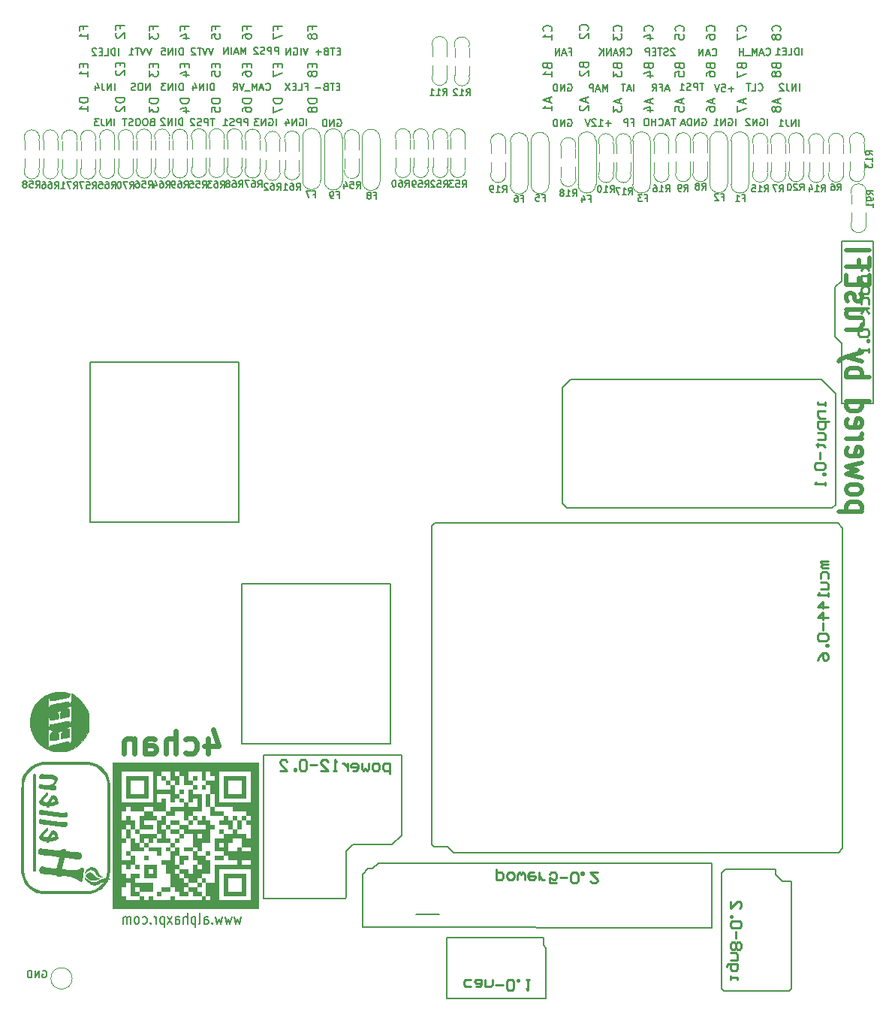
<source format=gbo>
G75*
G70*
%OFA0B0*%
%FSLAX25Y25*%
%IPPOS*%
%LPD*%
%AMOC8*
5,1,8,0,0,1.08239X$1,22.5*
%
%ADD13C,0.02362*%
%ADD59C,0.00787*%
%ADD61C,0.01969*%
%ADD69C,0.00472*%
%ADD78C,0.00669*%
%ADD80C,0.00500*%
%ADD81C,0.00591*%
%ADD82C,0.00390*%
%ADD83C,0.01000*%
%ADD85C,0.00512*%
%ADD86C,0.00010*%
X0000000Y0000000D02*
%LPD*%
G01*
D78*
X0331933Y0388614D02*
X0331933Y0391763D01*
X0328783Y0391613D02*
X0329083Y0391763D01*
X0329533Y0391763D01*
X0329983Y0391613D01*
X0330283Y0391313D01*
X0330433Y0391013D01*
X0330583Y0390413D01*
X0330583Y0389964D01*
X0330433Y0389364D01*
X0330283Y0389064D01*
X0329983Y0388764D01*
X0329533Y0388614D01*
X0329233Y0388614D01*
X0328783Y0388764D01*
X0328633Y0388914D01*
X0328633Y0389964D01*
X0329233Y0389964D01*
X0327284Y0388614D02*
X0327284Y0391763D01*
X0325484Y0388614D01*
X0325484Y0391763D01*
X0324134Y0391463D02*
X0323984Y0391613D01*
X0323684Y0391763D01*
X0322934Y0391763D01*
X0322634Y0391613D01*
X0322484Y0391463D01*
X0322334Y0391163D01*
X0322334Y0390863D01*
X0322484Y0390413D01*
X0324284Y0388614D01*
X0322334Y0388614D01*
X0269608Y0420139D02*
X0269758Y0419989D01*
X0270208Y0419839D01*
X0270508Y0419839D01*
X0270958Y0419989D01*
X0271258Y0420289D01*
X0271408Y0420589D01*
X0271558Y0421189D01*
X0271558Y0421639D01*
X0271408Y0422239D01*
X0271258Y0422539D01*
X0270958Y0422839D01*
X0270508Y0422989D01*
X0270208Y0422989D01*
X0269758Y0422839D01*
X0269608Y0422689D01*
X0266459Y0419839D02*
X0267509Y0421339D01*
X0268258Y0419839D02*
X0268258Y0422989D01*
X0267059Y0422989D01*
X0266759Y0422839D01*
X0266609Y0422689D01*
X0266459Y0422389D01*
X0266459Y0421939D01*
X0266609Y0421639D01*
X0266759Y0421489D01*
X0267059Y0421339D01*
X0268258Y0421339D01*
X0265259Y0420739D02*
X0263759Y0420739D01*
X0265559Y0419839D02*
X0264509Y0422989D01*
X0263459Y0419839D01*
X0262409Y0419839D02*
X0262409Y0422989D01*
X0260609Y0419839D01*
X0260609Y0422989D01*
X0259110Y0419839D02*
X0259110Y0422989D01*
X0257310Y0419839D02*
X0258660Y0421639D01*
X0257310Y0422989D02*
X0259110Y0421189D01*
X0100272Y0420229D02*
X0100272Y0423378D01*
X0099222Y0421129D01*
X0098172Y0423378D01*
X0098172Y0420229D01*
X0096822Y0421129D02*
X0095322Y0421129D01*
X0097122Y0420229D02*
X0096072Y0423378D01*
X0095022Y0420229D01*
X0093973Y0420229D02*
X0093973Y0423378D01*
X0092473Y0420229D02*
X0092473Y0423378D01*
X0090673Y0420229D01*
X0090673Y0423378D01*
X0142210Y0421682D02*
X0141160Y0421682D01*
X0140711Y0420032D02*
X0142210Y0420032D01*
X0142210Y0423181D01*
X0140711Y0423181D01*
X0139811Y0423181D02*
X0138011Y0423181D01*
X0138911Y0420032D02*
X0138911Y0423181D01*
X0135911Y0421682D02*
X0135461Y0421532D01*
X0135311Y0421382D01*
X0135161Y0421082D01*
X0135161Y0420632D01*
X0135311Y0420332D01*
X0135461Y0420182D01*
X0135761Y0420032D01*
X0136961Y0420032D01*
X0136961Y0423181D01*
X0135911Y0423181D01*
X0135611Y0423031D01*
X0135461Y0422882D01*
X0135311Y0422582D01*
X0135311Y0422282D01*
X0135461Y0421982D01*
X0135611Y0421832D01*
X0135911Y0421682D01*
X0136961Y0421682D01*
X0133811Y0421232D02*
X0131412Y0421232D01*
X0132612Y0420032D02*
X0132612Y0422432D01*
X0347269Y0419976D02*
X0347269Y0423126D01*
X0345769Y0419976D02*
X0345769Y0423126D01*
X0345019Y0423126D01*
X0344569Y0422976D01*
X0344269Y0422676D01*
X0344119Y0422376D01*
X0343969Y0421776D01*
X0343969Y0421326D01*
X0344119Y0420726D01*
X0344269Y0420426D01*
X0344569Y0420126D01*
X0345019Y0419976D01*
X0345769Y0419976D01*
X0341119Y0419976D02*
X0342619Y0419976D01*
X0342619Y0423126D01*
X0340070Y0421626D02*
X0339020Y0421626D01*
X0338570Y0419976D02*
X0340070Y0419976D01*
X0340070Y0423126D01*
X0338570Y0423126D01*
X0335570Y0419976D02*
X0337370Y0419976D01*
X0336470Y0419976D02*
X0336470Y0423126D01*
X0336770Y0422676D01*
X0337070Y0422376D01*
X0337370Y0422226D01*
D59*
X0098191Y0037627D02*
X0097441Y0034477D01*
X0096691Y0036727D01*
X0095941Y0034477D01*
X0095191Y0037627D01*
X0094066Y0037627D02*
X0093316Y0034477D01*
X0092567Y0036727D01*
X0091817Y0034477D01*
X0091067Y0037627D01*
X0089942Y0037627D02*
X0089192Y0034477D01*
X0088442Y0036727D01*
X0087692Y0034477D01*
X0086942Y0037627D01*
X0085442Y0034927D02*
X0085255Y0034702D01*
X0085442Y0034477D01*
X0085630Y0034702D01*
X0085442Y0034927D01*
X0085442Y0034477D01*
X0081880Y0034477D02*
X0081880Y0036952D01*
X0082068Y0037402D01*
X0082443Y0037627D01*
X0083193Y0037627D01*
X0083568Y0037402D01*
X0081880Y0034702D02*
X0082255Y0034477D01*
X0083193Y0034477D01*
X0083568Y0034702D01*
X0083755Y0035152D01*
X0083755Y0035602D01*
X0083568Y0036052D01*
X0083193Y0036277D01*
X0082255Y0036277D01*
X0081880Y0036502D01*
X0079443Y0034477D02*
X0079818Y0034702D01*
X0080006Y0035152D01*
X0080006Y0039201D01*
X0077943Y0037627D02*
X0077943Y0032902D01*
X0077943Y0037402D02*
X0077568Y0037627D01*
X0076819Y0037627D01*
X0076444Y0037402D01*
X0076256Y0037177D01*
X0076069Y0036727D01*
X0076069Y0035377D01*
X0076256Y0034927D01*
X0076444Y0034702D01*
X0076819Y0034477D01*
X0077568Y0034477D01*
X0077943Y0034702D01*
X0074381Y0034477D02*
X0074381Y0039201D01*
X0072694Y0034477D02*
X0072694Y0036952D01*
X0072882Y0037402D01*
X0073256Y0037627D01*
X0073819Y0037627D01*
X0074194Y0037402D01*
X0074381Y0037177D01*
X0069132Y0034477D02*
X0069132Y0036952D01*
X0069319Y0037402D01*
X0069694Y0037627D01*
X0070444Y0037627D01*
X0070819Y0037402D01*
X0069132Y0034702D02*
X0069507Y0034477D01*
X0070444Y0034477D01*
X0070819Y0034702D01*
X0071007Y0035152D01*
X0071007Y0035602D01*
X0070819Y0036052D01*
X0070444Y0036277D01*
X0069507Y0036277D01*
X0069132Y0036502D01*
X0067632Y0034477D02*
X0065570Y0037627D01*
X0067632Y0037627D02*
X0065570Y0034477D01*
X0064070Y0037627D02*
X0064070Y0032902D01*
X0064070Y0037402D02*
X0063695Y0037627D01*
X0062945Y0037627D01*
X0062570Y0037402D01*
X0062383Y0037177D01*
X0062195Y0036727D01*
X0062195Y0035377D01*
X0062383Y0034927D01*
X0062570Y0034702D01*
X0062945Y0034477D01*
X0063695Y0034477D01*
X0064070Y0034702D01*
X0060508Y0034477D02*
X0060508Y0037627D01*
X0060508Y0036727D02*
X0060321Y0037177D01*
X0060133Y0037402D01*
X0059758Y0037627D01*
X0059383Y0037627D01*
X0058071Y0034927D02*
X0057883Y0034702D01*
X0058071Y0034477D01*
X0058258Y0034702D01*
X0058071Y0034927D01*
X0058071Y0034477D01*
X0054509Y0034702D02*
X0054884Y0034477D01*
X0055634Y0034477D01*
X0056009Y0034702D01*
X0056196Y0034927D01*
X0056384Y0035377D01*
X0056384Y0036727D01*
X0056196Y0037177D01*
X0056009Y0037402D01*
X0055634Y0037627D01*
X0054884Y0037627D01*
X0054509Y0037402D01*
X0052259Y0034477D02*
X0052634Y0034702D01*
X0052822Y0034927D01*
X0053009Y0035377D01*
X0053009Y0036727D01*
X0052822Y0037177D01*
X0052634Y0037402D01*
X0052259Y0037627D01*
X0051697Y0037627D01*
X0051322Y0037402D01*
X0051134Y0037177D01*
X0050947Y0036727D01*
X0050947Y0035377D01*
X0051134Y0034927D01*
X0051322Y0034702D01*
X0051697Y0034477D01*
X0052259Y0034477D01*
X0049259Y0034477D02*
X0049259Y0037627D01*
X0049259Y0037177D02*
X0049072Y0037402D01*
X0048697Y0037627D01*
X0048135Y0037627D01*
X0047760Y0037402D01*
X0047572Y0036952D01*
X0047572Y0034477D01*
X0047572Y0036952D02*
X0047385Y0037402D01*
X0047010Y0037627D01*
X0046447Y0037627D01*
X0046072Y0037402D01*
X0045885Y0036952D01*
X0045885Y0034477D01*
D78*
X0058446Y0423181D02*
X0057396Y0420032D01*
X0056346Y0423181D01*
X0055746Y0423181D02*
X0054696Y0420032D01*
X0053646Y0423181D01*
X0053046Y0423181D02*
X0051247Y0423181D01*
X0052147Y0420032D02*
X0052147Y0423181D01*
X0048547Y0420032D02*
X0050347Y0420032D01*
X0049447Y0420032D02*
X0049447Y0423181D01*
X0049747Y0422732D01*
X0050047Y0422432D01*
X0050347Y0422282D01*
X0072244Y0388733D02*
X0072244Y0391882D01*
X0071494Y0391882D01*
X0071044Y0391732D01*
X0070744Y0391432D01*
X0070594Y0391132D01*
X0070444Y0390532D01*
X0070444Y0390082D01*
X0070594Y0389483D01*
X0070744Y0389183D01*
X0071044Y0388883D01*
X0071494Y0388733D01*
X0072244Y0388733D01*
X0069094Y0388733D02*
X0069094Y0391882D01*
X0067595Y0388733D02*
X0067595Y0391882D01*
X0065795Y0388733D01*
X0065795Y0391882D01*
X0064445Y0391582D02*
X0064295Y0391732D01*
X0063995Y0391882D01*
X0063245Y0391882D01*
X0062945Y0391732D01*
X0062795Y0391582D01*
X0062645Y0391282D01*
X0062645Y0390982D01*
X0062795Y0390532D01*
X0064595Y0388733D01*
X0062645Y0388733D01*
X0043766Y0419835D02*
X0043766Y0422985D01*
X0042267Y0419835D02*
X0042267Y0422985D01*
X0041517Y0422985D01*
X0041067Y0422835D01*
X0040767Y0422535D01*
X0040617Y0422235D01*
X0040467Y0421635D01*
X0040467Y0421185D01*
X0040617Y0420585D01*
X0040767Y0420285D01*
X0041067Y0419985D01*
X0041517Y0419835D01*
X0042267Y0419835D01*
X0037617Y0419835D02*
X0039117Y0419835D01*
X0039117Y0422985D01*
X0036567Y0421485D02*
X0035517Y0421485D01*
X0035067Y0419835D02*
X0036567Y0419835D01*
X0036567Y0422985D01*
X0035067Y0422985D01*
X0033868Y0422685D02*
X0033718Y0422835D01*
X0033418Y0422985D01*
X0032668Y0422985D01*
X0032368Y0422835D01*
X0032218Y0422685D01*
X0032068Y0422385D01*
X0032068Y0422085D01*
X0032218Y0421635D01*
X0034018Y0419835D01*
X0032068Y0419835D01*
X0127859Y0423181D02*
X0126809Y0420032D01*
X0125759Y0423181D01*
X0124709Y0420032D02*
X0124709Y0423181D01*
X0121560Y0423031D02*
X0121860Y0423181D01*
X0122310Y0423181D01*
X0122760Y0423031D01*
X0123060Y0422732D01*
X0123210Y0422432D01*
X0123360Y0421832D01*
X0123360Y0421382D01*
X0123210Y0420782D01*
X0123060Y0420482D01*
X0122760Y0420182D01*
X0122310Y0420032D01*
X0122010Y0420032D01*
X0121560Y0420182D01*
X0121410Y0420332D01*
X0121410Y0421382D01*
X0122010Y0421382D01*
X0120060Y0420032D02*
X0120060Y0423181D01*
X0118260Y0420032D01*
X0118260Y0423181D01*
X0142013Y0405934D02*
X0140964Y0405934D01*
X0140514Y0404284D02*
X0142013Y0404284D01*
X0142013Y0407433D01*
X0140514Y0407433D01*
X0139614Y0407433D02*
X0137814Y0407433D01*
X0138714Y0404284D02*
X0138714Y0407433D01*
X0135714Y0405934D02*
X0135264Y0405784D01*
X0135114Y0405634D01*
X0134964Y0405334D01*
X0134964Y0404884D01*
X0135114Y0404584D01*
X0135264Y0404434D01*
X0135564Y0404284D01*
X0136764Y0404284D01*
X0136764Y0407433D01*
X0135714Y0407433D01*
X0135414Y0407283D01*
X0135264Y0407133D01*
X0135114Y0406834D01*
X0135114Y0406534D01*
X0135264Y0406234D01*
X0135414Y0406084D01*
X0135714Y0405934D01*
X0136764Y0405934D01*
X0133615Y0405484D02*
X0131215Y0405484D01*
D13*
X0083373Y0116760D02*
X0083373Y0109936D01*
X0085810Y0120660D02*
X0088247Y0113348D01*
X0081910Y0113348D01*
X0073624Y0110424D02*
X0074599Y0109936D01*
X0076549Y0109936D01*
X0077523Y0110424D01*
X0078011Y0110911D01*
X0078498Y0111886D01*
X0078498Y0114811D01*
X0078011Y0115786D01*
X0077523Y0116273D01*
X0076549Y0116760D01*
X0074599Y0116760D01*
X0073624Y0116273D01*
X0069237Y0109936D02*
X0069237Y0120172D01*
X0064850Y0109936D02*
X0064850Y0115298D01*
X0065337Y0116273D01*
X0066312Y0116760D01*
X0067775Y0116760D01*
X0068750Y0116273D01*
X0069237Y0115786D01*
X0055589Y0109936D02*
X0055589Y0115298D01*
X0056076Y0116273D01*
X0057051Y0116760D01*
X0059001Y0116760D01*
X0059976Y0116273D01*
X0055589Y0110424D02*
X0056564Y0109936D01*
X0059001Y0109936D01*
X0059976Y0110424D01*
X0060463Y0111399D01*
X0060463Y0112373D01*
X0059976Y0113348D01*
X0059001Y0113836D01*
X0056564Y0113836D01*
X0055589Y0114323D01*
X0050714Y0116760D02*
X0050714Y0109936D01*
X0050714Y0115786D02*
X0050227Y0116273D01*
X0049252Y0116760D01*
X0047790Y0116760D01*
X0046815Y0116273D01*
X0046327Y0115298D01*
X0046327Y0109936D01*
D78*
X0126781Y0405934D02*
X0127831Y0405934D01*
X0127831Y0404284D02*
X0127831Y0407433D01*
X0126331Y0407433D01*
X0123631Y0404284D02*
X0125131Y0404284D01*
X0125131Y0407433D01*
X0122582Y0405934D02*
X0121532Y0405934D01*
X0121082Y0404284D02*
X0122582Y0404284D01*
X0122582Y0407433D01*
X0121082Y0407433D01*
X0120032Y0407433D02*
X0117932Y0404284D01*
X0117932Y0407433D02*
X0120032Y0404284D01*
X0109252Y0404584D02*
X0109402Y0404434D01*
X0109852Y0404284D01*
X0110152Y0404284D01*
X0110602Y0404434D01*
X0110902Y0404734D01*
X0111052Y0405034D01*
X0111202Y0405634D01*
X0111202Y0406084D01*
X0111052Y0406684D01*
X0110902Y0406984D01*
X0110602Y0407283D01*
X0110152Y0407433D01*
X0109852Y0407433D01*
X0109402Y0407283D01*
X0109252Y0407133D01*
X0108052Y0405184D02*
X0106552Y0405184D01*
X0108352Y0404284D02*
X0107302Y0407433D01*
X0106252Y0404284D01*
X0105202Y0404284D02*
X0105202Y0407433D01*
X0104153Y0405184D01*
X0103103Y0407433D01*
X0103103Y0404284D01*
X0102353Y0403984D02*
X0099953Y0403984D01*
X0099653Y0407433D02*
X0098603Y0404284D01*
X0097553Y0407433D01*
X0094704Y0404284D02*
X0095754Y0405784D01*
X0096504Y0404284D02*
X0096504Y0407433D01*
X0095304Y0407433D01*
X0095004Y0407283D01*
X0094854Y0407133D01*
X0094704Y0406834D01*
X0094704Y0406384D01*
X0094854Y0406084D01*
X0095004Y0405934D01*
X0095304Y0405784D01*
X0096504Y0405784D01*
X0058727Y0390186D02*
X0058277Y0390036D01*
X0058127Y0389886D01*
X0057977Y0389586D01*
X0057977Y0389136D01*
X0058127Y0388836D01*
X0058277Y0388686D01*
X0058577Y0388536D01*
X0059777Y0388536D01*
X0059777Y0391685D01*
X0058727Y0391685D01*
X0058427Y0391535D01*
X0058277Y0391385D01*
X0058127Y0391085D01*
X0058127Y0390786D01*
X0058277Y0390486D01*
X0058427Y0390336D01*
X0058727Y0390186D01*
X0059777Y0390186D01*
X0056027Y0391685D02*
X0055427Y0391685D01*
X0055127Y0391535D01*
X0054828Y0391235D01*
X0054678Y0390636D01*
X0054678Y0389586D01*
X0054828Y0388986D01*
X0055127Y0388686D01*
X0055427Y0388536D01*
X0056027Y0388536D01*
X0056327Y0388686D01*
X0056627Y0388986D01*
X0056777Y0389586D01*
X0056777Y0390636D01*
X0056627Y0391235D01*
X0056327Y0391535D01*
X0056027Y0391685D01*
X0052728Y0391685D02*
X0052128Y0391685D01*
X0051828Y0391535D01*
X0051528Y0391235D01*
X0051378Y0390636D01*
X0051378Y0389586D01*
X0051528Y0388986D01*
X0051828Y0388686D01*
X0052128Y0388536D01*
X0052728Y0388536D01*
X0053028Y0388686D01*
X0053328Y0388986D01*
X0053478Y0389586D01*
X0053478Y0390636D01*
X0053328Y0391235D01*
X0053028Y0391535D01*
X0052728Y0391685D01*
X0050178Y0388686D02*
X0049728Y0388536D01*
X0048978Y0388536D01*
X0048678Y0388686D01*
X0048528Y0388836D01*
X0048378Y0389136D01*
X0048378Y0389436D01*
X0048528Y0389736D01*
X0048678Y0389886D01*
X0048978Y0390036D01*
X0049578Y0390186D01*
X0049878Y0390336D01*
X0050028Y0390486D01*
X0050178Y0390786D01*
X0050178Y0391085D01*
X0050028Y0391385D01*
X0049878Y0391535D01*
X0049578Y0391685D01*
X0048828Y0391685D01*
X0048378Y0391535D01*
X0047478Y0391685D02*
X0045679Y0391685D01*
X0046579Y0388536D02*
X0046579Y0391685D01*
X0140982Y0391339D02*
X0141282Y0391489D01*
X0141732Y0391489D01*
X0142182Y0391339D01*
X0142482Y0391039D01*
X0142632Y0390739D01*
X0142782Y0390139D01*
X0142782Y0389689D01*
X0142632Y0389089D01*
X0142482Y0388789D01*
X0142182Y0388489D01*
X0141732Y0388339D01*
X0141432Y0388339D01*
X0140982Y0388489D01*
X0140832Y0388639D01*
X0140832Y0389689D01*
X0141432Y0389689D01*
X0139483Y0388339D02*
X0139483Y0391489D01*
X0137683Y0388339D01*
X0137683Y0391489D01*
X0136183Y0388339D02*
X0136183Y0391489D01*
X0135433Y0391489D01*
X0134983Y0391339D01*
X0134683Y0391039D01*
X0134533Y0390739D01*
X0134383Y0390139D01*
X0134383Y0389689D01*
X0134533Y0389089D01*
X0134683Y0388789D01*
X0134983Y0388489D01*
X0135433Y0388339D01*
X0136183Y0388339D01*
D61*
X0373847Y0217515D02*
X0363611Y0217515D01*
X0373360Y0217515D02*
X0373847Y0218340D01*
X0373847Y0219990D01*
X0373360Y0220815D01*
X0372872Y0221227D01*
X0371897Y0221639D01*
X0368973Y0221639D01*
X0367998Y0221227D01*
X0367510Y0220815D01*
X0367023Y0219990D01*
X0367023Y0218340D01*
X0367510Y0217515D01*
X0367023Y0226589D02*
X0367510Y0225764D01*
X0367998Y0225352D01*
X0368973Y0224939D01*
X0371897Y0224939D01*
X0372872Y0225352D01*
X0373360Y0225764D01*
X0373847Y0226589D01*
X0373847Y0227826D01*
X0373360Y0228651D01*
X0372872Y0229064D01*
X0371897Y0229476D01*
X0368973Y0229476D01*
X0367998Y0229064D01*
X0367510Y0228651D01*
X0367023Y0227826D01*
X0367023Y0226589D01*
X0373847Y0232363D02*
X0367023Y0234013D01*
X0371897Y0235663D01*
X0367023Y0237313D01*
X0373847Y0238962D01*
X0367510Y0245561D02*
X0367023Y0244737D01*
X0367023Y0243087D01*
X0367510Y0242262D01*
X0368485Y0241849D01*
X0372385Y0241849D01*
X0373360Y0242262D01*
X0373847Y0243087D01*
X0373847Y0244737D01*
X0373360Y0245561D01*
X0372385Y0245974D01*
X0371410Y0245974D01*
X0370435Y0241849D01*
X0367023Y0249686D02*
X0373847Y0249686D01*
X0371897Y0249686D02*
X0372872Y0250098D01*
X0373360Y0250511D01*
X0373847Y0251336D01*
X0373847Y0252161D01*
X0367510Y0258347D02*
X0367023Y0257522D01*
X0367023Y0255873D01*
X0367510Y0255048D01*
X0368485Y0254635D01*
X0372385Y0254635D01*
X0373360Y0255048D01*
X0373847Y0255873D01*
X0373847Y0257522D01*
X0373360Y0258347D01*
X0372385Y0258760D01*
X0371410Y0258760D01*
X0370435Y0254635D01*
X0367023Y0266184D02*
X0377259Y0266184D01*
X0367510Y0266184D02*
X0367023Y0265359D01*
X0367023Y0263709D01*
X0367510Y0262884D01*
X0367998Y0262472D01*
X0368973Y0262059D01*
X0371897Y0262059D01*
X0372872Y0262472D01*
X0373360Y0262884D01*
X0373847Y0263709D01*
X0373847Y0265359D01*
X0373360Y0266184D01*
X0367023Y0276908D02*
X0377259Y0276908D01*
X0373360Y0276908D02*
X0373847Y0277732D01*
X0373847Y0279382D01*
X0373360Y0280207D01*
X0372872Y0280620D01*
X0371897Y0281032D01*
X0368973Y0281032D01*
X0367998Y0280620D01*
X0367510Y0280207D01*
X0367023Y0279382D01*
X0367023Y0277732D01*
X0367510Y0276908D01*
X0373847Y0283919D02*
X0367023Y0285981D01*
X0373847Y0288044D02*
X0367023Y0285981D01*
X0364586Y0285157D01*
X0364098Y0284744D01*
X0363611Y0283919D01*
X0367023Y0297942D02*
X0373847Y0297942D01*
X0371897Y0297942D02*
X0372872Y0298355D01*
X0373360Y0298767D01*
X0373847Y0299592D01*
X0373847Y0300417D01*
X0373847Y0307016D02*
X0367023Y0307016D01*
X0373847Y0303304D02*
X0368485Y0303304D01*
X0367510Y0303717D01*
X0367023Y0304542D01*
X0367023Y0305779D01*
X0367510Y0306604D01*
X0367998Y0307016D01*
X0367510Y0310728D02*
X0367023Y0311553D01*
X0367023Y0313203D01*
X0367510Y0314028D01*
X0368485Y0314440D01*
X0368973Y0314440D01*
X0369948Y0314028D01*
X0370435Y0313203D01*
X0370435Y0311966D01*
X0370922Y0311141D01*
X0371897Y0310728D01*
X0372385Y0310728D01*
X0373360Y0311141D01*
X0373847Y0311966D01*
X0373847Y0313203D01*
X0373360Y0314028D01*
X0372385Y0318152D02*
X0372385Y0321040D01*
X0367023Y0322277D02*
X0367023Y0318152D01*
X0377259Y0318152D01*
X0377259Y0322277D01*
X0372385Y0328876D02*
X0372385Y0325989D01*
X0367023Y0325989D02*
X0377259Y0325989D01*
X0377259Y0330113D01*
X0367023Y0333413D02*
X0377259Y0333413D01*
D78*
X0042145Y0404284D02*
X0042145Y0407433D01*
X0040645Y0404284D02*
X0040645Y0407433D01*
X0038845Y0404284D01*
X0038845Y0407433D01*
X0036445Y0407433D02*
X0036445Y0405184D01*
X0036595Y0404734D01*
X0036895Y0404434D01*
X0037345Y0404284D01*
X0037645Y0404284D01*
X0033596Y0406384D02*
X0033596Y0404284D01*
X0034346Y0407583D02*
X0035096Y0405334D01*
X0033146Y0405334D01*
X0303699Y0407433D02*
X0301900Y0407433D01*
X0302800Y0404284D02*
X0302800Y0407433D01*
X0300850Y0404284D02*
X0300850Y0407433D01*
X0299650Y0407433D01*
X0299350Y0407283D01*
X0299200Y0407133D01*
X0299050Y0406834D01*
X0299050Y0406384D01*
X0299200Y0406084D01*
X0299350Y0405934D01*
X0299650Y0405784D01*
X0300850Y0405784D01*
X0297850Y0404434D02*
X0297400Y0404284D01*
X0296650Y0404284D01*
X0296350Y0404434D01*
X0296200Y0404584D01*
X0296050Y0404884D01*
X0296050Y0405184D01*
X0296200Y0405484D01*
X0296350Y0405634D01*
X0296650Y0405784D01*
X0297250Y0405934D01*
X0297550Y0406084D01*
X0297700Y0406234D01*
X0297850Y0406534D01*
X0297850Y0406834D01*
X0297700Y0407133D01*
X0297550Y0407283D01*
X0297250Y0407433D01*
X0296500Y0407433D01*
X0296050Y0407283D01*
X0293051Y0404284D02*
X0294851Y0404284D01*
X0293951Y0404284D02*
X0293951Y0407433D01*
X0294251Y0406984D01*
X0294551Y0406684D01*
X0294851Y0406534D01*
X0345981Y0388339D02*
X0345981Y0391489D01*
X0344481Y0388339D02*
X0344481Y0391489D01*
X0342682Y0388339D01*
X0342682Y0391489D01*
X0340282Y0391489D02*
X0340282Y0389239D01*
X0340432Y0388789D01*
X0340732Y0388489D01*
X0341182Y0388339D01*
X0341482Y0388339D01*
X0337132Y0388339D02*
X0338932Y0388339D01*
X0338032Y0388339D02*
X0338032Y0391489D01*
X0338332Y0391039D01*
X0338632Y0390739D01*
X0338932Y0390589D01*
X0041948Y0388536D02*
X0041948Y0391685D01*
X0040448Y0388536D02*
X0040448Y0391685D01*
X0038648Y0388536D01*
X0038648Y0391685D01*
X0036249Y0391685D02*
X0036249Y0389436D01*
X0036399Y0388986D01*
X0036699Y0388686D01*
X0037148Y0388536D01*
X0037448Y0388536D01*
X0035049Y0391685D02*
X0033099Y0391685D01*
X0034149Y0390486D01*
X0033699Y0390486D01*
X0033399Y0390336D01*
X0033249Y0390186D01*
X0033099Y0389886D01*
X0033099Y0389136D01*
X0033249Y0388836D01*
X0033399Y0388686D01*
X0033699Y0388536D01*
X0034599Y0388536D01*
X0034899Y0388686D01*
X0035049Y0388836D01*
X0307393Y0419864D02*
X0307543Y0419714D01*
X0307993Y0419564D01*
X0308293Y0419564D01*
X0308743Y0419714D01*
X0309042Y0420014D01*
X0309192Y0420314D01*
X0309342Y0420914D01*
X0309342Y0421364D01*
X0309192Y0421964D01*
X0309042Y0422264D01*
X0308743Y0422564D01*
X0308293Y0422714D01*
X0307993Y0422714D01*
X0307543Y0422564D01*
X0307393Y0422414D01*
X0306193Y0420464D02*
X0304693Y0420464D01*
X0306493Y0419564D02*
X0305443Y0422714D01*
X0304393Y0419564D01*
X0303343Y0419564D02*
X0303343Y0422714D01*
X0301543Y0419564D01*
X0301543Y0422714D01*
X0271603Y0390126D02*
X0272653Y0390126D01*
X0272653Y0388476D02*
X0272653Y0391626D01*
X0271153Y0391626D01*
X0269953Y0388476D02*
X0269953Y0391626D01*
X0268753Y0391626D01*
X0268453Y0391476D01*
X0268303Y0391326D01*
X0268153Y0391026D01*
X0268153Y0390576D01*
X0268303Y0390276D01*
X0268453Y0390126D01*
X0268753Y0389976D01*
X0269953Y0389976D01*
X0127362Y0388536D02*
X0127362Y0391685D01*
X0124213Y0391535D02*
X0124513Y0391685D01*
X0124963Y0391685D01*
X0125412Y0391535D01*
X0125712Y0391235D01*
X0125862Y0390936D01*
X0126012Y0390336D01*
X0126012Y0389886D01*
X0125862Y0389286D01*
X0125712Y0388986D01*
X0125412Y0388686D01*
X0124963Y0388536D01*
X0124663Y0388536D01*
X0124213Y0388686D01*
X0124063Y0388836D01*
X0124063Y0389886D01*
X0124663Y0389886D01*
X0122713Y0388536D02*
X0122713Y0391685D01*
X0120913Y0388536D01*
X0120913Y0391685D01*
X0118063Y0390636D02*
X0118063Y0388536D01*
X0118813Y0391835D02*
X0119563Y0389586D01*
X0117613Y0389586D01*
X0317785Y0388614D02*
X0317785Y0391763D01*
X0314635Y0391613D02*
X0314935Y0391763D01*
X0315385Y0391763D01*
X0315835Y0391613D01*
X0316135Y0391313D01*
X0316285Y0391013D01*
X0316435Y0390413D01*
X0316435Y0389964D01*
X0316285Y0389364D01*
X0316135Y0389064D01*
X0315835Y0388764D01*
X0315385Y0388614D01*
X0315085Y0388614D01*
X0314635Y0388764D01*
X0314485Y0388914D01*
X0314485Y0389964D01*
X0315085Y0389964D01*
X0313135Y0388614D02*
X0313135Y0391763D01*
X0311335Y0388614D01*
X0311335Y0391763D01*
X0308186Y0388614D02*
X0309986Y0388614D01*
X0309086Y0388614D02*
X0309086Y0391763D01*
X0309386Y0391313D01*
X0309686Y0391013D01*
X0309986Y0390863D01*
X0327884Y0404342D02*
X0328034Y0404192D01*
X0328484Y0404042D01*
X0328784Y0404042D01*
X0329234Y0404192D01*
X0329534Y0404492D01*
X0329684Y0404792D01*
X0329834Y0405392D01*
X0329834Y0405842D01*
X0329684Y0406442D01*
X0329534Y0406742D01*
X0329234Y0407042D01*
X0328784Y0407192D01*
X0328484Y0407192D01*
X0328034Y0407042D01*
X0327884Y0406892D01*
X0325035Y0404042D02*
X0326534Y0404042D01*
X0326534Y0407192D01*
X0324435Y0407192D02*
X0322635Y0407192D01*
X0323535Y0404042D02*
X0323535Y0407192D01*
X0243345Y0391339D02*
X0243645Y0391489D01*
X0244094Y0391489D01*
X0244544Y0391339D01*
X0244844Y0391039D01*
X0244994Y0390739D01*
X0245144Y0390139D01*
X0245144Y0389689D01*
X0244994Y0389089D01*
X0244844Y0388789D01*
X0244544Y0388489D01*
X0244094Y0388339D01*
X0243795Y0388339D01*
X0243345Y0388489D01*
X0243195Y0388639D01*
X0243195Y0389689D01*
X0243795Y0389689D01*
X0241845Y0388339D02*
X0241845Y0391489D01*
X0240045Y0388339D01*
X0240045Y0391489D01*
X0238545Y0388339D02*
X0238545Y0391489D01*
X0237795Y0391489D01*
X0237345Y0391339D01*
X0237045Y0391039D01*
X0236895Y0390739D01*
X0236745Y0390139D01*
X0236745Y0389689D01*
X0236895Y0389089D01*
X0237045Y0388789D01*
X0237345Y0388489D01*
X0237795Y0388339D01*
X0238545Y0388339D01*
X0086380Y0391685D02*
X0084580Y0391685D01*
X0085480Y0388536D02*
X0085480Y0391685D01*
X0083530Y0388536D02*
X0083530Y0391685D01*
X0082330Y0391685D01*
X0082030Y0391535D01*
X0081880Y0391385D01*
X0081730Y0391085D01*
X0081730Y0390636D01*
X0081880Y0390336D01*
X0082030Y0390186D01*
X0082330Y0390036D01*
X0083530Y0390036D01*
X0080531Y0388686D02*
X0080081Y0388536D01*
X0079331Y0388536D01*
X0079031Y0388686D01*
X0078881Y0388836D01*
X0078731Y0389136D01*
X0078731Y0389436D01*
X0078881Y0389736D01*
X0079031Y0389886D01*
X0079331Y0390036D01*
X0079931Y0390186D01*
X0080231Y0390336D01*
X0080381Y0390486D01*
X0080531Y0390786D01*
X0080531Y0391085D01*
X0080381Y0391385D01*
X0080231Y0391535D01*
X0079931Y0391685D01*
X0079181Y0391685D01*
X0078731Y0391535D01*
X0077531Y0391385D02*
X0077381Y0391535D01*
X0077081Y0391685D01*
X0076331Y0391685D01*
X0076031Y0391535D01*
X0075881Y0391385D01*
X0075731Y0391085D01*
X0075731Y0390786D01*
X0075881Y0390336D01*
X0077681Y0388536D01*
X0075731Y0388536D01*
X0243345Y0406998D02*
X0243645Y0407148D01*
X0244094Y0407148D01*
X0244544Y0406998D01*
X0244844Y0406698D01*
X0244994Y0406398D01*
X0245144Y0405798D01*
X0245144Y0405348D01*
X0244994Y0404748D01*
X0244844Y0404448D01*
X0244544Y0404148D01*
X0244094Y0403998D01*
X0243795Y0403998D01*
X0243345Y0404148D01*
X0243195Y0404298D01*
X0243195Y0405348D01*
X0243795Y0405348D01*
X0241845Y0403998D02*
X0241845Y0407148D01*
X0240045Y0403998D01*
X0240045Y0407148D01*
X0238545Y0403998D02*
X0238545Y0407148D01*
X0237795Y0407148D01*
X0237345Y0406998D01*
X0237045Y0406698D01*
X0236895Y0406398D01*
X0236745Y0405798D01*
X0236745Y0405348D01*
X0236895Y0404748D01*
X0237045Y0404448D01*
X0237345Y0404148D01*
X0237795Y0403998D01*
X0238545Y0403998D01*
X0101265Y0388536D02*
X0101265Y0391685D01*
X0100066Y0391685D01*
X0099766Y0391535D01*
X0099616Y0391385D01*
X0099466Y0391085D01*
X0099466Y0390636D01*
X0099616Y0390336D01*
X0099766Y0390186D01*
X0100066Y0390036D01*
X0101265Y0390036D01*
X0098116Y0388536D02*
X0098116Y0391685D01*
X0096916Y0391685D01*
X0096616Y0391535D01*
X0096466Y0391385D01*
X0096316Y0391085D01*
X0096316Y0390636D01*
X0096466Y0390336D01*
X0096616Y0390186D01*
X0096916Y0390036D01*
X0098116Y0390036D01*
X0095116Y0388686D02*
X0094666Y0388536D01*
X0093916Y0388536D01*
X0093616Y0388686D01*
X0093466Y0388836D01*
X0093316Y0389136D01*
X0093316Y0389436D01*
X0093466Y0389736D01*
X0093616Y0389886D01*
X0093916Y0390036D01*
X0094516Y0390186D01*
X0094816Y0390336D01*
X0094966Y0390486D01*
X0095116Y0390786D01*
X0095116Y0391085D01*
X0094966Y0391385D01*
X0094816Y0391535D01*
X0094516Y0391685D01*
X0093766Y0391685D01*
X0093316Y0391535D01*
X0090317Y0388536D02*
X0092117Y0388536D01*
X0091217Y0388536D02*
X0091217Y0391685D01*
X0091517Y0391235D01*
X0091817Y0390936D01*
X0092117Y0390786D01*
X0346119Y0404042D02*
X0346119Y0407192D01*
X0344619Y0404042D02*
X0344619Y0407192D01*
X0342819Y0404042D01*
X0342819Y0407192D01*
X0340419Y0407192D02*
X0340419Y0404942D01*
X0340569Y0404492D01*
X0340869Y0404192D01*
X0341319Y0404042D01*
X0341619Y0404042D01*
X0339069Y0406892D02*
X0338919Y0407042D01*
X0338619Y0407192D01*
X0337870Y0407192D01*
X0337570Y0407042D01*
X0337420Y0406892D01*
X0337270Y0406592D01*
X0337270Y0406292D01*
X0337420Y0405842D01*
X0339219Y0404042D01*
X0337270Y0404042D01*
X0086220Y0404284D02*
X0086220Y0407433D01*
X0085471Y0407433D01*
X0085021Y0407283D01*
X0084721Y0406984D01*
X0084571Y0406684D01*
X0084421Y0406084D01*
X0084421Y0405634D01*
X0084571Y0405034D01*
X0084721Y0404734D01*
X0085021Y0404434D01*
X0085471Y0404284D01*
X0086220Y0404284D01*
X0083071Y0404284D02*
X0083071Y0407433D01*
X0081571Y0404284D02*
X0081571Y0407433D01*
X0079771Y0404284D01*
X0079771Y0407433D01*
X0076922Y0406384D02*
X0076922Y0404284D01*
X0077672Y0407583D02*
X0078421Y0405334D01*
X0076472Y0405334D01*
X0288163Y0404805D02*
X0286664Y0404805D01*
X0288463Y0403905D02*
X0287413Y0407054D01*
X0286364Y0403905D01*
X0284264Y0405555D02*
X0285314Y0405555D01*
X0285314Y0403905D02*
X0285314Y0407054D01*
X0283814Y0407054D01*
X0280814Y0403905D02*
X0281864Y0405405D01*
X0282614Y0403905D02*
X0282614Y0407054D01*
X0281414Y0407054D01*
X0281114Y0406905D01*
X0280964Y0406755D01*
X0280814Y0406455D01*
X0280814Y0406005D01*
X0280964Y0405705D01*
X0281114Y0405555D01*
X0281414Y0405405D01*
X0282614Y0405405D01*
X0290813Y0422689D02*
X0290663Y0422839D01*
X0290363Y0422989D01*
X0289613Y0422989D01*
X0289313Y0422839D01*
X0289163Y0422689D01*
X0289014Y0422389D01*
X0289014Y0422089D01*
X0289163Y0421639D01*
X0290963Y0419839D01*
X0289014Y0419839D01*
X0287814Y0419989D02*
X0287364Y0419839D01*
X0286614Y0419839D01*
X0286314Y0419989D01*
X0286164Y0420139D01*
X0286014Y0420439D01*
X0286014Y0420739D01*
X0286164Y0421039D01*
X0286314Y0421189D01*
X0286614Y0421339D01*
X0287214Y0421489D01*
X0287514Y0421639D01*
X0287664Y0421789D01*
X0287814Y0422089D01*
X0287814Y0422389D01*
X0287664Y0422689D01*
X0287514Y0422839D01*
X0287214Y0422989D01*
X0286464Y0422989D01*
X0286014Y0422839D01*
X0285114Y0422989D02*
X0283314Y0422989D01*
X0284214Y0419839D02*
X0284214Y0422989D01*
X0282264Y0421489D02*
X0281214Y0421489D01*
X0280765Y0419839D02*
X0282264Y0419839D01*
X0282264Y0422989D01*
X0280765Y0422989D01*
X0279415Y0419839D02*
X0279415Y0422989D01*
X0278215Y0422989D01*
X0277915Y0422839D01*
X0277765Y0422689D01*
X0277615Y0422389D01*
X0277615Y0421939D01*
X0277765Y0421639D01*
X0277915Y0421489D01*
X0278215Y0421339D01*
X0279415Y0421339D01*
X0331271Y0420139D02*
X0331421Y0419989D01*
X0331871Y0419839D01*
X0332171Y0419839D01*
X0332621Y0419989D01*
X0332921Y0420289D01*
X0333071Y0420589D01*
X0333221Y0421189D01*
X0333221Y0421639D01*
X0333071Y0422239D01*
X0332921Y0422539D01*
X0332621Y0422839D01*
X0332171Y0422989D01*
X0331871Y0422989D01*
X0331421Y0422839D01*
X0331271Y0422689D01*
X0330072Y0420739D02*
X0328572Y0420739D01*
X0330372Y0419839D02*
X0329322Y0422989D01*
X0328272Y0419839D01*
X0327222Y0419839D02*
X0327222Y0422989D01*
X0326172Y0420739D01*
X0325122Y0422989D01*
X0325122Y0419839D01*
X0324372Y0419539D02*
X0321973Y0419539D01*
X0321223Y0419839D02*
X0321223Y0422989D01*
X0321223Y0421489D02*
X0319423Y0421489D01*
X0319423Y0419839D02*
X0319423Y0422989D01*
X0243907Y0421489D02*
X0244957Y0421489D01*
X0244957Y0419839D02*
X0244957Y0422989D01*
X0243457Y0422989D01*
X0242407Y0420739D02*
X0240907Y0420739D01*
X0242707Y0419839D02*
X0241657Y0422989D01*
X0240607Y0419839D01*
X0239557Y0419839D02*
X0239557Y0422989D01*
X0237757Y0419839D01*
X0237757Y0422989D01*
X0113780Y0388536D02*
X0113780Y0391685D01*
X0110630Y0391535D02*
X0110930Y0391685D01*
X0111380Y0391685D01*
X0111830Y0391535D01*
X0112130Y0391235D01*
X0112280Y0390936D01*
X0112430Y0390336D01*
X0112430Y0389886D01*
X0112280Y0389286D01*
X0112130Y0388986D01*
X0111830Y0388686D01*
X0111380Y0388536D01*
X0111080Y0388536D01*
X0110630Y0388686D01*
X0110480Y0388836D01*
X0110480Y0389886D01*
X0111080Y0389886D01*
X0109130Y0388536D02*
X0109130Y0391685D01*
X0107330Y0388536D01*
X0107330Y0391685D01*
X0106130Y0391685D02*
X0104181Y0391685D01*
X0105231Y0390486D01*
X0104781Y0390486D01*
X0104481Y0390336D01*
X0104331Y0390186D01*
X0104181Y0389886D01*
X0104181Y0389136D01*
X0104331Y0388836D01*
X0104481Y0388686D01*
X0104781Y0388536D01*
X0105681Y0388536D01*
X0105980Y0388686D01*
X0106130Y0388836D01*
X0114848Y0420229D02*
X0114848Y0423378D01*
X0113648Y0423378D01*
X0113348Y0423228D01*
X0113198Y0423078D01*
X0113048Y0422778D01*
X0113048Y0422328D01*
X0113198Y0422028D01*
X0113348Y0421879D01*
X0113648Y0421729D01*
X0114848Y0421729D01*
X0111699Y0420229D02*
X0111699Y0423378D01*
X0110499Y0423378D01*
X0110199Y0423228D01*
X0110049Y0423078D01*
X0109899Y0422778D01*
X0109899Y0422328D01*
X0110049Y0422028D01*
X0110199Y0421879D01*
X0110499Y0421729D01*
X0111699Y0421729D01*
X0108699Y0420379D02*
X0108249Y0420229D01*
X0107499Y0420229D01*
X0107199Y0420379D01*
X0107049Y0420529D01*
X0106899Y0420829D01*
X0106899Y0421129D01*
X0107049Y0421429D01*
X0107199Y0421579D01*
X0107499Y0421729D01*
X0108099Y0421879D01*
X0108399Y0422028D01*
X0108549Y0422178D01*
X0108699Y0422478D01*
X0108699Y0422778D01*
X0108549Y0423078D01*
X0108399Y0423228D01*
X0108099Y0423378D01*
X0107349Y0423378D01*
X0106899Y0423228D01*
X0105699Y0423078D02*
X0105549Y0423228D01*
X0105249Y0423378D01*
X0104499Y0423378D01*
X0104199Y0423228D01*
X0104049Y0423078D01*
X0103900Y0422778D01*
X0103900Y0422478D01*
X0104049Y0422028D01*
X0105849Y0420229D01*
X0103900Y0420229D01*
X0010137Y0013622D02*
X0010444Y0013776D01*
X0010906Y0013776D01*
X0011367Y0013622D01*
X0011674Y0013315D01*
X0011828Y0013007D01*
X0011982Y0012392D01*
X0011982Y0011931D01*
X0011828Y0011316D01*
X0011674Y0011009D01*
X0011367Y0010701D01*
X0010906Y0010547D01*
X0010598Y0010547D01*
X0010137Y0010701D01*
X0009983Y0010855D01*
X0009983Y0011931D01*
X0010598Y0011931D01*
X0008600Y0010547D02*
X0008600Y0013776D01*
X0006755Y0010547D01*
X0006755Y0013776D01*
X0005217Y0010547D02*
X0005217Y0013776D01*
X0004449Y0013776D01*
X0003988Y0013622D01*
X0003680Y0013315D01*
X0003526Y0013007D01*
X0003373Y0012392D01*
X0003373Y0011931D01*
X0003526Y0011316D01*
X0003680Y0011009D01*
X0003988Y0010701D01*
X0004449Y0010547D01*
X0005217Y0010547D01*
X0072441Y0404284D02*
X0072441Y0407433D01*
X0071691Y0407433D01*
X0071241Y0407283D01*
X0070941Y0406984D01*
X0070791Y0406684D01*
X0070641Y0406084D01*
X0070641Y0405634D01*
X0070791Y0405034D01*
X0070941Y0404734D01*
X0071241Y0404434D01*
X0071691Y0404284D01*
X0072441Y0404284D01*
X0069291Y0404284D02*
X0069291Y0407433D01*
X0067792Y0404284D02*
X0067792Y0407433D01*
X0065992Y0404284D01*
X0065992Y0407433D01*
X0064792Y0407433D02*
X0062842Y0407433D01*
X0063892Y0406234D01*
X0063442Y0406234D01*
X0063142Y0406084D01*
X0062992Y0405934D01*
X0062842Y0405634D01*
X0062842Y0404884D01*
X0062992Y0404584D01*
X0063142Y0404434D01*
X0063442Y0404284D01*
X0064342Y0404284D01*
X0064642Y0404434D01*
X0064792Y0404584D01*
X0302936Y0391613D02*
X0303236Y0391763D01*
X0303686Y0391763D01*
X0304136Y0391613D01*
X0304436Y0391313D01*
X0304586Y0391013D01*
X0304736Y0390413D01*
X0304736Y0389964D01*
X0304586Y0389364D01*
X0304436Y0389064D01*
X0304136Y0388764D01*
X0303686Y0388614D01*
X0303386Y0388614D01*
X0302936Y0388764D01*
X0302786Y0388914D01*
X0302786Y0389964D01*
X0303386Y0389964D01*
X0301436Y0388614D02*
X0301436Y0391763D01*
X0299637Y0388614D01*
X0299637Y0391763D01*
X0298137Y0388614D02*
X0298137Y0391763D01*
X0297387Y0391763D01*
X0296937Y0391613D01*
X0296637Y0391313D01*
X0296487Y0391013D01*
X0296337Y0390413D01*
X0296337Y0389964D01*
X0296487Y0389364D01*
X0296637Y0389064D01*
X0296937Y0388764D01*
X0297387Y0388614D01*
X0298137Y0388614D01*
X0295137Y0389514D02*
X0293637Y0389514D01*
X0295437Y0388614D02*
X0294387Y0391763D01*
X0293337Y0388614D01*
X0316972Y0404967D02*
X0314573Y0404967D01*
X0315773Y0403768D02*
X0315773Y0406167D01*
X0311573Y0406917D02*
X0313073Y0406917D01*
X0313223Y0405417D01*
X0313073Y0405567D01*
X0312773Y0405717D01*
X0312023Y0405717D01*
X0311723Y0405567D01*
X0311573Y0405417D01*
X0311423Y0405117D01*
X0311423Y0404367D01*
X0311573Y0404067D01*
X0311723Y0403918D01*
X0312023Y0403768D01*
X0312773Y0403768D01*
X0313073Y0403918D01*
X0313223Y0404067D01*
X0310523Y0406917D02*
X0309473Y0403768D01*
X0308423Y0406917D01*
X0057790Y0404284D02*
X0057790Y0407433D01*
X0055990Y0404284D01*
X0055990Y0407433D01*
X0053890Y0407433D02*
X0053290Y0407433D01*
X0052990Y0407283D01*
X0052690Y0406984D01*
X0052540Y0406384D01*
X0052540Y0405334D01*
X0052690Y0404734D01*
X0052990Y0404434D01*
X0053290Y0404284D01*
X0053890Y0404284D01*
X0054190Y0404434D01*
X0054490Y0404734D01*
X0054640Y0405334D01*
X0054640Y0406384D01*
X0054490Y0406984D01*
X0054190Y0407283D01*
X0053890Y0407433D01*
X0051340Y0404434D02*
X0050891Y0404284D01*
X0050141Y0404284D01*
X0049841Y0404434D01*
X0049691Y0404584D01*
X0049541Y0404884D01*
X0049541Y0405184D01*
X0049691Y0405484D01*
X0049841Y0405634D01*
X0050141Y0405784D01*
X0050741Y0405934D01*
X0051040Y0406084D01*
X0051190Y0406234D01*
X0051340Y0406534D01*
X0051340Y0406834D01*
X0051190Y0407133D01*
X0051040Y0407283D01*
X0050741Y0407433D01*
X0049991Y0407433D01*
X0049541Y0407283D01*
X0260853Y0403768D02*
X0260853Y0406917D01*
X0259804Y0404667D01*
X0258754Y0406917D01*
X0258754Y0403768D01*
X0257404Y0404667D02*
X0255904Y0404667D01*
X0257704Y0403768D02*
X0256654Y0406917D01*
X0255604Y0403768D01*
X0254554Y0403768D02*
X0254554Y0406917D01*
X0253354Y0406917D01*
X0253054Y0406767D01*
X0252904Y0406617D01*
X0252754Y0406317D01*
X0252754Y0405867D01*
X0252904Y0405567D01*
X0253054Y0405417D01*
X0253354Y0405267D01*
X0254554Y0405267D01*
X0086005Y0423181D02*
X0084955Y0420032D01*
X0083905Y0423181D01*
X0083305Y0423181D02*
X0082255Y0420032D01*
X0081205Y0423181D01*
X0080606Y0423181D02*
X0078806Y0423181D01*
X0079706Y0420032D02*
X0079706Y0423181D01*
X0077906Y0422882D02*
X0077756Y0423031D01*
X0077456Y0423181D01*
X0076706Y0423181D01*
X0076406Y0423031D01*
X0076256Y0422882D01*
X0076106Y0422582D01*
X0076106Y0422282D01*
X0076256Y0421832D01*
X0078056Y0420032D01*
X0076106Y0420032D01*
X0272615Y0403905D02*
X0272615Y0407054D01*
X0271266Y0404805D02*
X0269766Y0404805D01*
X0271566Y0403905D02*
X0270516Y0407054D01*
X0269466Y0403905D01*
X0268866Y0407054D02*
X0267066Y0407054D01*
X0267966Y0403905D02*
X0267966Y0407054D01*
X0072441Y0420032D02*
X0072441Y0423181D01*
X0071691Y0423181D01*
X0071241Y0423031D01*
X0070941Y0422732D01*
X0070791Y0422432D01*
X0070641Y0421832D01*
X0070641Y0421382D01*
X0070791Y0420782D01*
X0070941Y0420482D01*
X0071241Y0420182D01*
X0071691Y0420032D01*
X0072441Y0420032D01*
X0069291Y0420032D02*
X0069291Y0423181D01*
X0067792Y0420032D02*
X0067792Y0423181D01*
X0065992Y0420032D01*
X0065992Y0423181D01*
X0062992Y0423181D02*
X0064492Y0423181D01*
X0064642Y0421682D01*
X0064492Y0421832D01*
X0064192Y0421982D01*
X0063442Y0421982D01*
X0063142Y0421832D01*
X0062992Y0421682D01*
X0062842Y0421382D01*
X0062842Y0420632D01*
X0062992Y0420332D01*
X0063142Y0420182D01*
X0063442Y0420032D01*
X0064192Y0420032D01*
X0064492Y0420182D01*
X0064642Y0420332D01*
X0262566Y0389676D02*
X0260166Y0389676D01*
X0261366Y0388476D02*
X0261366Y0390876D01*
X0257016Y0388476D02*
X0258816Y0388476D01*
X0257916Y0388476D02*
X0257916Y0391626D01*
X0258216Y0391176D01*
X0258516Y0390876D01*
X0258816Y0390726D01*
X0255816Y0391326D02*
X0255666Y0391476D01*
X0255367Y0391626D01*
X0254617Y0391626D01*
X0254317Y0391476D01*
X0254167Y0391326D01*
X0254017Y0391026D01*
X0254017Y0390726D01*
X0254167Y0390276D01*
X0255966Y0388476D01*
X0254017Y0388476D01*
X0253117Y0391626D02*
X0252067Y0388476D01*
X0251017Y0391626D01*
X0291063Y0391763D02*
X0289264Y0391763D01*
X0290164Y0388614D02*
X0290164Y0391763D01*
X0288364Y0389514D02*
X0286864Y0389514D01*
X0288664Y0388614D02*
X0287614Y0391763D01*
X0286564Y0388614D01*
X0283714Y0388914D02*
X0283864Y0388764D01*
X0284314Y0388614D01*
X0284614Y0388614D01*
X0285064Y0388764D01*
X0285364Y0389064D01*
X0285514Y0389364D01*
X0285664Y0389964D01*
X0285664Y0390413D01*
X0285514Y0391013D01*
X0285364Y0391313D01*
X0285064Y0391613D01*
X0284614Y0391763D01*
X0284314Y0391763D01*
X0283864Y0391613D01*
X0283714Y0391463D01*
X0282365Y0388614D02*
X0282365Y0391763D01*
X0282365Y0390263D02*
X0280565Y0390263D01*
X0280565Y0388614D02*
X0280565Y0391763D01*
X0278465Y0391763D02*
X0277865Y0391763D01*
X0277565Y0391613D01*
X0277265Y0391313D01*
X0277115Y0390713D01*
X0277115Y0389664D01*
X0277265Y0389064D01*
X0277565Y0388764D01*
X0277865Y0388614D01*
X0278465Y0388614D01*
X0278765Y0388764D01*
X0279065Y0389064D01*
X0279215Y0389664D01*
X0279215Y0390713D01*
X0279065Y0391313D01*
X0278765Y0391613D01*
X0278465Y0391763D01*
D85*
X0302780Y0360171D02*
X0303764Y0361577D01*
X0304467Y0360171D02*
X0304467Y0363124D01*
X0303342Y0363124D01*
X0303061Y0362983D01*
X0302920Y0362843D01*
X0302780Y0362561D01*
X0302780Y0362139D01*
X0302920Y0361858D01*
X0303061Y0361718D01*
X0303342Y0361577D01*
X0304467Y0361577D01*
X0301092Y0361858D02*
X0301374Y0361999D01*
X0301514Y0362139D01*
X0301655Y0362421D01*
X0301655Y0362561D01*
X0301514Y0362843D01*
X0301374Y0362983D01*
X0301092Y0363124D01*
X0300530Y0363124D01*
X0300249Y0362983D01*
X0300108Y0362843D01*
X0299968Y0362561D01*
X0299968Y0362421D01*
X0300108Y0362139D01*
X0300249Y0361999D01*
X0300530Y0361858D01*
X0301092Y0361858D01*
X0301374Y0361718D01*
X0301514Y0361577D01*
X0301655Y0361296D01*
X0301655Y0360733D01*
X0301514Y0360452D01*
X0301374Y0360312D01*
X0301092Y0360171D01*
X0300530Y0360171D01*
X0300249Y0360312D01*
X0300108Y0360452D01*
X0299968Y0360733D01*
X0299968Y0361296D01*
X0300108Y0361577D01*
X0300249Y0361718D01*
X0300530Y0361858D01*
D80*
X0179881Y0361241D02*
X0180881Y0362670D01*
X0181596Y0361241D02*
X0181596Y0364241D01*
X0180453Y0364241D01*
X0180167Y0364098D01*
X0180024Y0363956D01*
X0179881Y0363670D01*
X0179881Y0363241D01*
X0180024Y0362956D01*
X0180167Y0362813D01*
X0180453Y0362670D01*
X0181596Y0362670D01*
X0177167Y0364241D02*
X0178596Y0364241D01*
X0178738Y0362813D01*
X0178596Y0362956D01*
X0178310Y0363098D01*
X0177596Y0363098D01*
X0177310Y0362956D01*
X0177167Y0362813D01*
X0177024Y0362527D01*
X0177024Y0361813D01*
X0177167Y0361527D01*
X0177310Y0361384D01*
X0177596Y0361241D01*
X0178310Y0361241D01*
X0178596Y0361384D01*
X0178738Y0361527D01*
X0175596Y0361241D02*
X0175024Y0361241D01*
X0174738Y0361384D01*
X0174596Y0361527D01*
X0174310Y0361956D01*
X0174167Y0362527D01*
X0174167Y0363670D01*
X0174310Y0363956D01*
X0174453Y0364098D01*
X0174738Y0364241D01*
X0175310Y0364241D01*
X0175596Y0364098D01*
X0175738Y0363956D01*
X0175881Y0363670D01*
X0175881Y0362956D01*
X0175738Y0362670D01*
X0175596Y0362527D01*
X0175310Y0362384D01*
X0174738Y0362384D01*
X0174453Y0362527D01*
X0174310Y0362670D01*
X0174167Y0362956D01*
X0294988Y0359470D02*
X0295988Y0360898D01*
X0296702Y0359470D02*
X0296702Y0362470D01*
X0295560Y0362470D01*
X0295274Y0362327D01*
X0295131Y0362184D01*
X0294988Y0361898D01*
X0294988Y0361470D01*
X0295131Y0361184D01*
X0295274Y0361041D01*
X0295560Y0360898D01*
X0296702Y0360898D01*
X0293560Y0359470D02*
X0292988Y0359470D01*
X0292702Y0359612D01*
X0292560Y0359755D01*
X0292274Y0360184D01*
X0292131Y0360755D01*
X0292131Y0361898D01*
X0292274Y0362184D01*
X0292417Y0362327D01*
X0292702Y0362470D01*
X0293274Y0362470D01*
X0293560Y0362327D01*
X0293702Y0362184D01*
X0293845Y0361898D01*
X0293845Y0361184D01*
X0293702Y0360898D01*
X0293560Y0360755D01*
X0293274Y0360612D01*
X0292702Y0360612D01*
X0292417Y0360755D01*
X0292274Y0360898D01*
X0292131Y0361184D01*
X0097204Y0361241D02*
X0098204Y0362670D01*
X0098918Y0361241D02*
X0098918Y0364241D01*
X0097776Y0364241D01*
X0097490Y0364098D01*
X0097347Y0363956D01*
X0097204Y0363670D01*
X0097204Y0363241D01*
X0097347Y0362956D01*
X0097490Y0362813D01*
X0097776Y0362670D01*
X0098918Y0362670D01*
X0094633Y0364241D02*
X0095204Y0364241D01*
X0095490Y0364098D01*
X0095633Y0363956D01*
X0095918Y0363527D01*
X0096061Y0362956D01*
X0096061Y0361813D01*
X0095918Y0361527D01*
X0095776Y0361384D01*
X0095490Y0361241D01*
X0094918Y0361241D01*
X0094633Y0361384D01*
X0094490Y0361527D01*
X0094347Y0361813D01*
X0094347Y0362527D01*
X0094490Y0362813D01*
X0094633Y0362956D01*
X0094918Y0363098D01*
X0095490Y0363098D01*
X0095776Y0362956D01*
X0095918Y0362813D01*
X0096061Y0362527D01*
X0092633Y0362956D02*
X0092918Y0363098D01*
X0093061Y0363241D01*
X0093204Y0363527D01*
X0093204Y0363670D01*
X0093061Y0363956D01*
X0092918Y0364098D01*
X0092633Y0364241D01*
X0092061Y0364241D01*
X0091776Y0364098D01*
X0091633Y0363956D01*
X0091490Y0363670D01*
X0091490Y0363527D01*
X0091633Y0363241D01*
X0091776Y0363098D01*
X0092061Y0362956D01*
X0092633Y0362956D01*
X0092918Y0362813D01*
X0093061Y0362670D01*
X0093204Y0362384D01*
X0093204Y0361813D01*
X0093061Y0361527D01*
X0092918Y0361384D01*
X0092633Y0361241D01*
X0092061Y0361241D01*
X0091776Y0361384D01*
X0091633Y0361527D01*
X0091490Y0361813D01*
X0091490Y0362384D01*
X0091633Y0362670D01*
X0091776Y0362813D01*
X0092061Y0362956D01*
X0252378Y0356120D02*
X0253378Y0356120D01*
X0253378Y0354548D02*
X0253378Y0357548D01*
X0251949Y0357548D01*
X0249521Y0356548D02*
X0249521Y0354548D01*
X0250235Y0357691D02*
X0250949Y0355548D01*
X0249092Y0355548D01*
X0378916Y0358110D02*
X0377488Y0359110D01*
X0378916Y0359824D02*
X0375916Y0359824D01*
X0375916Y0358681D01*
X0376059Y0358395D01*
X0376202Y0358253D01*
X0376488Y0358110D01*
X0376916Y0358110D01*
X0377202Y0358253D01*
X0377345Y0358395D01*
X0377488Y0358681D01*
X0377488Y0359824D01*
X0378916Y0356681D02*
X0378916Y0356110D01*
X0378773Y0355824D01*
X0378630Y0355681D01*
X0378202Y0355395D01*
X0377630Y0355253D01*
X0376488Y0355253D01*
X0376202Y0355395D01*
X0376059Y0355538D01*
X0375916Y0355824D01*
X0375916Y0356395D01*
X0376059Y0356681D01*
X0376202Y0356824D01*
X0376488Y0356967D01*
X0377202Y0356967D01*
X0377488Y0356824D01*
X0377630Y0356681D01*
X0377773Y0356395D01*
X0377773Y0355824D01*
X0377630Y0355538D01*
X0377488Y0355395D01*
X0377202Y0355253D01*
X0378916Y0352395D02*
X0378916Y0354110D01*
X0378916Y0353253D02*
X0375916Y0353253D01*
X0376345Y0353538D01*
X0376630Y0353824D01*
X0376773Y0354110D01*
D81*
X0129837Y0431234D02*
X0129837Y0432546D01*
X0131899Y0432546D02*
X0127962Y0432546D01*
X0127962Y0430671D01*
X0129649Y0428609D02*
X0129462Y0428984D01*
X0129274Y0429171D01*
X0128900Y0429359D01*
X0128712Y0429359D01*
X0128337Y0429171D01*
X0128150Y0428984D01*
X0127962Y0428609D01*
X0127962Y0427859D01*
X0128150Y0427484D01*
X0128337Y0427297D01*
X0128712Y0427109D01*
X0128900Y0427109D01*
X0129274Y0427297D01*
X0129462Y0427484D01*
X0129649Y0427859D01*
X0129649Y0428609D01*
X0129837Y0428984D01*
X0130024Y0429171D01*
X0130399Y0429359D01*
X0131149Y0429359D01*
X0131524Y0429171D01*
X0131712Y0428984D01*
X0131899Y0428609D01*
X0131899Y0427859D01*
X0131712Y0427484D01*
X0131524Y0427297D01*
X0131149Y0427109D01*
X0130399Y0427109D01*
X0130024Y0427297D01*
X0129837Y0427484D01*
X0129649Y0427859D01*
X0116545Y0400544D02*
X0112608Y0400544D01*
X0112608Y0399606D01*
X0112795Y0399044D01*
X0113170Y0398669D01*
X0113545Y0398481D01*
X0114295Y0398294D01*
X0114858Y0398294D01*
X0115607Y0398481D01*
X0115982Y0398669D01*
X0116357Y0399044D01*
X0116545Y0399606D01*
X0116545Y0400544D01*
X0112608Y0396982D02*
X0112608Y0394357D01*
X0116545Y0396044D01*
X0028262Y0431234D02*
X0028262Y0432546D01*
X0030324Y0432546D02*
X0026387Y0432546D01*
X0026387Y0430671D01*
X0030324Y0427109D02*
X0030324Y0429359D01*
X0030324Y0428234D02*
X0026387Y0428234D01*
X0026950Y0428609D01*
X0027325Y0428984D01*
X0027512Y0429359D01*
X0086924Y0416104D02*
X0086924Y0414792D01*
X0088986Y0414229D02*
X0088986Y0416104D01*
X0085049Y0416104D01*
X0085049Y0414229D01*
X0085049Y0410667D02*
X0085049Y0412542D01*
X0086924Y0412730D01*
X0086736Y0412542D01*
X0086549Y0412167D01*
X0086549Y0411230D01*
X0086736Y0410855D01*
X0086924Y0410667D01*
X0087298Y0410480D01*
X0088236Y0410480D01*
X0088611Y0410667D01*
X0088798Y0410855D01*
X0088986Y0411230D01*
X0088986Y0412167D01*
X0088798Y0412542D01*
X0088611Y0412730D01*
X0059364Y0416104D02*
X0059364Y0414792D01*
X0061427Y0414229D02*
X0061427Y0416104D01*
X0057490Y0416104D01*
X0057490Y0414229D01*
X0057490Y0412917D02*
X0057490Y0410480D01*
X0058990Y0411792D01*
X0058990Y0411230D01*
X0059177Y0410855D01*
X0059364Y0410667D01*
X0059739Y0410480D01*
X0060677Y0410480D01*
X0061052Y0410667D01*
X0061239Y0410855D01*
X0061427Y0411230D01*
X0061427Y0412355D01*
X0061239Y0412730D01*
X0061052Y0412917D01*
X0073144Y0431234D02*
X0073144Y0432546D01*
X0075206Y0432546D02*
X0071269Y0432546D01*
X0071269Y0430671D01*
X0072582Y0427484D02*
X0075206Y0427484D01*
X0071082Y0428421D02*
X0073894Y0429359D01*
X0073894Y0426922D01*
X0044404Y0416498D02*
X0044404Y0415186D01*
X0046466Y0414623D02*
X0046466Y0416498D01*
X0042529Y0416498D01*
X0042529Y0414623D01*
X0042904Y0413123D02*
X0042717Y0412936D01*
X0042529Y0412561D01*
X0042529Y0411624D01*
X0042717Y0411249D01*
X0042904Y0411061D01*
X0043279Y0410874D01*
X0043654Y0410874D01*
X0044216Y0411061D01*
X0046466Y0413311D01*
X0046466Y0410874D01*
X0114483Y0431234D02*
X0114483Y0432546D01*
X0116545Y0432546D02*
X0112608Y0432546D01*
X0112608Y0430671D01*
X0112608Y0429546D02*
X0112608Y0426922D01*
X0116545Y0428609D01*
X0030324Y0400937D02*
X0026387Y0400937D01*
X0026387Y0400000D01*
X0026575Y0399438D01*
X0026950Y0399063D01*
X0027325Y0398875D01*
X0028075Y0398688D01*
X0028637Y0398688D01*
X0029387Y0398875D01*
X0029762Y0399063D01*
X0030137Y0399438D01*
X0030324Y0400000D01*
X0030324Y0400937D01*
X0030324Y0394938D02*
X0030324Y0397188D01*
X0030324Y0396063D02*
X0026387Y0396063D01*
X0026950Y0396438D01*
X0027325Y0396813D01*
X0027512Y0397188D01*
X0088986Y0400544D02*
X0085049Y0400544D01*
X0085049Y0399606D01*
X0085236Y0399044D01*
X0085611Y0398669D01*
X0085986Y0398481D01*
X0086736Y0398294D01*
X0087298Y0398294D01*
X0088048Y0398481D01*
X0088423Y0398669D01*
X0088798Y0399044D01*
X0088986Y0399606D01*
X0088986Y0400544D01*
X0085049Y0394732D02*
X0085049Y0396607D01*
X0086924Y0396794D01*
X0086736Y0396607D01*
X0086549Y0396232D01*
X0086549Y0395294D01*
X0086736Y0394919D01*
X0086924Y0394732D01*
X0087298Y0394544D01*
X0088236Y0394544D01*
X0088611Y0394732D01*
X0088798Y0394919D01*
X0088986Y0395294D01*
X0088986Y0396232D01*
X0088798Y0396607D01*
X0088611Y0396794D01*
X0073144Y0416104D02*
X0073144Y0414792D01*
X0075206Y0414229D02*
X0075206Y0416104D01*
X0071269Y0416104D01*
X0071269Y0414229D01*
X0072582Y0410855D02*
X0075206Y0410855D01*
X0071082Y0411792D02*
X0073894Y0412730D01*
X0073894Y0410292D01*
X0075206Y0400544D02*
X0071269Y0400544D01*
X0071269Y0399606D01*
X0071457Y0399044D01*
X0071832Y0398669D01*
X0072207Y0398481D01*
X0072957Y0398294D01*
X0073519Y0398294D01*
X0074269Y0398481D01*
X0074644Y0398669D01*
X0075019Y0399044D01*
X0075206Y0399606D01*
X0075206Y0400544D01*
X0072582Y0394919D02*
X0075206Y0394919D01*
X0071082Y0395857D02*
X0073894Y0396794D01*
X0073894Y0394357D01*
X0061427Y0400544D02*
X0057490Y0400544D01*
X0057490Y0399606D01*
X0057677Y0399044D01*
X0058052Y0398669D01*
X0058427Y0398481D01*
X0059177Y0398294D01*
X0059739Y0398294D01*
X0060489Y0398481D01*
X0060864Y0398669D01*
X0061239Y0399044D01*
X0061427Y0399606D01*
X0061427Y0400544D01*
X0057490Y0396982D02*
X0057490Y0394544D01*
X0058990Y0395857D01*
X0058990Y0395294D01*
X0059177Y0394919D01*
X0059364Y0394732D01*
X0059739Y0394544D01*
X0060677Y0394544D01*
X0061052Y0394732D01*
X0061239Y0394919D01*
X0061427Y0395294D01*
X0061427Y0396419D01*
X0061239Y0396794D01*
X0061052Y0396982D01*
X0102765Y0400544D02*
X0098828Y0400544D01*
X0098828Y0399606D01*
X0099016Y0399044D01*
X0099391Y0398669D01*
X0099766Y0398481D01*
X0100516Y0398294D01*
X0101078Y0398294D01*
X0101828Y0398481D01*
X0102203Y0398669D01*
X0102578Y0399044D01*
X0102765Y0399606D01*
X0102765Y0400544D01*
X0098828Y0394919D02*
X0098828Y0395669D01*
X0099016Y0396044D01*
X0099203Y0396232D01*
X0099766Y0396607D01*
X0100516Y0396794D01*
X0102015Y0396794D01*
X0102390Y0396607D01*
X0102578Y0396419D01*
X0102765Y0396044D01*
X0102765Y0395294D01*
X0102578Y0394919D01*
X0102390Y0394732D01*
X0102015Y0394544D01*
X0101078Y0394544D01*
X0100703Y0394732D01*
X0100516Y0394919D01*
X0100328Y0395294D01*
X0100328Y0396044D01*
X0100516Y0396419D01*
X0100703Y0396607D01*
X0101078Y0396794D01*
X0086924Y0431234D02*
X0086924Y0432546D01*
X0088986Y0432546D02*
X0085049Y0432546D01*
X0085049Y0430671D01*
X0085049Y0427297D02*
X0085049Y0429171D01*
X0086924Y0429359D01*
X0086736Y0429171D01*
X0086549Y0428796D01*
X0086549Y0427859D01*
X0086736Y0427484D01*
X0086924Y0427297D01*
X0087298Y0427109D01*
X0088236Y0427109D01*
X0088611Y0427297D01*
X0088798Y0427484D01*
X0088986Y0427859D01*
X0088986Y0428796D01*
X0088798Y0429171D01*
X0088611Y0429359D01*
X0044404Y0431627D02*
X0044404Y0432940D01*
X0046466Y0432940D02*
X0042529Y0432940D01*
X0042529Y0431065D01*
X0042904Y0429753D02*
X0042717Y0429565D01*
X0042529Y0429190D01*
X0042529Y0428253D01*
X0042717Y0427878D01*
X0042904Y0427690D01*
X0043279Y0427503D01*
X0043654Y0427503D01*
X0044216Y0427690D01*
X0046466Y0429940D01*
X0046466Y0427503D01*
X0100703Y0431234D02*
X0100703Y0432546D01*
X0102765Y0432546D02*
X0098828Y0432546D01*
X0098828Y0430671D01*
X0098828Y0427484D02*
X0098828Y0428234D01*
X0099016Y0428609D01*
X0099203Y0428796D01*
X0099766Y0429171D01*
X0100516Y0429359D01*
X0102015Y0429359D01*
X0102390Y0429171D01*
X0102578Y0428984D01*
X0102765Y0428609D01*
X0102765Y0427859D01*
X0102578Y0427484D01*
X0102390Y0427297D01*
X0102015Y0427109D01*
X0101078Y0427109D01*
X0100703Y0427297D01*
X0100516Y0427484D01*
X0100328Y0427859D01*
X0100328Y0428609D01*
X0100516Y0428984D01*
X0100703Y0429171D01*
X0101078Y0429359D01*
X0059364Y0431234D02*
X0059364Y0432546D01*
X0061427Y0432546D02*
X0057490Y0432546D01*
X0057490Y0430671D01*
X0057490Y0429546D02*
X0057490Y0427109D01*
X0058990Y0428421D01*
X0058990Y0427859D01*
X0059177Y0427484D01*
X0059364Y0427297D01*
X0059739Y0427109D01*
X0060677Y0427109D01*
X0061052Y0427297D01*
X0061239Y0427484D01*
X0061427Y0427859D01*
X0061427Y0428984D01*
X0061239Y0429359D01*
X0061052Y0429546D01*
X0028262Y0416104D02*
X0028262Y0414792D01*
X0030324Y0414229D02*
X0030324Y0416104D01*
X0026387Y0416104D01*
X0026387Y0414229D01*
X0030324Y0410480D02*
X0030324Y0412730D01*
X0030324Y0411605D02*
X0026387Y0411605D01*
X0026950Y0411980D01*
X0027325Y0412355D01*
X0027512Y0412730D01*
X0131899Y0400544D02*
X0127962Y0400544D01*
X0127962Y0399606D01*
X0128150Y0399044D01*
X0128525Y0398669D01*
X0128900Y0398481D01*
X0129649Y0398294D01*
X0130212Y0398294D01*
X0130962Y0398481D01*
X0131337Y0398669D01*
X0131712Y0399044D01*
X0131899Y0399606D01*
X0131899Y0400544D01*
X0129649Y0396044D02*
X0129462Y0396419D01*
X0129274Y0396607D01*
X0128900Y0396794D01*
X0128712Y0396794D01*
X0128337Y0396607D01*
X0128150Y0396419D01*
X0127962Y0396044D01*
X0127962Y0395294D01*
X0128150Y0394919D01*
X0128337Y0394732D01*
X0128712Y0394544D01*
X0128900Y0394544D01*
X0129274Y0394732D01*
X0129462Y0394919D01*
X0129649Y0395294D01*
X0129649Y0396044D01*
X0129837Y0396419D01*
X0130024Y0396607D01*
X0130399Y0396794D01*
X0131149Y0396794D01*
X0131524Y0396607D01*
X0131712Y0396419D01*
X0131899Y0396044D01*
X0131899Y0395294D01*
X0131712Y0394919D01*
X0131524Y0394732D01*
X0131149Y0394544D01*
X0130399Y0394544D01*
X0130024Y0394732D01*
X0129837Y0394919D01*
X0129649Y0395294D01*
X0114483Y0416104D02*
X0114483Y0414792D01*
X0116545Y0414229D02*
X0116545Y0416104D01*
X0112608Y0416104D01*
X0112608Y0414229D01*
X0112608Y0412917D02*
X0112608Y0410292D01*
X0116545Y0411980D01*
X0100703Y0416104D02*
X0100703Y0414792D01*
X0102765Y0414229D02*
X0102765Y0416104D01*
X0098828Y0416104D01*
X0098828Y0414229D01*
X0098828Y0410855D02*
X0098828Y0411605D01*
X0099016Y0411980D01*
X0099203Y0412167D01*
X0099766Y0412542D01*
X0100516Y0412730D01*
X0102015Y0412730D01*
X0102390Y0412542D01*
X0102578Y0412355D01*
X0102765Y0411980D01*
X0102765Y0411230D01*
X0102578Y0410855D01*
X0102390Y0410667D01*
X0102015Y0410480D01*
X0101078Y0410480D01*
X0100703Y0410667D01*
X0100516Y0410855D01*
X0100328Y0411230D01*
X0100328Y0411980D01*
X0100516Y0412355D01*
X0100703Y0412542D01*
X0101078Y0412730D01*
X0129837Y0416104D02*
X0129837Y0414792D01*
X0131899Y0414229D02*
X0131899Y0416104D01*
X0127962Y0416104D01*
X0127962Y0414229D01*
X0129649Y0411980D02*
X0129462Y0412355D01*
X0129274Y0412542D01*
X0128900Y0412730D01*
X0128712Y0412730D01*
X0128337Y0412542D01*
X0128150Y0412355D01*
X0127962Y0411980D01*
X0127962Y0411230D01*
X0128150Y0410855D01*
X0128337Y0410667D01*
X0128712Y0410480D01*
X0128900Y0410480D01*
X0129274Y0410667D01*
X0129462Y0410855D01*
X0129649Y0411230D01*
X0129649Y0411980D01*
X0129837Y0412355D01*
X0130024Y0412542D01*
X0130399Y0412730D01*
X0131149Y0412730D01*
X0131524Y0412542D01*
X0131712Y0412355D01*
X0131899Y0411980D01*
X0131899Y0411230D01*
X0131712Y0410855D01*
X0131524Y0410667D01*
X0131149Y0410480D01*
X0130399Y0410480D01*
X0130024Y0410667D01*
X0129837Y0410855D01*
X0129649Y0411230D01*
X0046466Y0400937D02*
X0042529Y0400937D01*
X0042529Y0400000D01*
X0042717Y0399438D01*
X0043091Y0399063D01*
X0043466Y0398875D01*
X0044216Y0398688D01*
X0044779Y0398688D01*
X0045529Y0398875D01*
X0045904Y0399063D01*
X0046279Y0399438D01*
X0046466Y0400000D01*
X0046466Y0400937D01*
X0042904Y0397188D02*
X0042717Y0397000D01*
X0042529Y0396625D01*
X0042529Y0395688D01*
X0042717Y0395313D01*
X0042904Y0395126D01*
X0043279Y0394938D01*
X0043654Y0394938D01*
X0044216Y0395126D01*
X0046466Y0397375D01*
X0046466Y0394938D01*
D85*
X0187788Y0402176D02*
X0188772Y0403582D01*
X0189475Y0402176D02*
X0189475Y0405129D01*
X0188350Y0405129D01*
X0188069Y0404988D01*
X0187929Y0404848D01*
X0187788Y0404566D01*
X0187788Y0404145D01*
X0187929Y0403863D01*
X0188069Y0403723D01*
X0188350Y0403582D01*
X0189475Y0403582D01*
X0184976Y0402176D02*
X0186663Y0402176D01*
X0185819Y0402176D02*
X0185819Y0405129D01*
X0186101Y0404707D01*
X0186382Y0404426D01*
X0186663Y0404285D01*
X0182164Y0402176D02*
X0183851Y0402176D01*
X0183007Y0402176D02*
X0183007Y0405129D01*
X0183289Y0404707D01*
X0183570Y0404426D01*
X0183851Y0404285D01*
X0362894Y0359885D02*
X0363878Y0361291D01*
X0364581Y0359885D02*
X0364581Y0362837D01*
X0363456Y0362837D01*
X0363175Y0362697D01*
X0363034Y0362556D01*
X0362894Y0362275D01*
X0362894Y0361853D01*
X0363034Y0361572D01*
X0363175Y0361431D01*
X0363456Y0361291D01*
X0364581Y0361291D01*
X0360363Y0362837D02*
X0360925Y0362837D01*
X0361206Y0362697D01*
X0361347Y0362556D01*
X0361628Y0362134D01*
X0361769Y0361572D01*
X0361769Y0360447D01*
X0361628Y0360166D01*
X0361488Y0360025D01*
X0361206Y0359885D01*
X0360644Y0359885D01*
X0360363Y0360025D01*
X0360222Y0360166D01*
X0360082Y0360447D01*
X0360082Y0361150D01*
X0360222Y0361431D01*
X0360363Y0361572D01*
X0360644Y0361713D01*
X0361206Y0361713D01*
X0361488Y0361572D01*
X0361628Y0361431D01*
X0361769Y0361150D01*
D80*
X0171023Y0361438D02*
X0172023Y0362867D01*
X0172737Y0361438D02*
X0172737Y0364438D01*
X0171594Y0364438D01*
X0171309Y0364295D01*
X0171166Y0364152D01*
X0171023Y0363867D01*
X0171023Y0363438D01*
X0171166Y0363152D01*
X0171309Y0363010D01*
X0171594Y0362867D01*
X0172737Y0362867D01*
X0168452Y0364438D02*
X0169023Y0364438D01*
X0169309Y0364295D01*
X0169452Y0364152D01*
X0169737Y0363724D01*
X0169880Y0363152D01*
X0169880Y0362010D01*
X0169737Y0361724D01*
X0169594Y0361581D01*
X0169309Y0361438D01*
X0168737Y0361438D01*
X0168452Y0361581D01*
X0168309Y0361724D01*
X0168166Y0362010D01*
X0168166Y0362724D01*
X0168309Y0363010D01*
X0168452Y0363152D01*
X0168737Y0363295D01*
X0169309Y0363295D01*
X0169594Y0363152D01*
X0169737Y0363010D01*
X0169880Y0362724D01*
X0166309Y0364438D02*
X0166023Y0364438D01*
X0165737Y0364295D01*
X0165594Y0364152D01*
X0165452Y0363867D01*
X0165309Y0363295D01*
X0165309Y0362581D01*
X0165452Y0362010D01*
X0165594Y0361724D01*
X0165737Y0361581D01*
X0166023Y0361438D01*
X0166309Y0361438D01*
X0166594Y0361581D01*
X0166737Y0361724D01*
X0166880Y0362010D01*
X0167023Y0362581D01*
X0167023Y0363295D01*
X0166880Y0363867D01*
X0166737Y0364152D01*
X0166594Y0364295D01*
X0166309Y0364438D01*
X0015511Y0360716D02*
X0016511Y0362145D01*
X0017226Y0360716D02*
X0017226Y0363716D01*
X0016083Y0363716D01*
X0015797Y0363574D01*
X0015654Y0363431D01*
X0015511Y0363145D01*
X0015511Y0362716D01*
X0015654Y0362431D01*
X0015797Y0362288D01*
X0016083Y0362145D01*
X0017226Y0362145D01*
X0012940Y0363716D02*
X0013511Y0363716D01*
X0013797Y0363574D01*
X0013940Y0363431D01*
X0014226Y0363002D01*
X0014368Y0362431D01*
X0014368Y0361288D01*
X0014226Y0361002D01*
X0014083Y0360859D01*
X0013797Y0360716D01*
X0013226Y0360716D01*
X0012940Y0360859D01*
X0012797Y0361002D01*
X0012654Y0361288D01*
X0012654Y0362002D01*
X0012797Y0362288D01*
X0012940Y0362431D01*
X0013226Y0362574D01*
X0013797Y0362574D01*
X0014083Y0362431D01*
X0014226Y0362288D01*
X0014368Y0362002D01*
X0010083Y0363716D02*
X0010654Y0363716D01*
X0010940Y0363574D01*
X0011083Y0363431D01*
X0011368Y0363002D01*
X0011511Y0362431D01*
X0011511Y0361288D01*
X0011368Y0361002D01*
X0011226Y0360859D01*
X0010940Y0360716D01*
X0010368Y0360716D01*
X0010083Y0360859D01*
X0009940Y0361002D01*
X0009797Y0361288D01*
X0009797Y0362002D01*
X0009940Y0362288D01*
X0010083Y0362431D01*
X0010368Y0362574D01*
X0010940Y0362574D01*
X0011226Y0362431D01*
X0011368Y0362288D01*
X0011511Y0362002D01*
D85*
X0270205Y0358113D02*
X0271190Y0359519D01*
X0271893Y0358113D02*
X0271893Y0361066D01*
X0270768Y0361066D01*
X0270486Y0360925D01*
X0270346Y0360785D01*
X0270205Y0360503D01*
X0270205Y0360082D01*
X0270346Y0359800D01*
X0270486Y0359660D01*
X0270768Y0359519D01*
X0271893Y0359519D01*
X0267393Y0358113D02*
X0269080Y0358113D01*
X0268237Y0358113D02*
X0268237Y0361066D01*
X0268518Y0360644D01*
X0268799Y0360363D01*
X0269080Y0360222D01*
X0266409Y0361066D02*
X0264440Y0361066D01*
X0265706Y0358113D01*
D80*
X0089133Y0361044D02*
X0090133Y0362473D01*
X0090848Y0361044D02*
X0090848Y0364044D01*
X0089705Y0364044D01*
X0089419Y0363902D01*
X0089276Y0363759D01*
X0089133Y0363473D01*
X0089133Y0363044D01*
X0089276Y0362759D01*
X0089419Y0362616D01*
X0089705Y0362473D01*
X0090848Y0362473D01*
X0086562Y0364044D02*
X0087133Y0364044D01*
X0087419Y0363902D01*
X0087562Y0363759D01*
X0087848Y0363330D01*
X0087990Y0362759D01*
X0087990Y0361616D01*
X0087848Y0361330D01*
X0087705Y0361187D01*
X0087419Y0361044D01*
X0086848Y0361044D01*
X0086562Y0361187D01*
X0086419Y0361330D01*
X0086276Y0361616D01*
X0086276Y0362330D01*
X0086419Y0362616D01*
X0086562Y0362759D01*
X0086848Y0362902D01*
X0087419Y0362902D01*
X0087705Y0362759D01*
X0087848Y0362616D01*
X0087990Y0362330D01*
X0085276Y0364044D02*
X0083419Y0364044D01*
X0084419Y0362902D01*
X0083990Y0362902D01*
X0083705Y0362759D01*
X0083562Y0362616D01*
X0083419Y0362330D01*
X0083419Y0361616D01*
X0083562Y0361330D01*
X0083705Y0361187D01*
X0083990Y0361044D01*
X0084848Y0361044D01*
X0085133Y0361187D01*
X0085276Y0361330D01*
D85*
X0286741Y0359263D02*
X0287725Y0360669D01*
X0288428Y0359263D02*
X0288428Y0362215D01*
X0287303Y0362215D01*
X0287022Y0362075D01*
X0286881Y0361934D01*
X0286741Y0361653D01*
X0286741Y0361231D01*
X0286881Y0360950D01*
X0287022Y0360809D01*
X0287303Y0360669D01*
X0288428Y0360669D01*
X0283929Y0359263D02*
X0285616Y0359263D01*
X0284772Y0359263D02*
X0284772Y0362215D01*
X0285053Y0361794D01*
X0285335Y0361512D01*
X0285616Y0361372D01*
X0281398Y0362215D02*
X0281960Y0362215D01*
X0282241Y0362075D01*
X0282382Y0361934D01*
X0282663Y0361512D01*
X0282804Y0360950D01*
X0282804Y0359825D01*
X0282663Y0359544D01*
X0282522Y0359403D01*
X0282241Y0359263D01*
X0281679Y0359263D01*
X0281398Y0359403D01*
X0281257Y0359544D01*
X0281116Y0359825D01*
X0281116Y0360528D01*
X0281257Y0360809D01*
X0281398Y0360950D01*
X0281679Y0361091D01*
X0282241Y0361091D01*
X0282522Y0360950D01*
X0282663Y0360809D01*
X0282804Y0360528D01*
D80*
X0048976Y0360848D02*
X0049976Y0362276D01*
X0050690Y0360848D02*
X0050690Y0363848D01*
X0049547Y0363848D01*
X0049262Y0363705D01*
X0049119Y0363562D01*
X0048976Y0363276D01*
X0048976Y0362848D01*
X0049119Y0362562D01*
X0049262Y0362419D01*
X0049547Y0362276D01*
X0050690Y0362276D01*
X0047976Y0363848D02*
X0045976Y0363848D01*
X0047262Y0360848D01*
X0044262Y0363848D02*
X0043976Y0363848D01*
X0043690Y0363705D01*
X0043547Y0363562D01*
X0043404Y0363276D01*
X0043262Y0362705D01*
X0043262Y0361990D01*
X0043404Y0361419D01*
X0043547Y0361133D01*
X0043690Y0360990D01*
X0043976Y0360848D01*
X0044262Y0360848D01*
X0044547Y0360990D01*
X0044690Y0361133D01*
X0044833Y0361419D01*
X0044976Y0361990D01*
X0044976Y0362705D01*
X0044833Y0363276D01*
X0044690Y0363562D01*
X0044547Y0363705D01*
X0044262Y0363848D01*
X0262165Y0359076D02*
X0263165Y0360504D01*
X0263879Y0359076D02*
X0263879Y0362076D01*
X0262736Y0362076D01*
X0262451Y0361933D01*
X0262308Y0361790D01*
X0262165Y0361504D01*
X0262165Y0361076D01*
X0262308Y0360790D01*
X0262451Y0360647D01*
X0262736Y0360504D01*
X0263879Y0360504D01*
X0259308Y0359076D02*
X0261022Y0359076D01*
X0260165Y0359076D02*
X0260165Y0362076D01*
X0260451Y0361647D01*
X0260736Y0361362D01*
X0261022Y0361219D01*
X0257451Y0362076D02*
X0257165Y0362076D01*
X0256879Y0361933D01*
X0256736Y0361790D01*
X0256593Y0361504D01*
X0256451Y0360933D01*
X0256451Y0360219D01*
X0256593Y0359647D01*
X0256736Y0359362D01*
X0256879Y0359219D01*
X0257165Y0359076D01*
X0257451Y0359076D01*
X0257736Y0359219D01*
X0257879Y0359362D01*
X0258022Y0359647D01*
X0258165Y0360219D01*
X0258165Y0360933D01*
X0258022Y0361504D01*
X0257879Y0361790D01*
X0257736Y0361933D01*
X0257451Y0362076D01*
X0114133Y0360060D02*
X0115133Y0361489D01*
X0115848Y0360060D02*
X0115848Y0363060D01*
X0114705Y0363060D01*
X0114419Y0362917D01*
X0114276Y0362774D01*
X0114133Y0362489D01*
X0114133Y0362060D01*
X0114276Y0361774D01*
X0114419Y0361632D01*
X0114705Y0361489D01*
X0115848Y0361489D01*
X0111562Y0363060D02*
X0112133Y0363060D01*
X0112419Y0362917D01*
X0112562Y0362774D01*
X0112848Y0362346D01*
X0112990Y0361774D01*
X0112990Y0360632D01*
X0112848Y0360346D01*
X0112705Y0360203D01*
X0112419Y0360060D01*
X0111848Y0360060D01*
X0111562Y0360203D01*
X0111419Y0360346D01*
X0111276Y0360632D01*
X0111276Y0361346D01*
X0111419Y0361632D01*
X0111562Y0361774D01*
X0111848Y0361917D01*
X0112419Y0361917D01*
X0112705Y0361774D01*
X0112848Y0361632D01*
X0112990Y0361346D01*
X0110133Y0362774D02*
X0109990Y0362917D01*
X0109705Y0363060D01*
X0108990Y0363060D01*
X0108705Y0362917D01*
X0108562Y0362774D01*
X0108419Y0362489D01*
X0108419Y0362203D01*
X0108562Y0361774D01*
X0110276Y0360060D01*
X0108419Y0360060D01*
X0040708Y0360848D02*
X0041708Y0362276D01*
X0042422Y0360848D02*
X0042422Y0363848D01*
X0041280Y0363848D01*
X0040994Y0363705D01*
X0040851Y0363562D01*
X0040708Y0363276D01*
X0040708Y0362848D01*
X0040851Y0362562D01*
X0040994Y0362419D01*
X0041280Y0362276D01*
X0042422Y0362276D01*
X0038137Y0363848D02*
X0038708Y0363848D01*
X0038994Y0363705D01*
X0039137Y0363562D01*
X0039422Y0363133D01*
X0039565Y0362562D01*
X0039565Y0361419D01*
X0039422Y0361133D01*
X0039280Y0360990D01*
X0038994Y0360848D01*
X0038422Y0360848D01*
X0038137Y0360990D01*
X0037994Y0361133D01*
X0037851Y0361419D01*
X0037851Y0362133D01*
X0037994Y0362419D01*
X0038137Y0362562D01*
X0038422Y0362705D01*
X0038994Y0362705D01*
X0039280Y0362562D01*
X0039422Y0362419D01*
X0039565Y0362133D01*
X0035137Y0363848D02*
X0036565Y0363848D01*
X0036708Y0362419D01*
X0036565Y0362562D01*
X0036280Y0362705D01*
X0035565Y0362705D01*
X0035280Y0362562D01*
X0035137Y0362419D01*
X0034994Y0362133D01*
X0034994Y0361419D01*
X0035137Y0361133D01*
X0035280Y0360990D01*
X0035565Y0360848D01*
X0036280Y0360848D01*
X0036565Y0360990D01*
X0036708Y0361133D01*
X0130331Y0358088D02*
X0131331Y0358088D01*
X0131331Y0356517D02*
X0131331Y0359517D01*
X0129902Y0359517D01*
X0129045Y0359517D02*
X0127045Y0359517D01*
X0128331Y0356517D01*
X0007047Y0361044D02*
X0008047Y0362473D01*
X0008761Y0361044D02*
X0008761Y0364044D01*
X0007618Y0364044D01*
X0007332Y0363902D01*
X0007190Y0363759D01*
X0007047Y0363473D01*
X0007047Y0363044D01*
X0007190Y0362759D01*
X0007332Y0362616D01*
X0007618Y0362473D01*
X0008761Y0362473D01*
X0004332Y0364044D02*
X0005761Y0364044D01*
X0005904Y0362616D01*
X0005761Y0362759D01*
X0005475Y0362902D01*
X0004761Y0362902D01*
X0004475Y0362759D01*
X0004332Y0362616D01*
X0004190Y0362330D01*
X0004190Y0361616D01*
X0004332Y0361330D01*
X0004475Y0361187D01*
X0004761Y0361044D01*
X0005475Y0361044D01*
X0005761Y0361187D01*
X0005904Y0361330D01*
X0002475Y0362759D02*
X0002761Y0362902D01*
X0002904Y0363044D01*
X0003047Y0363330D01*
X0003047Y0363473D01*
X0002904Y0363759D01*
X0002761Y0363902D01*
X0002475Y0364044D01*
X0001904Y0364044D01*
X0001618Y0363902D01*
X0001475Y0363759D01*
X0001332Y0363473D01*
X0001332Y0363330D01*
X0001475Y0363044D01*
X0001618Y0362902D01*
X0001904Y0362759D01*
X0002475Y0362759D01*
X0002761Y0362616D01*
X0002904Y0362473D01*
X0003047Y0362187D01*
X0003047Y0361616D01*
X0002904Y0361330D01*
X0002761Y0361187D01*
X0002475Y0361044D01*
X0001904Y0361044D01*
X0001618Y0361187D01*
X0001475Y0361330D01*
X0001332Y0361616D01*
X0001332Y0362187D01*
X0001475Y0362473D01*
X0001618Y0362616D01*
X0001904Y0362759D01*
X0057047Y0361044D02*
X0058047Y0362473D01*
X0058761Y0361044D02*
X0058761Y0364044D01*
X0057618Y0364044D01*
X0057332Y0363902D01*
X0057190Y0363759D01*
X0057047Y0363473D01*
X0057047Y0363044D01*
X0057190Y0362759D01*
X0057332Y0362616D01*
X0057618Y0362473D01*
X0058761Y0362473D01*
X0054332Y0364044D02*
X0055761Y0364044D01*
X0055904Y0362616D01*
X0055761Y0362759D01*
X0055475Y0362902D01*
X0054761Y0362902D01*
X0054475Y0362759D01*
X0054332Y0362616D01*
X0054190Y0362330D01*
X0054190Y0361616D01*
X0054332Y0361330D01*
X0054475Y0361187D01*
X0054761Y0361044D01*
X0055475Y0361044D01*
X0055761Y0361187D01*
X0055904Y0361330D01*
X0051618Y0364044D02*
X0052190Y0364044D01*
X0052475Y0363902D01*
X0052618Y0363759D01*
X0052904Y0363330D01*
X0053047Y0362759D01*
X0053047Y0361616D01*
X0052904Y0361330D01*
X0052761Y0361187D01*
X0052475Y0361044D01*
X0051904Y0361044D01*
X0051618Y0361187D01*
X0051475Y0361330D01*
X0051332Y0361616D01*
X0051332Y0362330D01*
X0051475Y0362616D01*
X0051618Y0362759D01*
X0051904Y0362902D01*
X0052475Y0362902D01*
X0052761Y0362759D01*
X0052904Y0362616D01*
X0053047Y0362330D01*
X0214330Y0359076D02*
X0215330Y0360504D01*
X0216044Y0359076D02*
X0216044Y0362076D01*
X0214902Y0362076D01*
X0214616Y0361933D01*
X0214473Y0361790D01*
X0214330Y0361504D01*
X0214330Y0361076D01*
X0214473Y0360790D01*
X0214616Y0360647D01*
X0214902Y0360504D01*
X0216044Y0360504D01*
X0211473Y0359076D02*
X0213187Y0359076D01*
X0212330Y0359076D02*
X0212330Y0362076D01*
X0212616Y0361647D01*
X0212902Y0361362D01*
X0213187Y0361219D01*
X0210044Y0359076D02*
X0209473Y0359076D01*
X0209187Y0359219D01*
X0209044Y0359362D01*
X0208759Y0359790D01*
X0208616Y0360362D01*
X0208616Y0361504D01*
X0208759Y0361790D01*
X0208902Y0361933D01*
X0209187Y0362076D01*
X0209759Y0362076D01*
X0210044Y0361933D01*
X0210187Y0361790D01*
X0210330Y0361504D01*
X0210330Y0360790D01*
X0210187Y0360504D01*
X0210044Y0360362D01*
X0209759Y0360219D01*
X0209187Y0360219D01*
X0208902Y0360362D01*
X0208759Y0360504D01*
X0208616Y0360790D01*
X0105669Y0361241D02*
X0106669Y0362670D01*
X0107383Y0361241D02*
X0107383Y0364241D01*
X0106240Y0364241D01*
X0105954Y0364098D01*
X0105812Y0363956D01*
X0105669Y0363670D01*
X0105669Y0363241D01*
X0105812Y0362956D01*
X0105954Y0362813D01*
X0106240Y0362670D01*
X0107383Y0362670D01*
X0103097Y0364241D02*
X0103669Y0364241D01*
X0103954Y0364098D01*
X0104097Y0363956D01*
X0104383Y0363527D01*
X0104526Y0362956D01*
X0104526Y0361813D01*
X0104383Y0361527D01*
X0104240Y0361384D01*
X0103954Y0361241D01*
X0103383Y0361241D01*
X0103097Y0361384D01*
X0102954Y0361527D01*
X0102812Y0361813D01*
X0102812Y0362527D01*
X0102954Y0362813D01*
X0103097Y0362956D01*
X0103383Y0363098D01*
X0103954Y0363098D01*
X0104240Y0362956D01*
X0104383Y0362813D01*
X0104526Y0362527D01*
X0101812Y0364241D02*
X0099812Y0364241D01*
X0101097Y0361241D01*
X0320866Y0356494D02*
X0321866Y0356494D01*
X0321866Y0354922D02*
X0321866Y0357922D01*
X0320438Y0357922D01*
X0317723Y0354922D02*
X0319438Y0354922D01*
X0318580Y0354922D02*
X0318580Y0357922D01*
X0318866Y0357494D01*
X0319152Y0357208D01*
X0319438Y0357065D01*
D85*
X0355835Y0359491D02*
X0356819Y0360897D01*
X0357522Y0359491D02*
X0357522Y0362444D01*
X0356398Y0362444D01*
X0356116Y0362303D01*
X0355976Y0362163D01*
X0355835Y0361881D01*
X0355835Y0361460D01*
X0355976Y0361178D01*
X0356116Y0361038D01*
X0356398Y0360897D01*
X0357522Y0360897D01*
X0353023Y0359491D02*
X0354710Y0359491D01*
X0353867Y0359491D02*
X0353867Y0362444D01*
X0354148Y0362022D01*
X0354429Y0361741D01*
X0354710Y0361600D01*
X0350492Y0361460D02*
X0350492Y0359491D01*
X0351195Y0362584D02*
X0351898Y0360475D01*
X0350070Y0360475D01*
D80*
X0064921Y0361044D02*
X0065921Y0362473D01*
X0066635Y0361044D02*
X0066635Y0364044D01*
X0065492Y0364044D01*
X0065206Y0363902D01*
X0065064Y0363759D01*
X0064921Y0363473D01*
X0064921Y0363044D01*
X0065064Y0362759D01*
X0065206Y0362616D01*
X0065492Y0362473D01*
X0066635Y0362473D01*
X0062349Y0364044D02*
X0062921Y0364044D01*
X0063206Y0363902D01*
X0063349Y0363759D01*
X0063635Y0363330D01*
X0063778Y0362759D01*
X0063778Y0361616D01*
X0063635Y0361330D01*
X0063492Y0361187D01*
X0063206Y0361044D01*
X0062635Y0361044D01*
X0062349Y0361187D01*
X0062206Y0361330D01*
X0062064Y0361616D01*
X0062064Y0362330D01*
X0062206Y0362616D01*
X0062349Y0362759D01*
X0062635Y0362902D01*
X0063206Y0362902D01*
X0063492Y0362759D01*
X0063635Y0362616D01*
X0063778Y0362330D01*
X0059492Y0363044D02*
X0059492Y0361044D01*
X0060206Y0364187D02*
X0060921Y0362044D01*
X0059064Y0362044D01*
X0277575Y0356514D02*
X0278575Y0356514D01*
X0278575Y0354942D02*
X0278575Y0357942D01*
X0277146Y0357942D01*
X0276289Y0357942D02*
X0274432Y0357942D01*
X0275432Y0356799D01*
X0275003Y0356799D01*
X0274718Y0356656D01*
X0274575Y0356514D01*
X0274432Y0356228D01*
X0274432Y0355514D01*
X0274575Y0355228D01*
X0274718Y0355085D01*
X0275003Y0354942D01*
X0275861Y0354942D01*
X0276146Y0355085D01*
X0276289Y0355228D01*
X0023976Y0360651D02*
X0024976Y0362079D01*
X0025690Y0360651D02*
X0025690Y0363651D01*
X0024547Y0363651D01*
X0024262Y0363508D01*
X0024119Y0363365D01*
X0023976Y0363079D01*
X0023976Y0362651D01*
X0024119Y0362365D01*
X0024262Y0362222D01*
X0024547Y0362079D01*
X0025690Y0362079D01*
X0022976Y0363651D02*
X0020976Y0363651D01*
X0022262Y0360651D01*
X0018262Y0360651D02*
X0019976Y0360651D01*
X0019119Y0360651D02*
X0019119Y0363651D01*
X0019404Y0363222D01*
X0019690Y0362936D01*
X0019976Y0362794D01*
X0122795Y0360060D02*
X0123795Y0361489D01*
X0124509Y0360060D02*
X0124509Y0363060D01*
X0123366Y0363060D01*
X0123080Y0362917D01*
X0122938Y0362774D01*
X0122795Y0362489D01*
X0122795Y0362060D01*
X0122938Y0361774D01*
X0123080Y0361632D01*
X0123366Y0361489D01*
X0124509Y0361489D01*
X0120223Y0363060D02*
X0120795Y0363060D01*
X0121080Y0362917D01*
X0121223Y0362774D01*
X0121509Y0362346D01*
X0121652Y0361774D01*
X0121652Y0360632D01*
X0121509Y0360346D01*
X0121366Y0360203D01*
X0121080Y0360060D01*
X0120509Y0360060D01*
X0120223Y0360203D01*
X0120080Y0360346D01*
X0119938Y0360632D01*
X0119938Y0361346D01*
X0120080Y0361632D01*
X0120223Y0361774D01*
X0120509Y0361917D01*
X0121080Y0361917D01*
X0121366Y0361774D01*
X0121509Y0361632D01*
X0121652Y0361346D01*
X0117080Y0360060D02*
X0118795Y0360060D01*
X0117938Y0360060D02*
X0117938Y0363060D01*
X0118223Y0362632D01*
X0118509Y0362346D01*
X0118795Y0362203D01*
X0072992Y0361044D02*
X0073992Y0362473D01*
X0074706Y0361044D02*
X0074706Y0364044D01*
X0073563Y0364044D01*
X0073277Y0363902D01*
X0073134Y0363759D01*
X0072992Y0363473D01*
X0072992Y0363044D01*
X0073134Y0362759D01*
X0073277Y0362616D01*
X0073563Y0362473D01*
X0074706Y0362473D01*
X0070420Y0364044D02*
X0070992Y0364044D01*
X0071277Y0363902D01*
X0071420Y0363759D01*
X0071706Y0363330D01*
X0071849Y0362759D01*
X0071849Y0361616D01*
X0071706Y0361330D01*
X0071563Y0361187D01*
X0071277Y0361044D01*
X0070706Y0361044D01*
X0070420Y0361187D01*
X0070277Y0361330D01*
X0070134Y0361616D01*
X0070134Y0362330D01*
X0070277Y0362616D01*
X0070420Y0362759D01*
X0070706Y0362902D01*
X0071277Y0362902D01*
X0071563Y0362759D01*
X0071706Y0362616D01*
X0071849Y0362330D01*
X0068706Y0361044D02*
X0068134Y0361044D01*
X0067849Y0361187D01*
X0067706Y0361330D01*
X0067420Y0361759D01*
X0067277Y0362330D01*
X0067277Y0363473D01*
X0067420Y0363759D01*
X0067563Y0363902D01*
X0067849Y0364044D01*
X0068420Y0364044D01*
X0068706Y0363902D01*
X0068849Y0363759D01*
X0068992Y0363473D01*
X0068992Y0362759D01*
X0068849Y0362473D01*
X0068706Y0362330D01*
X0068420Y0362187D01*
X0067849Y0362187D01*
X0067563Y0362330D01*
X0067420Y0362473D01*
X0067277Y0362759D01*
X0081062Y0361044D02*
X0082062Y0362473D01*
X0082777Y0361044D02*
X0082777Y0364044D01*
X0081634Y0364044D01*
X0081348Y0363902D01*
X0081205Y0363759D01*
X0081062Y0363473D01*
X0081062Y0363044D01*
X0081205Y0362759D01*
X0081348Y0362616D01*
X0081634Y0362473D01*
X0082777Y0362473D01*
X0078348Y0364044D02*
X0079777Y0364044D01*
X0079920Y0362616D01*
X0079777Y0362759D01*
X0079491Y0362902D01*
X0078777Y0362902D01*
X0078491Y0362759D01*
X0078348Y0362616D01*
X0078205Y0362330D01*
X0078205Y0361616D01*
X0078348Y0361330D01*
X0078491Y0361187D01*
X0078777Y0361044D01*
X0079491Y0361044D01*
X0079777Y0361187D01*
X0079920Y0361330D01*
X0075491Y0364044D02*
X0076920Y0364044D01*
X0077062Y0362616D01*
X0076920Y0362759D01*
X0076634Y0362902D01*
X0075920Y0362902D01*
X0075634Y0362759D01*
X0075491Y0362616D01*
X0075348Y0362330D01*
X0075348Y0361616D01*
X0075491Y0361330D01*
X0075634Y0361187D01*
X0075920Y0361044D01*
X0076634Y0361044D01*
X0076920Y0361187D01*
X0077062Y0361330D01*
X0157299Y0357695D02*
X0158299Y0357695D01*
X0158299Y0356123D02*
X0158299Y0359123D01*
X0156871Y0359123D01*
X0155299Y0357837D02*
X0155585Y0357980D01*
X0155728Y0358123D01*
X0155871Y0358409D01*
X0155871Y0358552D01*
X0155728Y0358837D01*
X0155585Y0358980D01*
X0155299Y0359123D01*
X0154728Y0359123D01*
X0154442Y0358980D01*
X0154299Y0358837D01*
X0154156Y0358552D01*
X0154156Y0358409D01*
X0154299Y0358123D01*
X0154442Y0357980D01*
X0154728Y0357837D01*
X0155299Y0357837D01*
X0155585Y0357695D01*
X0155728Y0357552D01*
X0155871Y0357266D01*
X0155871Y0356695D01*
X0155728Y0356409D01*
X0155585Y0356266D01*
X0155299Y0356123D01*
X0154728Y0356123D01*
X0154442Y0356266D01*
X0154299Y0356409D01*
X0154156Y0356695D01*
X0154156Y0357266D01*
X0154299Y0357552D01*
X0154442Y0357695D01*
X0154728Y0357837D01*
X0149370Y0360848D02*
X0150370Y0362276D01*
X0151084Y0360848D02*
X0151084Y0363848D01*
X0149941Y0363848D01*
X0149655Y0363705D01*
X0149512Y0363562D01*
X0149370Y0363276D01*
X0149370Y0362848D01*
X0149512Y0362562D01*
X0149655Y0362419D01*
X0149941Y0362276D01*
X0151084Y0362276D01*
X0146655Y0363848D02*
X0148084Y0363848D01*
X0148227Y0362419D01*
X0148084Y0362562D01*
X0147798Y0362705D01*
X0147084Y0362705D01*
X0146798Y0362562D01*
X0146655Y0362419D01*
X0146512Y0362133D01*
X0146512Y0361419D01*
X0146655Y0361133D01*
X0146798Y0360990D01*
X0147084Y0360848D01*
X0147798Y0360848D01*
X0148084Y0360990D01*
X0148227Y0361133D01*
X0143941Y0362848D02*
X0143941Y0360848D01*
X0144655Y0363990D02*
X0145370Y0361848D01*
X0143512Y0361848D01*
X0188149Y0361241D02*
X0189149Y0362670D01*
X0189863Y0361241D02*
X0189863Y0364241D01*
X0188720Y0364241D01*
X0188435Y0364098D01*
X0188292Y0363956D01*
X0188149Y0363670D01*
X0188149Y0363241D01*
X0188292Y0362956D01*
X0188435Y0362813D01*
X0188720Y0362670D01*
X0189863Y0362670D01*
X0185435Y0364241D02*
X0186863Y0364241D01*
X0187006Y0362813D01*
X0186863Y0362956D01*
X0186578Y0363098D01*
X0185863Y0363098D01*
X0185578Y0362956D01*
X0185435Y0362813D01*
X0185292Y0362527D01*
X0185292Y0361813D01*
X0185435Y0361527D01*
X0185578Y0361384D01*
X0185863Y0361241D01*
X0186578Y0361241D01*
X0186863Y0361384D01*
X0187006Y0361527D01*
X0184149Y0363956D02*
X0184006Y0364098D01*
X0183720Y0364241D01*
X0183006Y0364241D01*
X0182720Y0364098D01*
X0182578Y0363956D01*
X0182435Y0363670D01*
X0182435Y0363384D01*
X0182578Y0362956D01*
X0184292Y0361241D01*
X0182435Y0361241D01*
D85*
X0330567Y0359243D02*
X0331552Y0360649D01*
X0332255Y0359243D02*
X0332255Y0362196D01*
X0331130Y0362196D01*
X0330849Y0362055D01*
X0330708Y0361915D01*
X0330567Y0361633D01*
X0330567Y0361211D01*
X0330708Y0360930D01*
X0330849Y0360790D01*
X0331130Y0360649D01*
X0332255Y0360649D01*
X0327755Y0359243D02*
X0329443Y0359243D01*
X0328599Y0359243D02*
X0328599Y0362196D01*
X0328880Y0361774D01*
X0329161Y0361493D01*
X0329443Y0361352D01*
X0325084Y0362196D02*
X0326490Y0362196D01*
X0326630Y0360790D01*
X0326490Y0360930D01*
X0326209Y0361071D01*
X0325506Y0361071D01*
X0325224Y0360930D01*
X0325084Y0360790D01*
X0324943Y0360508D01*
X0324943Y0359805D01*
X0325084Y0359524D01*
X0325224Y0359384D01*
X0325506Y0359243D01*
X0326209Y0359243D01*
X0326490Y0359384D01*
X0326630Y0359524D01*
D80*
X0032244Y0360651D02*
X0033244Y0362079D01*
X0033958Y0360651D02*
X0033958Y0363651D01*
X0032815Y0363651D01*
X0032529Y0363508D01*
X0032386Y0363365D01*
X0032244Y0363079D01*
X0032244Y0362651D01*
X0032386Y0362365D01*
X0032529Y0362222D01*
X0032815Y0362079D01*
X0033958Y0362079D01*
X0029529Y0363651D02*
X0030958Y0363651D01*
X0031101Y0362222D01*
X0030958Y0362365D01*
X0030672Y0362508D01*
X0029958Y0362508D01*
X0029672Y0362365D01*
X0029529Y0362222D01*
X0029386Y0361936D01*
X0029386Y0361222D01*
X0029529Y0360936D01*
X0029672Y0360794D01*
X0029958Y0360651D01*
X0030672Y0360651D01*
X0030958Y0360794D01*
X0031101Y0360936D01*
X0028386Y0363651D02*
X0026386Y0363651D01*
X0027672Y0360651D01*
X0196417Y0361241D02*
X0197417Y0362670D01*
X0198131Y0361241D02*
X0198131Y0364241D01*
X0196988Y0364241D01*
X0196702Y0364098D01*
X0196560Y0363956D01*
X0196417Y0363670D01*
X0196417Y0363241D01*
X0196560Y0362956D01*
X0196702Y0362813D01*
X0196988Y0362670D01*
X0198131Y0362670D01*
X0193702Y0364241D02*
X0195131Y0364241D01*
X0195274Y0362813D01*
X0195131Y0362956D01*
X0194845Y0363098D01*
X0194131Y0363098D01*
X0193845Y0362956D01*
X0193702Y0362813D01*
X0193560Y0362527D01*
X0193560Y0361813D01*
X0193702Y0361527D01*
X0193845Y0361384D01*
X0194131Y0361241D01*
X0194845Y0361241D01*
X0195131Y0361384D01*
X0195274Y0361527D01*
X0192560Y0364241D02*
X0190702Y0364241D01*
X0191702Y0363098D01*
X0191274Y0363098D01*
X0190988Y0362956D01*
X0190845Y0362813D01*
X0190702Y0362527D01*
X0190702Y0361813D01*
X0190845Y0361527D01*
X0190988Y0361384D01*
X0191274Y0361241D01*
X0192131Y0361241D01*
X0192417Y0361384D01*
X0192560Y0361527D01*
X0140764Y0357891D02*
X0141764Y0357891D01*
X0141764Y0356320D02*
X0141764Y0359320D01*
X0140335Y0359320D01*
X0139049Y0356320D02*
X0138478Y0356320D01*
X0138192Y0356463D01*
X0138049Y0356606D01*
X0137764Y0357034D01*
X0137621Y0357606D01*
X0137621Y0358749D01*
X0137764Y0359034D01*
X0137907Y0359177D01*
X0138192Y0359320D01*
X0138764Y0359320D01*
X0139049Y0359177D01*
X0139192Y0359034D01*
X0139335Y0358749D01*
X0139335Y0358034D01*
X0139192Y0357749D01*
X0139049Y0357606D01*
X0138764Y0357463D01*
X0138192Y0357463D01*
X0137907Y0357606D01*
X0137764Y0357749D01*
X0137621Y0358034D01*
X0337169Y0359253D02*
X0338169Y0360682D01*
X0338884Y0359253D02*
X0338884Y0362253D01*
X0337741Y0362253D01*
X0337455Y0362110D01*
X0337312Y0361967D01*
X0337169Y0361682D01*
X0337169Y0361253D01*
X0337312Y0360967D01*
X0337455Y0360825D01*
X0337741Y0360682D01*
X0338884Y0360682D01*
X0336169Y0362253D02*
X0334169Y0362253D01*
X0335455Y0359253D01*
D85*
X0378501Y0375560D02*
X0377095Y0376544D01*
X0378501Y0377247D02*
X0375548Y0377247D01*
X0375548Y0376122D01*
X0375689Y0375841D01*
X0375830Y0375700D01*
X0376111Y0375560D01*
X0376533Y0375560D01*
X0376814Y0375700D01*
X0376954Y0375841D01*
X0377095Y0376122D01*
X0377095Y0377247D01*
X0378501Y0372747D02*
X0378501Y0374435D01*
X0378501Y0373591D02*
X0375548Y0373591D01*
X0375970Y0373872D01*
X0376251Y0374154D01*
X0376392Y0374435D01*
X0375548Y0371763D02*
X0375548Y0369935D01*
X0376673Y0370920D01*
X0376673Y0370498D01*
X0376814Y0370217D01*
X0376954Y0370076D01*
X0377236Y0369935D01*
X0377939Y0369935D01*
X0378220Y0370076D01*
X0378361Y0370217D01*
X0378501Y0370498D01*
X0378501Y0371341D01*
X0378361Y0371623D01*
X0378220Y0371763D01*
X0346363Y0359851D02*
X0347347Y0361257D01*
X0348050Y0359851D02*
X0348050Y0362804D01*
X0346925Y0362804D01*
X0346644Y0362663D01*
X0346503Y0362522D01*
X0346363Y0362241D01*
X0346363Y0361819D01*
X0346503Y0361538D01*
X0346644Y0361397D01*
X0346925Y0361257D01*
X0348050Y0361257D01*
X0345238Y0362522D02*
X0345097Y0362663D01*
X0344816Y0362804D01*
X0344113Y0362804D01*
X0343832Y0362663D01*
X0343691Y0362522D01*
X0343550Y0362241D01*
X0343550Y0361960D01*
X0343691Y0361538D01*
X0345378Y0359851D01*
X0343550Y0359851D01*
X0341723Y0362804D02*
X0341441Y0362804D01*
X0341160Y0362663D01*
X0341019Y0362522D01*
X0340879Y0362241D01*
X0340738Y0361679D01*
X0340738Y0360976D01*
X0340879Y0360413D01*
X0341019Y0360132D01*
X0341160Y0359991D01*
X0341441Y0359851D01*
X0341723Y0359851D01*
X0342004Y0359991D01*
X0342144Y0360132D01*
X0342285Y0360413D01*
X0342426Y0360976D01*
X0342426Y0361679D01*
X0342285Y0362241D01*
X0342144Y0362522D01*
X0342004Y0362663D01*
X0341723Y0362804D01*
D81*
X0280737Y0430577D02*
X0280924Y0430765D01*
X0281112Y0431327D01*
X0281112Y0431702D01*
X0280924Y0432265D01*
X0280549Y0432640D01*
X0280174Y0432827D01*
X0279424Y0433015D01*
X0278862Y0433015D01*
X0278112Y0432827D01*
X0277737Y0432640D01*
X0277362Y0432265D01*
X0277175Y0431702D01*
X0277175Y0431327D01*
X0277362Y0430765D01*
X0277550Y0430577D01*
X0278487Y0427203D02*
X0281112Y0427203D01*
X0276987Y0428140D02*
X0279799Y0429078D01*
X0279799Y0426640D01*
X0306609Y0414979D02*
X0306796Y0414417D01*
X0306984Y0414229D01*
X0307358Y0414042D01*
X0307921Y0414042D01*
X0308296Y0414229D01*
X0308483Y0414417D01*
X0308671Y0414792D01*
X0308671Y0416292D01*
X0304734Y0416292D01*
X0304734Y0414979D01*
X0304921Y0414604D01*
X0305109Y0414417D01*
X0305484Y0414229D01*
X0305859Y0414229D01*
X0306234Y0414417D01*
X0306421Y0414604D01*
X0306609Y0414979D01*
X0306609Y0416292D01*
X0304734Y0410667D02*
X0304734Y0411417D01*
X0304921Y0411792D01*
X0305109Y0411980D01*
X0305671Y0412355D01*
X0306421Y0412542D01*
X0307921Y0412542D01*
X0308296Y0412355D01*
X0308483Y0412167D01*
X0308671Y0411792D01*
X0308671Y0411042D01*
X0308483Y0410667D01*
X0308296Y0410480D01*
X0307921Y0410292D01*
X0306984Y0410292D01*
X0306609Y0410480D01*
X0306421Y0410667D01*
X0306234Y0411042D01*
X0306234Y0411792D01*
X0306421Y0412167D01*
X0306609Y0412355D01*
X0306984Y0412542D01*
X0251247Y0400844D02*
X0251247Y0398969D01*
X0252372Y0401219D02*
X0248435Y0399906D01*
X0252372Y0398594D01*
X0248810Y0397469D02*
X0248622Y0397282D01*
X0248435Y0396907D01*
X0248435Y0395969D01*
X0248622Y0395594D01*
X0248810Y0395407D01*
X0249184Y0395219D01*
X0249559Y0395219D01*
X0250122Y0395407D01*
X0252372Y0397657D01*
X0252372Y0395219D01*
X0321325Y0400450D02*
X0321325Y0398575D01*
X0322450Y0400825D02*
X0318513Y0399513D01*
X0322450Y0398200D01*
X0318513Y0397263D02*
X0318513Y0394638D01*
X0322450Y0396325D01*
X0251997Y0430971D02*
X0252184Y0431159D01*
X0252372Y0431721D01*
X0252372Y0432096D01*
X0252184Y0432658D01*
X0251809Y0433033D01*
X0251434Y0433221D01*
X0250684Y0433408D01*
X0250122Y0433408D01*
X0249372Y0433221D01*
X0248997Y0433033D01*
X0248622Y0432658D01*
X0248435Y0432096D01*
X0248435Y0431721D01*
X0248622Y0431159D01*
X0248810Y0430971D01*
X0248810Y0429471D02*
X0248622Y0429284D01*
X0248435Y0428909D01*
X0248435Y0427972D01*
X0248622Y0427597D01*
X0248810Y0427409D01*
X0249184Y0427222D01*
X0249559Y0427222D01*
X0250122Y0427409D01*
X0252372Y0429659D01*
X0252372Y0427222D01*
X0293766Y0400450D02*
X0293766Y0398575D01*
X0294891Y0400825D02*
X0290954Y0399513D01*
X0294891Y0398200D01*
X0290954Y0395013D02*
X0290954Y0396888D01*
X0292829Y0397075D01*
X0292642Y0396888D01*
X0292454Y0396513D01*
X0292454Y0395576D01*
X0292642Y0395201D01*
X0292829Y0395013D01*
X0293204Y0394826D01*
X0294141Y0394826D01*
X0294516Y0395013D01*
X0294704Y0395201D01*
X0294891Y0395576D01*
X0294891Y0396513D01*
X0294704Y0396888D01*
X0294516Y0397075D01*
X0292829Y0414979D02*
X0293016Y0414417D01*
X0293204Y0414229D01*
X0293579Y0414042D01*
X0294141Y0414042D01*
X0294516Y0414229D01*
X0294704Y0414417D01*
X0294891Y0414792D01*
X0294891Y0416292D01*
X0290954Y0416292D01*
X0290954Y0414979D01*
X0291142Y0414604D01*
X0291329Y0414417D01*
X0291704Y0414229D01*
X0292079Y0414229D01*
X0292454Y0414417D01*
X0292642Y0414604D01*
X0292829Y0414979D01*
X0292829Y0416292D01*
X0290954Y0410480D02*
X0290954Y0412355D01*
X0292829Y0412542D01*
X0292642Y0412355D01*
X0292454Y0411980D01*
X0292454Y0411042D01*
X0292642Y0410667D01*
X0292829Y0410480D01*
X0293204Y0410292D01*
X0294141Y0410292D01*
X0294516Y0410480D01*
X0294704Y0410667D01*
X0294891Y0411042D01*
X0294891Y0411980D01*
X0294704Y0412355D01*
X0294516Y0412542D01*
X0279049Y0414979D02*
X0279237Y0414417D01*
X0279424Y0414229D01*
X0279799Y0414042D01*
X0280362Y0414042D01*
X0280737Y0414229D01*
X0280924Y0414417D01*
X0281112Y0414792D01*
X0281112Y0416292D01*
X0277175Y0416292D01*
X0277175Y0414979D01*
X0277362Y0414604D01*
X0277550Y0414417D01*
X0277925Y0414229D01*
X0278300Y0414229D01*
X0278675Y0414417D01*
X0278862Y0414604D01*
X0279049Y0414979D01*
X0279049Y0416292D01*
X0278487Y0410667D02*
X0281112Y0410667D01*
X0276987Y0411605D02*
X0279799Y0412542D01*
X0279799Y0410105D01*
X0294516Y0430577D02*
X0294704Y0430765D01*
X0294891Y0431327D01*
X0294891Y0431702D01*
X0294704Y0432265D01*
X0294329Y0432640D01*
X0293954Y0432827D01*
X0293204Y0433015D01*
X0292642Y0433015D01*
X0291892Y0432827D01*
X0291517Y0432640D01*
X0291142Y0432265D01*
X0290954Y0431702D01*
X0290954Y0431327D01*
X0291142Y0430765D01*
X0291329Y0430577D01*
X0290954Y0427015D02*
X0290954Y0428890D01*
X0292829Y0429078D01*
X0292642Y0428890D01*
X0292454Y0428515D01*
X0292454Y0427578D01*
X0292642Y0427203D01*
X0292829Y0427015D01*
X0293204Y0426828D01*
X0294141Y0426828D01*
X0294516Y0427015D01*
X0294704Y0427203D01*
X0294891Y0427578D01*
X0294891Y0428515D01*
X0294704Y0428890D01*
X0294516Y0429078D01*
X0307546Y0400450D02*
X0307546Y0398575D01*
X0308671Y0400825D02*
X0304734Y0399513D01*
X0308671Y0398200D01*
X0304734Y0395201D02*
X0304734Y0395951D01*
X0304921Y0396325D01*
X0305109Y0396513D01*
X0305671Y0396888D01*
X0306421Y0397075D01*
X0307921Y0397075D01*
X0308296Y0396888D01*
X0308483Y0396700D01*
X0308671Y0396325D01*
X0308671Y0395576D01*
X0308483Y0395201D01*
X0308296Y0395013D01*
X0307921Y0394826D01*
X0306984Y0394826D01*
X0306609Y0395013D01*
X0306421Y0395201D01*
X0306234Y0395576D01*
X0306234Y0396325D01*
X0306421Y0396700D01*
X0306609Y0396888D01*
X0306984Y0397075D01*
X0335742Y0414979D02*
X0335930Y0414417D01*
X0336117Y0414229D01*
X0336492Y0414042D01*
X0337055Y0414042D01*
X0337430Y0414229D01*
X0337617Y0414417D01*
X0337805Y0414792D01*
X0337805Y0416292D01*
X0333868Y0416292D01*
X0333868Y0414979D01*
X0334055Y0414604D01*
X0334243Y0414417D01*
X0334618Y0414229D01*
X0334992Y0414229D01*
X0335367Y0414417D01*
X0335555Y0414604D01*
X0335742Y0414979D01*
X0335742Y0416292D01*
X0335555Y0411792D02*
X0335367Y0412167D01*
X0335180Y0412355D01*
X0334805Y0412542D01*
X0334618Y0412542D01*
X0334243Y0412355D01*
X0334055Y0412167D01*
X0333868Y0411792D01*
X0333868Y0411042D01*
X0334055Y0410667D01*
X0334243Y0410480D01*
X0334618Y0410292D01*
X0334805Y0410292D01*
X0335180Y0410480D01*
X0335367Y0410667D01*
X0335555Y0411042D01*
X0335555Y0411792D01*
X0335742Y0412167D01*
X0335930Y0412355D01*
X0336305Y0412542D01*
X0337055Y0412542D01*
X0337430Y0412355D01*
X0337617Y0412167D01*
X0337805Y0411792D01*
X0337805Y0411042D01*
X0337617Y0410667D01*
X0337430Y0410480D01*
X0337055Y0410292D01*
X0336305Y0410292D01*
X0335930Y0410480D01*
X0335742Y0410667D01*
X0335555Y0411042D01*
X0322075Y0430577D02*
X0322263Y0430765D01*
X0322450Y0431327D01*
X0322450Y0431702D01*
X0322263Y0432265D01*
X0321888Y0432640D01*
X0321513Y0432827D01*
X0320763Y0433015D01*
X0320201Y0433015D01*
X0319451Y0432827D01*
X0319076Y0432640D01*
X0318701Y0432265D01*
X0318513Y0431702D01*
X0318513Y0431327D01*
X0318701Y0430765D01*
X0318888Y0430577D01*
X0318513Y0429265D02*
X0318513Y0426640D01*
X0322450Y0428328D01*
X0235855Y0430577D02*
X0236042Y0430765D01*
X0236230Y0431327D01*
X0236230Y0431702D01*
X0236042Y0432265D01*
X0235667Y0432640D01*
X0235292Y0432827D01*
X0234543Y0433015D01*
X0233980Y0433015D01*
X0233230Y0432827D01*
X0232855Y0432640D01*
X0232480Y0432265D01*
X0232293Y0431702D01*
X0232293Y0431327D01*
X0232480Y0430765D01*
X0232668Y0430577D01*
X0236230Y0426828D02*
X0236230Y0429078D01*
X0236230Y0427953D02*
X0232293Y0427953D01*
X0232855Y0428328D01*
X0233230Y0428703D01*
X0233418Y0429078D01*
X0320388Y0414979D02*
X0320576Y0414417D01*
X0320763Y0414229D01*
X0321138Y0414042D01*
X0321700Y0414042D01*
X0322075Y0414229D01*
X0322263Y0414417D01*
X0322450Y0414792D01*
X0322450Y0416292D01*
X0318513Y0416292D01*
X0318513Y0414979D01*
X0318701Y0414604D01*
X0318888Y0414417D01*
X0319263Y0414229D01*
X0319638Y0414229D01*
X0320013Y0414417D01*
X0320201Y0414604D01*
X0320388Y0414979D01*
X0320388Y0416292D01*
X0318513Y0412730D02*
X0318513Y0410105D01*
X0322450Y0411792D01*
X0337430Y0430577D02*
X0337617Y0430765D01*
X0337805Y0431327D01*
X0337805Y0431702D01*
X0337617Y0432265D01*
X0337242Y0432640D01*
X0336867Y0432827D01*
X0336117Y0433015D01*
X0335555Y0433015D01*
X0334805Y0432827D01*
X0334430Y0432640D01*
X0334055Y0432265D01*
X0333868Y0431702D01*
X0333868Y0431327D01*
X0334055Y0430765D01*
X0334243Y0430577D01*
X0335555Y0428328D02*
X0335367Y0428703D01*
X0335180Y0428890D01*
X0334805Y0429078D01*
X0334618Y0429078D01*
X0334243Y0428890D01*
X0334055Y0428703D01*
X0333868Y0428328D01*
X0333868Y0427578D01*
X0334055Y0427203D01*
X0334243Y0427015D01*
X0334618Y0426828D01*
X0334805Y0426828D01*
X0335180Y0427015D01*
X0335367Y0427203D01*
X0335555Y0427578D01*
X0335555Y0428328D01*
X0335742Y0428703D01*
X0335930Y0428890D01*
X0336305Y0429078D01*
X0337055Y0429078D01*
X0337430Y0428890D01*
X0337617Y0428703D01*
X0337805Y0428328D01*
X0337805Y0427578D01*
X0337617Y0427203D01*
X0337430Y0427015D01*
X0337055Y0426828D01*
X0336305Y0426828D01*
X0335930Y0427015D01*
X0335742Y0427203D01*
X0335555Y0427578D01*
X0235105Y0400844D02*
X0235105Y0398969D01*
X0236230Y0401219D02*
X0232293Y0399906D01*
X0236230Y0398594D01*
X0236230Y0395219D02*
X0236230Y0397469D01*
X0236230Y0396344D02*
X0232293Y0396344D01*
X0232855Y0396719D01*
X0233230Y0397094D01*
X0233418Y0397469D01*
X0265270Y0414979D02*
X0265457Y0414417D01*
X0265645Y0414229D01*
X0266020Y0414042D01*
X0266582Y0414042D01*
X0266957Y0414229D01*
X0267145Y0414417D01*
X0267332Y0414792D01*
X0267332Y0416292D01*
X0263395Y0416292D01*
X0263395Y0414979D01*
X0263583Y0414604D01*
X0263770Y0414417D01*
X0264145Y0414229D01*
X0264520Y0414229D01*
X0264895Y0414417D01*
X0265082Y0414604D01*
X0265270Y0414979D01*
X0265270Y0416292D01*
X0263395Y0412730D02*
X0263395Y0410292D01*
X0264895Y0411605D01*
X0264895Y0411042D01*
X0265082Y0410667D01*
X0265270Y0410480D01*
X0265645Y0410292D01*
X0266582Y0410292D01*
X0266957Y0410480D01*
X0267145Y0410667D01*
X0267332Y0411042D01*
X0267332Y0412167D01*
X0267145Y0412542D01*
X0266957Y0412730D01*
X0266207Y0400450D02*
X0266207Y0398575D01*
X0267332Y0400825D02*
X0263395Y0399513D01*
X0267332Y0398200D01*
X0263395Y0397263D02*
X0263395Y0394826D01*
X0264895Y0396138D01*
X0264895Y0395576D01*
X0265082Y0395201D01*
X0265270Y0395013D01*
X0265645Y0394826D01*
X0266582Y0394826D01*
X0266957Y0395013D01*
X0267145Y0395201D01*
X0267332Y0395576D01*
X0267332Y0396700D01*
X0267145Y0397075D01*
X0266957Y0397263D01*
X0266957Y0430577D02*
X0267145Y0430765D01*
X0267332Y0431327D01*
X0267332Y0431702D01*
X0267145Y0432265D01*
X0266770Y0432640D01*
X0266395Y0432827D01*
X0265645Y0433015D01*
X0265082Y0433015D01*
X0264333Y0432827D01*
X0263958Y0432640D01*
X0263583Y0432265D01*
X0263395Y0431702D01*
X0263395Y0431327D01*
X0263583Y0430765D01*
X0263770Y0430577D01*
X0263395Y0429265D02*
X0263395Y0426828D01*
X0264895Y0428140D01*
X0264895Y0427578D01*
X0265082Y0427203D01*
X0265270Y0427015D01*
X0265645Y0426828D01*
X0266582Y0426828D01*
X0266957Y0427015D01*
X0267145Y0427203D01*
X0267332Y0427578D01*
X0267332Y0428703D01*
X0267145Y0429078D01*
X0266957Y0429265D01*
X0250309Y0415373D02*
X0250497Y0414811D01*
X0250684Y0414623D01*
X0251059Y0414436D01*
X0251622Y0414436D01*
X0251997Y0414623D01*
X0252184Y0414811D01*
X0252372Y0415186D01*
X0252372Y0416685D01*
X0248435Y0416685D01*
X0248435Y0415373D01*
X0248622Y0414998D01*
X0248810Y0414811D01*
X0249184Y0414623D01*
X0249559Y0414623D01*
X0249934Y0414811D01*
X0250122Y0414998D01*
X0250309Y0415373D01*
X0250309Y0416685D01*
X0248810Y0412936D02*
X0248622Y0412748D01*
X0248435Y0412373D01*
X0248435Y0411436D01*
X0248622Y0411061D01*
X0248810Y0410874D01*
X0249184Y0410686D01*
X0249559Y0410686D01*
X0250122Y0410874D01*
X0252372Y0413123D01*
X0252372Y0410686D01*
X0336680Y0400450D02*
X0336680Y0398575D01*
X0337805Y0400825D02*
X0333868Y0399513D01*
X0337805Y0398200D01*
X0335555Y0396325D02*
X0335367Y0396700D01*
X0335180Y0396888D01*
X0334805Y0397075D01*
X0334618Y0397075D01*
X0334243Y0396888D01*
X0334055Y0396700D01*
X0333868Y0396325D01*
X0333868Y0395576D01*
X0334055Y0395201D01*
X0334243Y0395013D01*
X0334618Y0394826D01*
X0334805Y0394826D01*
X0335180Y0395013D01*
X0335367Y0395201D01*
X0335555Y0395576D01*
X0335555Y0396325D01*
X0335742Y0396700D01*
X0335930Y0396888D01*
X0336305Y0397075D01*
X0337055Y0397075D01*
X0337430Y0396888D01*
X0337617Y0396700D01*
X0337805Y0396325D01*
X0337805Y0395576D01*
X0337617Y0395201D01*
X0337430Y0395013D01*
X0337055Y0394826D01*
X0336305Y0394826D01*
X0335930Y0395013D01*
X0335742Y0395201D01*
X0335555Y0395576D01*
X0279987Y0400450D02*
X0279987Y0398575D01*
X0281112Y0400825D02*
X0277175Y0399513D01*
X0281112Y0398200D01*
X0278487Y0395201D02*
X0281112Y0395201D01*
X0276987Y0396138D02*
X0279799Y0397075D01*
X0279799Y0394638D01*
X0234168Y0414979D02*
X0234355Y0414417D01*
X0234543Y0414229D01*
X0234918Y0414042D01*
X0235480Y0414042D01*
X0235855Y0414229D01*
X0236042Y0414417D01*
X0236230Y0414792D01*
X0236230Y0416292D01*
X0232293Y0416292D01*
X0232293Y0414979D01*
X0232480Y0414604D01*
X0232668Y0414417D01*
X0233043Y0414229D01*
X0233418Y0414229D01*
X0233793Y0414417D01*
X0233980Y0414604D01*
X0234168Y0414979D01*
X0234168Y0416292D01*
X0236230Y0410292D02*
X0236230Y0412542D01*
X0236230Y0411417D02*
X0232293Y0411417D01*
X0232855Y0411792D01*
X0233230Y0412167D01*
X0233418Y0412542D01*
X0308296Y0430577D02*
X0308483Y0430765D01*
X0308671Y0431327D01*
X0308671Y0431702D01*
X0308483Y0432265D01*
X0308108Y0432640D01*
X0307733Y0432827D01*
X0306984Y0433015D01*
X0306421Y0433015D01*
X0305671Y0432827D01*
X0305296Y0432640D01*
X0304921Y0432265D01*
X0304734Y0431702D01*
X0304734Y0431327D01*
X0304921Y0430765D01*
X0305109Y0430577D01*
X0304734Y0427203D02*
X0304734Y0427953D01*
X0304921Y0428328D01*
X0305109Y0428515D01*
X0305671Y0428890D01*
X0306421Y0429078D01*
X0307921Y0429078D01*
X0308296Y0428890D01*
X0308483Y0428703D01*
X0308671Y0428328D01*
X0308671Y0427578D01*
X0308483Y0427203D01*
X0308296Y0427015D01*
X0307921Y0426828D01*
X0306984Y0426828D01*
X0306609Y0427015D01*
X0306421Y0427203D01*
X0306234Y0427578D01*
X0306234Y0428328D01*
X0306421Y0428703D01*
X0306609Y0428890D01*
X0306984Y0429078D01*
D80*
X0222654Y0356317D02*
X0223654Y0356317D01*
X0223654Y0354745D02*
X0223654Y0357745D01*
X0222225Y0357745D01*
X0219796Y0357745D02*
X0220368Y0357745D01*
X0220654Y0357602D01*
X0220796Y0357460D01*
X0221082Y0357031D01*
X0221225Y0356460D01*
X0221225Y0355317D01*
X0221082Y0355031D01*
X0220939Y0354888D01*
X0220654Y0354745D01*
X0220082Y0354745D01*
X0219796Y0354888D01*
X0219654Y0355031D01*
X0219511Y0355317D01*
X0219511Y0356031D01*
X0219654Y0356317D01*
X0219796Y0356460D01*
X0220082Y0356602D01*
X0220654Y0356602D01*
X0220939Y0356460D01*
X0221082Y0356317D01*
X0221225Y0356031D01*
D85*
X0198158Y0401979D02*
X0199142Y0403385D01*
X0199845Y0401979D02*
X0199845Y0404932D01*
X0198720Y0404932D01*
X0198439Y0404791D01*
X0198299Y0404651D01*
X0198158Y0404370D01*
X0198158Y0403948D01*
X0198299Y0403666D01*
X0198439Y0403526D01*
X0198720Y0403385D01*
X0199845Y0403385D01*
X0195346Y0401979D02*
X0197033Y0401979D01*
X0196190Y0401979D02*
X0196190Y0404932D01*
X0196471Y0404510D01*
X0196752Y0404229D01*
X0197033Y0404088D01*
X0194221Y0404651D02*
X0194080Y0404791D01*
X0193799Y0404932D01*
X0193096Y0404932D01*
X0192815Y0404791D01*
X0192674Y0404651D01*
X0192534Y0404370D01*
X0192534Y0404088D01*
X0192674Y0403666D01*
X0194362Y0401979D01*
X0192534Y0401979D01*
X0245402Y0357294D02*
X0246386Y0358700D01*
X0247089Y0357294D02*
X0247089Y0360247D01*
X0245965Y0360247D01*
X0245683Y0360106D01*
X0245543Y0359966D01*
X0245402Y0359684D01*
X0245402Y0359263D01*
X0245543Y0358981D01*
X0245683Y0358841D01*
X0245965Y0358700D01*
X0247089Y0358700D01*
X0242590Y0357294D02*
X0244277Y0357294D01*
X0243434Y0357294D02*
X0243434Y0360247D01*
X0243715Y0359825D01*
X0243996Y0359544D01*
X0244277Y0359403D01*
X0240903Y0358981D02*
X0241184Y0359122D01*
X0241325Y0359263D01*
X0241465Y0359544D01*
X0241465Y0359684D01*
X0241325Y0359966D01*
X0241184Y0360106D01*
X0240903Y0360247D01*
X0240340Y0360247D01*
X0240059Y0360106D01*
X0239918Y0359966D01*
X0239778Y0359684D01*
X0239778Y0359544D01*
X0239918Y0359263D01*
X0240059Y0359122D01*
X0240340Y0358981D01*
X0240903Y0358981D01*
X0241184Y0358841D01*
X0241325Y0358700D01*
X0241465Y0358419D01*
X0241465Y0357857D01*
X0241325Y0357575D01*
X0241184Y0357435D01*
X0240903Y0357294D01*
X0240340Y0357294D01*
X0240059Y0357435D01*
X0239918Y0357575D01*
X0239778Y0357857D01*
X0239778Y0358419D01*
X0239918Y0358700D01*
X0240059Y0358841D01*
X0240340Y0358981D01*
D80*
X0232102Y0356691D02*
X0233102Y0356691D01*
X0233102Y0355119D02*
X0233102Y0358119D01*
X0231674Y0358119D01*
X0229102Y0358119D02*
X0230531Y0358119D01*
X0230674Y0356691D01*
X0230531Y0356834D01*
X0230245Y0356976D01*
X0229531Y0356976D01*
X0229245Y0356834D01*
X0229102Y0356691D01*
X0228960Y0356405D01*
X0228960Y0355691D01*
X0229102Y0355405D01*
X0229245Y0355262D01*
X0229531Y0355119D01*
X0230245Y0355119D01*
X0230531Y0355262D01*
X0230674Y0355405D01*
X0311630Y0357084D02*
X0312630Y0357084D01*
X0312630Y0355513D02*
X0312630Y0358513D01*
X0311201Y0358513D01*
X0310201Y0358227D02*
X0310058Y0358370D01*
X0309773Y0358513D01*
X0309058Y0358513D01*
X0308773Y0358370D01*
X0308630Y0358227D01*
X0308487Y0357942D01*
X0308487Y0357656D01*
X0308630Y0357227D01*
X0310344Y0355513D01*
X0308487Y0355513D01*
D59*
X0311633Y0057134D02*
X0313057Y0058558D01*
X0311633Y0005710D02*
X0312618Y0004726D01*
X0311633Y0005710D02*
X0311633Y0057134D01*
X0313057Y0058558D02*
X0335649Y0058558D01*
X0338602Y0053248D02*
X0342539Y0053248D01*
X0342539Y0005709D02*
X0342539Y0053248D01*
X0335649Y0056201D02*
X0338602Y0053248D01*
X0341556Y0004726D02*
X0342539Y0005709D01*
X0312618Y0004726D02*
X0341556Y0004726D01*
X0335649Y0056201D02*
X0335649Y0058558D01*
D82*
X0299016Y0380606D02*
X0299016Y0376606D01*
X0299016Y0372606D02*
X0299016Y0368606D01*
X0305315Y0368606D02*
X0305315Y0372606D01*
X0305315Y0376606D02*
X0305315Y0380606D01*
D69*
X0305329Y0380841D02*
G75*
G03*
X0299016Y0380807I-003163J0001265D01*
G01*
X0299016Y0368406D02*
G75*
G03*
X0305321Y0368390I0003150J-001299D01*
G01*
D82*
X0174803Y0382378D02*
X0174803Y0378378D01*
X0181102Y0370378D02*
X0181102Y0374378D01*
X0181102Y0378378D02*
X0181102Y0382378D01*
X0174803Y0374378D02*
X0174803Y0370378D01*
D69*
X0174789Y0370143D02*
G75*
G03*
X0181102Y0370177I0003163J-001265D01*
G01*
X0181102Y0382579D02*
G75*
G03*
X0174797Y0382594I-003150J0001299D01*
G01*
D82*
X0291339Y0372606D02*
X0291339Y0368606D01*
X0291339Y0380606D02*
X0291339Y0376606D01*
X0297638Y0368606D02*
X0297638Y0372606D01*
X0297638Y0376606D02*
X0297638Y0380606D01*
D69*
X0291339Y0368406D02*
G75*
G03*
X0297644Y0368390I0003150J-001299D01*
G01*
X0297652Y0380841D02*
G75*
G03*
X0291339Y0380807I-003163J0001265D01*
G01*
D82*
X0092126Y0382378D02*
X0092126Y0378378D01*
X0098425Y0378378D02*
X0098425Y0382378D01*
X0092126Y0374378D02*
X0092126Y0370378D01*
X0098425Y0370378D02*
X0098425Y0374378D01*
D69*
X0098439Y0382613D02*
G75*
G03*
X0092126Y0382579I-003163J0001265D01*
G01*
X0092126Y0370177D02*
G75*
G03*
X0098432Y0370161I0003150J-001299D01*
G01*
X0255709Y0362795D02*
X0255709Y0381890D01*
X0247835Y0362795D02*
X0247835Y0381890D01*
X0247835Y0362598D02*
G75*
G03*
X0255709Y0362598I0003937J0000000D01*
G01*
X0255709Y0381890D02*
G75*
G03*
X0247835Y0381890I-003937J0000000D01*
G01*
D82*
X0369213Y0349929D02*
X0369213Y0345929D01*
X0375512Y0345929D02*
X0375512Y0349929D01*
X0369213Y0357929D02*
X0369213Y0353929D01*
X0375512Y0353929D02*
X0375512Y0357929D01*
D69*
X0375526Y0358164D02*
G75*
G03*
X0369213Y0358130I-003163J0001265D01*
G01*
X0369213Y0345728D02*
G75*
G03*
X0375518Y0345713I0003150J-001299D01*
G01*
D59*
X0356004Y0275904D02*
X0244469Y0275904D01*
X0242815Y0218916D02*
X0240846Y0220885D01*
X0362106Y0269802D02*
X0362106Y0220491D01*
X0360531Y0218916D02*
X0242815Y0218916D01*
X0362106Y0269802D02*
X0356004Y0275904D01*
X0362106Y0220491D02*
X0360531Y0218916D01*
X0240846Y0272263D02*
X0240846Y0220885D01*
X0244488Y0275904D02*
X0240846Y0272263D01*
D82*
X0183268Y0415323D02*
X0183268Y0411323D01*
X0189567Y0419323D02*
X0189567Y0423323D01*
X0183268Y0423323D02*
X0183268Y0419323D01*
X0189567Y0411323D02*
X0189567Y0415323D01*
D69*
X0189581Y0423557D02*
G75*
G03*
X0183268Y0423524I-003163J0001265D01*
G01*
X0183268Y0411122D02*
G75*
G03*
X0189573Y0411106I0003150J-001299D01*
G01*
D82*
X0365551Y0368409D02*
X0365551Y0372409D01*
X0359252Y0372409D02*
X0359252Y0368409D01*
X0359252Y0380409D02*
X0359252Y0376409D01*
X0365551Y0376409D02*
X0365551Y0380409D01*
D69*
X0365565Y0380644D02*
G75*
G03*
X0359252Y0380610I-003163J0001265D01*
G01*
X0359252Y0368209D02*
G75*
G03*
X0365558Y0368193I0003150J-001299D01*
G01*
D82*
X0166929Y0374378D02*
X0166929Y0370378D01*
X0173228Y0370378D02*
X0173228Y0374378D01*
X0166929Y0382378D02*
X0166929Y0378378D01*
X0173228Y0378378D02*
X0173228Y0382378D01*
D69*
X0166929Y0370177D02*
G75*
G03*
X0173235Y0370161I0003150J-001299D01*
G01*
X0173242Y0382613D02*
G75*
G03*
X0166929Y0382579I-003163J0001265D01*
G01*
D82*
X0010433Y0381853D02*
X0010433Y0377853D01*
X0010433Y0373853D02*
X0010433Y0369853D01*
X0016732Y0369853D02*
X0016732Y0373853D01*
X0016732Y0377853D02*
X0016732Y0381853D01*
D69*
X0016746Y0382088D02*
G75*
G03*
X0010433Y0382054I-003163J0001265D01*
G01*
X0010433Y0369652D02*
G75*
G03*
X0016739Y0369637I0003150J-001299D01*
G01*
D82*
X0271063Y0368213D02*
X0271063Y0372213D01*
X0271063Y0376213D02*
X0271063Y0380213D01*
X0264764Y0380213D02*
X0264764Y0376213D01*
X0264764Y0372213D02*
X0264764Y0368213D01*
D69*
X0264764Y0368012D02*
G75*
G03*
X0271069Y0367996I0003150J-001299D01*
G01*
X0271077Y0380447D02*
G75*
G03*
X0264764Y0380413I-003163J0001265D01*
G01*
D82*
X0090551Y0378378D02*
X0090551Y0382378D01*
X0090551Y0370378D02*
X0090551Y0374378D01*
X0084252Y0374378D02*
X0084252Y0370378D01*
X0084252Y0382378D02*
X0084252Y0378378D01*
D69*
X0090565Y0382613D02*
G75*
G03*
X0084252Y0382579I-003163J0001265D01*
G01*
X0084252Y0370177D02*
G75*
G03*
X0090558Y0370161I0003150J-001299D01*
G01*
D59*
X0364744Y0265433D02*
X0364744Y0292008D01*
X0378819Y0265433D02*
X0364744Y0265433D01*
X0364744Y0319764D02*
X0364744Y0337382D01*
X0378819Y0337382D02*
X0364744Y0337382D01*
X0364744Y0292008D02*
X0361890Y0294862D01*
X0361890Y0294862D02*
X0361890Y0316909D01*
X0361890Y0316909D02*
X0364744Y0319764D01*
X0378819Y0265433D02*
X0378819Y0337382D01*
D82*
X0287992Y0368409D02*
X0287992Y0372409D01*
X0281693Y0372409D02*
X0281693Y0368409D01*
X0281693Y0380409D02*
X0281693Y0376409D01*
X0287992Y0376409D02*
X0287992Y0380409D01*
D69*
X0288006Y0380644D02*
G75*
G03*
X0281693Y0380610I-003163J0001265D01*
G01*
X0281693Y0368209D02*
G75*
G03*
X0287999Y0368193I0003150J-001299D01*
G01*
D82*
X0043898Y0381984D02*
X0043898Y0377984D01*
X0050197Y0377984D02*
X0050197Y0381984D01*
X0043898Y0373984D02*
X0043898Y0369984D01*
X0050197Y0369984D02*
X0050197Y0373984D01*
D69*
X0050211Y0382219D02*
G75*
G03*
X0043898Y0382185I-003163J0001265D01*
G01*
X0043898Y0369783D02*
G75*
G03*
X0050203Y0369768I0003150J-001299D01*
G01*
D59*
X0189665Y0028371D02*
X0189665Y0001234D01*
X0233661Y0001387D02*
X0189665Y0001234D01*
X0232579Y0028150D02*
X0232579Y0024902D01*
X0233661Y0023819D02*
X0232579Y0024902D01*
X0233661Y0023819D02*
X0233661Y0001387D01*
X0232579Y0028150D02*
X0232357Y0028346D01*
X0232357Y0028346D02*
X0189665Y0028346D01*
X0169441Y0073756D02*
X0169441Y0109484D01*
X0144933Y0066571D02*
X0147885Y0069524D01*
X0165208Y0069524D02*
X0169441Y0073756D01*
X0144441Y0045803D02*
X0144933Y0046295D01*
X0144933Y0046295D02*
X0144933Y0066571D01*
X0108318Y0045803D02*
X0108318Y0109484D01*
X0144441Y0045803D02*
X0108318Y0045803D01*
X0169441Y0109484D02*
X0108318Y0109484D01*
X0165208Y0069524D02*
X0147885Y0069524D01*
X0164370Y0114370D02*
X0098425Y0114370D01*
X0098425Y0114370D02*
X0098425Y0185433D01*
X0098425Y0185433D02*
X0164370Y0185433D01*
X0164370Y0185433D02*
X0164370Y0114370D01*
D82*
X0263386Y0368213D02*
X0263386Y0372213D01*
X0257087Y0380213D02*
X0257087Y0376213D01*
X0263386Y0376213D02*
X0263386Y0380213D01*
X0257087Y0372213D02*
X0257087Y0368213D01*
D69*
X0263400Y0380447D02*
G75*
G03*
X0257087Y0380413I-003163J0001265D01*
G01*
X0257087Y0368012D02*
G75*
G03*
X0263392Y0367996I0003150J-001299D01*
G01*
D82*
X0109055Y0381197D02*
X0109055Y0377197D01*
X0115354Y0369197D02*
X0115354Y0373197D01*
X0109055Y0373197D02*
X0109055Y0369197D01*
X0115354Y0377197D02*
X0115354Y0381197D01*
D69*
X0115368Y0381432D02*
G75*
G03*
X0109055Y0381398I-003163J0001265D01*
G01*
X0109055Y0368996D02*
G75*
G03*
X0115361Y0368980I0003150J-001299D01*
G01*
D82*
X0041929Y0369984D02*
X0041929Y0373984D01*
X0035630Y0373984D02*
X0035630Y0369984D01*
X0035630Y0381984D02*
X0035630Y0377984D01*
X0041929Y0377984D02*
X0041929Y0381984D01*
D69*
X0035630Y0369783D02*
G75*
G03*
X0041936Y0369768I0003150J-001299D01*
G01*
X0041943Y0382219D02*
G75*
G03*
X0035630Y0382185I-003163J0001265D01*
G01*
X0125591Y0364370D02*
X0125591Y0383464D01*
X0133465Y0364370D02*
X0133465Y0383464D01*
X0125591Y0364173D02*
G75*
G03*
X0133465Y0364173I0003937J0000000D01*
G01*
X0133465Y0383464D02*
G75*
G03*
X0125591Y0383464I-003937J0000000D01*
G01*
D82*
X0008454Y0369853D02*
X0008454Y0373853D01*
X0008454Y0377853D02*
X0008454Y0381853D01*
X0002155Y0381853D02*
X0002155Y0377853D01*
X0002155Y0373853D02*
X0002155Y0369853D01*
D69*
X0002155Y0369652D02*
G75*
G03*
X0008461Y0369637I0003150J-001299D01*
G01*
X0008468Y0382088D02*
G75*
G03*
X0002155Y0382054I-003163J0001265D01*
G01*
D82*
X0051969Y0382181D02*
X0051969Y0378181D01*
X0058268Y0378181D02*
X0058268Y0382181D01*
X0058268Y0370181D02*
X0058268Y0374181D01*
X0051969Y0374181D02*
X0051969Y0370181D01*
D69*
X0051969Y0369980D02*
G75*
G03*
X0058274Y0369965I0003150J-001299D01*
G01*
X0058281Y0382416D02*
G75*
G03*
X0051969Y0382382I-003163J0001265D01*
G01*
D82*
X0215551Y0376213D02*
X0215551Y0380213D01*
X0215551Y0368213D02*
X0215551Y0372213D01*
X0209252Y0372213D02*
X0209252Y0368213D01*
X0209252Y0380213D02*
X0209252Y0376213D01*
D69*
X0215565Y0380447D02*
G75*
G03*
X0209252Y0380413I-003163J0001265D01*
G01*
X0209252Y0368012D02*
G75*
G03*
X0215558Y0367996I0003150J-001299D01*
G01*
D82*
X0100197Y0374181D02*
X0100197Y0370181D01*
X0106496Y0378181D02*
X0106496Y0382181D01*
X0100197Y0382181D02*
X0100197Y0378181D01*
X0106496Y0370181D02*
X0106496Y0374181D01*
D69*
X0106510Y0382416D02*
G75*
G03*
X0100197Y0382382I-003163J0001265D01*
G01*
X0100197Y0369980D02*
G75*
G03*
X0106503Y0369965I0003150J-001299D01*
G01*
X0315732Y0362776D02*
X0315732Y0381870D01*
X0323606Y0362776D02*
X0323606Y0381870D01*
X0323606Y0381870D02*
G75*
G03*
X0315732Y0381870I-003937J0000000D01*
G01*
X0315732Y0362579D02*
G75*
G03*
X0323606Y0362579I0003937J0000000D01*
G01*
D82*
X0350394Y0380213D02*
X0350394Y0376213D01*
X0356693Y0368213D02*
X0356693Y0372213D01*
X0350394Y0372213D02*
X0350394Y0368213D01*
X0356693Y0376213D02*
X0356693Y0380213D01*
D69*
X0350380Y0367978D02*
G75*
G03*
X0356693Y0368012I0003163J-001265D01*
G01*
X0356693Y0380413D02*
G75*
G03*
X0350387Y0380429I-003150J0001299D01*
G01*
D82*
X0066339Y0370181D02*
X0066339Y0374181D01*
X0060039Y0382181D02*
X0060039Y0378181D01*
X0066339Y0378181D02*
X0066339Y0382181D01*
X0060039Y0374181D02*
X0060039Y0370181D01*
D69*
X0060039Y0369980D02*
G75*
G03*
X0066345Y0369965I0003150J-001299D01*
G01*
X0066352Y0382416D02*
G75*
G03*
X0060039Y0382382I-003163J0001265D01*
G01*
X0272047Y0362795D02*
X0272047Y0381890D01*
X0279921Y0362795D02*
X0279921Y0381890D01*
X0279921Y0381890D02*
G75*
G03*
X0272047Y0381890I-003937J0000000D01*
G01*
X0272047Y0362598D02*
G75*
G03*
X0279921Y0362598I0003937J0000000D01*
G01*
D82*
X0018898Y0373787D02*
X0018898Y0369787D01*
X0018898Y0381787D02*
X0018898Y0377787D01*
X0025197Y0377787D02*
X0025197Y0381787D01*
X0025197Y0369787D02*
X0025197Y0373787D01*
D69*
X0025211Y0382022D02*
G75*
G03*
X0018898Y0381988I-003163J0001265D01*
G01*
X0018898Y0369587D02*
G75*
G03*
X0025203Y0369571I0003150J-001299D01*
G01*
D82*
X0124016Y0369394D02*
X0124016Y0373394D01*
X0117717Y0373394D02*
X0117717Y0369394D01*
X0124016Y0377394D02*
X0124016Y0381394D01*
X0117717Y0381394D02*
X0117717Y0377394D01*
D69*
X0117717Y0369193D02*
G75*
G03*
X0124022Y0369177I0003150J-001299D01*
G01*
X0124030Y0381628D02*
G75*
G03*
X0117717Y0381594I-003163J0001265D01*
G01*
D82*
X0067913Y0374181D02*
X0067913Y0370181D01*
X0074213Y0370181D02*
X0074213Y0374181D01*
X0074213Y0378181D02*
X0074213Y0382181D01*
X0067913Y0382181D02*
X0067913Y0378181D01*
D69*
X0067913Y0369980D02*
G75*
G03*
X0074219Y0369965I0003150J-001299D01*
G01*
X0074226Y0382416D02*
G75*
G03*
X0067913Y0382382I-003163J0001265D01*
G01*
D82*
X0082677Y0370378D02*
X0082677Y0374378D01*
X0076378Y0382378D02*
X0076378Y0378378D01*
X0076378Y0374378D02*
X0076378Y0370378D01*
X0082677Y0378378D02*
X0082677Y0382378D01*
D69*
X0076378Y0370177D02*
G75*
G03*
X0082684Y0370161I0003150J-001299D01*
G01*
X0082691Y0382613D02*
G75*
G03*
X0076378Y0382579I-003163J0001265D01*
G01*
X0151969Y0363976D02*
X0151969Y0383071D01*
X0159843Y0363976D02*
X0159843Y0383071D01*
X0159843Y0383071D02*
G75*
G03*
X0151969Y0383071I-003937J0000000D01*
G01*
X0151969Y0363779D02*
G75*
G03*
X0159843Y0363779I0003937J0000000D01*
G01*
D82*
X0144291Y0381984D02*
X0144291Y0377984D01*
X0150591Y0369984D02*
X0150591Y0373984D01*
X0150591Y0377984D02*
X0150591Y0381984D01*
X0144291Y0373984D02*
X0144291Y0369984D01*
D69*
X0150604Y0382219D02*
G75*
G03*
X0144291Y0382185I-003163J0001265D01*
G01*
X0144291Y0369783D02*
G75*
G03*
X0150597Y0369768I0003150J-001299D01*
G01*
D82*
X0183465Y0382378D02*
X0183465Y0378378D01*
X0183465Y0374378D02*
X0183465Y0370378D01*
X0189764Y0378378D02*
X0189764Y0382378D01*
X0189764Y0370378D02*
X0189764Y0374378D01*
D69*
X0183465Y0370177D02*
G75*
G03*
X0189770Y0370161I0003150J-001299D01*
G01*
X0189778Y0382613D02*
G75*
G03*
X0183465Y0382579I-003163J0001265D01*
G01*
D59*
X0363065Y0212215D02*
X0184275Y0212215D01*
X0363385Y0065959D02*
X0192569Y0065959D01*
X0182926Y0069598D02*
X0182926Y0210867D01*
X0183809Y0068715D02*
X0182926Y0069598D01*
X0192569Y0065959D02*
X0189813Y0068715D01*
X0189813Y0068715D02*
X0183809Y0068715D01*
X0184275Y0212215D02*
X0182926Y0210867D01*
X0365305Y0067879D02*
X0363385Y0065959D01*
X0365305Y0067879D02*
X0365305Y0209975D01*
X0365305Y0209975D02*
X0363065Y0212215D01*
D82*
X0331819Y0376390D02*
X0331819Y0380390D01*
X0325520Y0372390D02*
X0325520Y0368390D01*
X0331819Y0368390D02*
X0331819Y0372390D01*
X0325520Y0380390D02*
X0325520Y0376390D01*
D69*
X0325520Y0368189D02*
G75*
G03*
X0331825Y0368173I0003150J-001299D01*
G01*
X0331833Y0380624D02*
G75*
G03*
X0325520Y0380591I-003163J0001265D01*
G01*
D82*
X0027165Y0373787D02*
X0027165Y0369787D01*
X0027165Y0381787D02*
X0027165Y0377787D01*
X0033465Y0369787D02*
X0033465Y0373787D01*
X0033465Y0377787D02*
X0033465Y0381787D01*
D69*
X0033478Y0382022D02*
G75*
G03*
X0027165Y0381988I-003163J0001265D01*
G01*
X0027165Y0369587D02*
G75*
G03*
X0033471Y0369571I0003150J-001299D01*
G01*
D82*
X0197638Y0370378D02*
X0197638Y0374378D01*
X0191339Y0382378D02*
X0191339Y0378378D01*
X0191339Y0374378D02*
X0191339Y0370378D01*
X0197638Y0378378D02*
X0197638Y0382378D01*
D69*
X0197652Y0382613D02*
G75*
G03*
X0191339Y0382579I-003163J0001265D01*
G01*
X0191339Y0370177D02*
G75*
G03*
X0197644Y0370161I0003150J-001299D01*
G01*
D59*
X0097047Y0212598D02*
X0031102Y0212598D01*
X0031102Y0212598D02*
X0031102Y0283661D01*
X0031102Y0283661D02*
X0097047Y0283661D01*
X0097047Y0283661D02*
X0097047Y0212598D01*
D69*
X0143110Y0364173D02*
X0143110Y0383268D01*
X0135236Y0364173D02*
X0135236Y0383268D01*
X0143110Y0383268D02*
G75*
G03*
X0135236Y0383268I-003937J0000000D01*
G01*
X0135236Y0363976D02*
G75*
G03*
X0143110Y0363976I0003937J0000000D01*
G01*
D82*
X0333520Y0372390D02*
X0333520Y0368390D01*
X0339819Y0368390D02*
X0339819Y0372390D01*
X0333520Y0380390D02*
X0333520Y0376390D01*
X0339819Y0376390D02*
X0339819Y0380390D01*
D69*
X0333520Y0368189D02*
G75*
G03*
X0339825Y0368173I0003150J-001299D01*
G01*
X0339833Y0380624D02*
G75*
G03*
X0333520Y0380591I-003163J0001265D01*
G01*
D82*
X0368504Y0380606D02*
X0368504Y0376606D01*
X0374803Y0376606D02*
X0374803Y0380606D01*
X0374803Y0368606D02*
X0374803Y0372606D01*
X0368504Y0372606D02*
X0368504Y0368606D01*
D69*
X0374817Y0380841D02*
G75*
G03*
X0368504Y0380807I-003163J0001265D01*
G01*
X0368504Y0368406D02*
G75*
G03*
X0374810Y0368390I0003150J-001299D01*
G01*
D82*
X0347819Y0376579D02*
X0347819Y0380579D01*
X0341520Y0372579D02*
X0341520Y0368579D01*
X0341520Y0380579D02*
X0341520Y0376579D01*
X0347819Y0368579D02*
X0347819Y0372579D01*
D69*
X0341520Y0368378D02*
G75*
G03*
X0347825Y0368362I0003150J-001299D01*
G01*
X0347833Y0380813D02*
G75*
G03*
X0341520Y0380780I-003163J0001265D01*
G01*
X0217717Y0362402D02*
X0217717Y0381496D01*
X0225591Y0362402D02*
X0225591Y0381496D01*
X0225591Y0381496D02*
G75*
G03*
X0217717Y0381496I-003937J0000000D01*
G01*
X0217717Y0362205D02*
G75*
G03*
X0225591Y0362205I0003937J0000000D01*
G01*
D59*
X0159055Y0061220D02*
X0156693Y0058858D01*
X0154626Y0058858D02*
X0152067Y0056299D01*
X0307283Y0061220D02*
X0307283Y0032678D01*
X0156693Y0058858D02*
X0154626Y0058858D01*
X0307283Y0032678D02*
X0152067Y0032971D01*
X0307283Y0061220D02*
X0159055Y0061220D01*
X0152067Y0056299D02*
X0152067Y0032971D01*
X0186122Y0038681D02*
X0175787Y0038681D01*
D82*
X0193110Y0423126D02*
X0193110Y0419126D01*
X0193110Y0415126D02*
X0193110Y0411126D01*
X0199409Y0411126D02*
X0199409Y0415126D01*
X0199409Y0419126D02*
X0199409Y0423126D01*
D69*
X0199423Y0423361D02*
G75*
G03*
X0193110Y0423327I-003163J0001265D01*
G01*
X0193110Y0410925D02*
G75*
G03*
X0199416Y0410909I0003150J-001299D01*
G01*
D82*
X0246654Y0374441D02*
X0246654Y0378441D01*
X0246654Y0366441D02*
X0246654Y0370441D01*
X0240354Y0378441D02*
X0240354Y0374441D01*
X0240354Y0370441D02*
X0240354Y0366441D01*
D69*
X0246667Y0378676D02*
G75*
G03*
X0240354Y0378642I-003163J0001265D01*
G01*
X0240354Y0366240D02*
G75*
G03*
X0246660Y0366224I0003150J-001299D01*
G01*
X0234843Y0362579D02*
X0234843Y0381673D01*
X0226969Y0362579D02*
X0226969Y0381673D01*
X0234843Y0381673D02*
G75*
G03*
X0226969Y0381673I-003937J0000000D01*
G01*
X0226969Y0362382D02*
G75*
G03*
X0234843Y0362382I0003937J0000000D01*
G01*
X0306299Y0362972D02*
X0306299Y0382067D01*
X0314173Y0362972D02*
X0314173Y0382067D01*
X0314173Y0382067D02*
G75*
G03*
X0306299Y0382067I-003937J0000000D01*
G01*
X0306299Y0362776D02*
G75*
G03*
X0314173Y0362776I0003937J0000000D01*
G01*
D86*
X0019080Y0137413D02*
X0016340Y0137403D01*
X0016340Y0137403D02*
X0013620Y0136793D01*
X0013620Y0136793D02*
X0011050Y0135613D01*
X0011050Y0135613D02*
X0008780Y0133923D01*
X0008780Y0133923D02*
X0008160Y0133323D01*
X0008160Y0133323D02*
X0006520Y0131303D01*
X0006520Y0131303D02*
X0005430Y0129233D01*
X0005430Y0129233D02*
X0004820Y0126923D01*
X0004820Y0126923D02*
X0004630Y0124713D01*
X0004630Y0124713D02*
X0004650Y0122373D01*
X0004650Y0122373D02*
X0004920Y0120563D01*
X0004920Y0120563D02*
X0005060Y0120053D01*
X0005060Y0120053D02*
X0006250Y0117383D01*
X0006250Y0117383D02*
X0008000Y0115073D01*
X0008000Y0115073D02*
X0010310Y0113113D01*
X0010310Y0113113D02*
X0012220Y0111973D01*
X0012220Y0111973D02*
X0013080Y0111553D01*
X0013080Y0111553D02*
X0013860Y0111283D01*
X0013860Y0111283D02*
X0014730Y0111133D01*
X0014730Y0111133D02*
X0015870Y0111063D01*
X0015870Y0111063D02*
X0017480Y0111043D01*
X0017480Y0111043D02*
X0017690Y0111043D01*
X0017690Y0111043D02*
X0019360Y0111063D01*
X0019360Y0111063D02*
X0020560Y0111123D01*
X0020560Y0111123D02*
X0021470Y0111273D01*
X0021470Y0111273D02*
X0022290Y0111533D01*
X0022290Y0111533D02*
X0023200Y0111943D01*
X0023200Y0111943D02*
X0023300Y0112003D01*
X0023300Y0112003D02*
X0025380Y0113313D01*
X0025380Y0113313D02*
X0027340Y0115093D01*
X0027340Y0115093D02*
X0028960Y0117133D01*
X0028960Y0117133D02*
X0029700Y0118403D01*
X0029700Y0118403D02*
X0030130Y0119343D01*
X0030130Y0119343D02*
X0030420Y0120153D01*
X0030420Y0120153D02*
X0030580Y0121043D01*
X0030580Y0121043D02*
X0030660Y0122183D01*
X0030660Y0122183D02*
X0030680Y0123783D01*
X0030680Y0123783D02*
X0030680Y0124053D01*
X0030680Y0124053D02*
X0030670Y0125703D01*
X0030670Y0125703D02*
X0030610Y0126893D01*
X0030610Y0126893D02*
X0030470Y0127793D01*
X0030470Y0127793D02*
X0030210Y0128613D01*
X0030210Y0128613D02*
X0029790Y0129543D01*
X0029790Y0129543D02*
X0029620Y0129883D01*
X0029620Y0129883D02*
X0028290Y0131993D01*
X0028290Y0131993D02*
X0026530Y0133973D01*
X0026530Y0133973D02*
X0024540Y0135583D01*
X0024540Y0135583D02*
X0024100Y0135853D01*
X0024100Y0135853D02*
X0022850Y0136603D01*
X0022850Y0136603D02*
X0022850Y0134603D01*
X0022850Y0134603D02*
X0022800Y0133373D01*
X0022800Y0133373D02*
X0022620Y0132673D01*
X0022620Y0132673D02*
X0022360Y0132423D01*
X0022360Y0132423D02*
X0021930Y0132483D01*
X0021930Y0132483D02*
X0021860Y0132763D01*
X0021860Y0132763D02*
X0021690Y0133123D01*
X0021690Y0133123D02*
X0021090Y0133133D01*
X0021090Y0133133D02*
X0020940Y0133103D01*
X0020940Y0133103D02*
X0020220Y0132963D01*
X0020220Y0132963D02*
X0019040Y0132753D01*
X0019040Y0132753D02*
X0017590Y0132483D01*
X0017590Y0132483D02*
X0016720Y0132333D01*
X0016720Y0132333D02*
X0015140Y0132023D01*
X0015140Y0132023D02*
X0014110Y0131753D01*
X0014110Y0131753D02*
X0013520Y0131483D01*
X0013520Y0131483D02*
X0013280Y0131183D01*
X0013280Y0131183D02*
X0013270Y0131143D01*
X0013270Y0131143D02*
X0013250Y0131093D01*
X0013250Y0131093D02*
X0022850Y0131093D01*
X0022850Y0131093D02*
X0022850Y0127323D01*
X0022850Y0127323D02*
X0022840Y0125653D01*
X0022840Y0125653D02*
X0022790Y0124543D01*
X0022790Y0124543D02*
X0022690Y0123893D01*
X0022690Y0123893D02*
X0022530Y0123603D01*
X0022530Y0123603D02*
X0022350Y0123543D01*
X0022350Y0123543D02*
X0021910Y0123813D01*
X0021910Y0123813D02*
X0021850Y0124043D01*
X0021850Y0124043D02*
X0021870Y0124273D01*
X0021870Y0124273D02*
X0021840Y0124423D01*
X0021840Y0124423D02*
X0021670Y0124483D01*
X0021670Y0124483D02*
X0021260Y0124453D01*
X0021260Y0124453D02*
X0020490Y0124313D01*
X0020490Y0124313D02*
X0019280Y0124073D01*
X0019280Y0124073D02*
X0017520Y0123713D01*
X0017520Y0123713D02*
X0015960Y0123393D01*
X0015960Y0123393D02*
X0014650Y0123133D01*
X0014650Y0123133D02*
X0013730Y0122953D01*
X0013730Y0122953D02*
X0013320Y0122883D01*
X0013320Y0122883D02*
X0013310Y0122883D01*
X0013310Y0122883D02*
X0013200Y0122603D01*
X0013200Y0122603D02*
X0013190Y0122383D01*
X0013190Y0122383D02*
X0013080Y0122093D01*
X0013080Y0122093D02*
X0022850Y0122093D01*
X0022850Y0122093D02*
X0022850Y0118323D01*
X0022850Y0118323D02*
X0022840Y0116653D01*
X0022840Y0116653D02*
X0022790Y0115543D01*
X0022790Y0115543D02*
X0022690Y0114893D01*
X0022690Y0114893D02*
X0022530Y0114603D01*
X0022530Y0114603D02*
X0022350Y0114543D01*
X0022350Y0114543D02*
X0021920Y0114813D01*
X0021920Y0114813D02*
X0021850Y0115063D01*
X0021850Y0115063D02*
X0021630Y0115443D01*
X0021630Y0115443D02*
X0021270Y0115423D01*
X0021270Y0115423D02*
X0020720Y0115293D01*
X0020720Y0115293D02*
X0019670Y0115063D01*
X0019670Y0115063D02*
X0018290Y0114783D01*
X0018290Y0114783D02*
X0016940Y0114513D01*
X0016940Y0114513D02*
X0015060Y0114113D01*
X0015060Y0114113D02*
X0013820Y0113753D01*
X0013820Y0113753D02*
X0013240Y0113453D01*
X0013240Y0113453D02*
X0013190Y0113353D01*
X0013190Y0113353D02*
X0012960Y0112803D01*
X0012960Y0112803D02*
X0012850Y0112713D01*
X0012850Y0112713D02*
X0012700Y0112933D01*
X0012700Y0112933D02*
X0012590Y0113783D01*
X0012590Y0113783D02*
X0012530Y0115243D01*
X0012530Y0115243D02*
X0012520Y0116523D01*
X0012520Y0116523D02*
X0012520Y0120543D01*
X0012520Y0120543D02*
X0013520Y0120543D01*
X0013520Y0120543D02*
X0014320Y0120393D01*
X0014320Y0120393D02*
X0014520Y0120043D01*
X0014520Y0120043D02*
X0014270Y0119603D01*
X0014270Y0119603D02*
X0014050Y0119543D01*
X0014050Y0119543D02*
X0013780Y0119253D01*
X0013780Y0119253D02*
X0013510Y0118523D01*
X0013510Y0118523D02*
X0013300Y0117603D01*
X0013300Y0117603D02*
X0013190Y0116713D01*
X0013190Y0116713D02*
X0013240Y0116093D01*
X0013240Y0116093D02*
X0013310Y0115983D01*
X0013310Y0115983D02*
X0013710Y0115923D01*
X0013710Y0115923D02*
X0014570Y0115953D01*
X0014570Y0115953D02*
X0015340Y0116033D01*
X0015340Y0116033D02*
X0017190Y0116263D01*
X0017190Y0116263D02*
X0017190Y0117573D01*
X0017190Y0117573D02*
X0017110Y0118393D01*
X0017110Y0118393D02*
X0016900Y0118853D01*
X0016900Y0118853D02*
X0016830Y0118883D01*
X0016830Y0118883D02*
X0016500Y0119013D01*
X0016500Y0119013D02*
X0016640Y0119313D01*
X0016640Y0119313D02*
X0017110Y0119663D01*
X0017110Y0119663D02*
X0017790Y0119913D01*
X0017790Y0119913D02*
X0017800Y0119913D01*
X0017800Y0119913D02*
X0018560Y0119983D01*
X0018560Y0119983D02*
X0018850Y0119763D01*
X0018850Y0119763D02*
X0018850Y0119673D01*
X0018850Y0119673D02*
X0018660Y0119253D01*
X0018660Y0119253D02*
X0018520Y0119213D01*
X0018520Y0119213D02*
X0018310Y0118913D01*
X0018310Y0118913D02*
X0018190Y0118183D01*
X0018190Y0118183D02*
X0018190Y0117933D01*
X0018190Y0117933D02*
X0018190Y0116663D01*
X0018190Y0116663D02*
X0020020Y0116993D01*
X0020020Y0116993D02*
X0021860Y0117323D01*
X0021860Y0117323D02*
X0021850Y0119303D01*
X0021850Y0119303D02*
X0021830Y0120413D01*
X0021830Y0120413D02*
X0021720Y0120983D01*
X0021720Y0120983D02*
X0021490Y0121123D01*
X0021490Y0121123D02*
X0021350Y0121093D01*
X0021350Y0121093D02*
X0020920Y0121133D01*
X0020920Y0121133D02*
X0020850Y0121353D01*
X0020850Y0121353D02*
X0021150Y0121713D01*
X0021150Y0121713D02*
X0021840Y0121943D01*
X0021840Y0121943D02*
X0021850Y0121953D01*
X0021850Y0121953D02*
X0022850Y0122093D01*
X0022850Y0122093D02*
X0013080Y0122093D01*
X0013080Y0122093D02*
X0013010Y0121933D01*
X0013010Y0121933D02*
X0012850Y0121883D01*
X0012850Y0121883D02*
X0012680Y0122183D01*
X0012680Y0122183D02*
X0012560Y0122973D01*
X0012560Y0122973D02*
X0012520Y0123883D01*
X0012520Y0123883D02*
X0012570Y0124943D01*
X0012570Y0124943D02*
X0012700Y0125663D01*
X0012700Y0125663D02*
X0012850Y0125883D01*
X0012850Y0125883D02*
X0013140Y0125603D01*
X0013140Y0125603D02*
X0013190Y0125343D01*
X0013190Y0125343D02*
X0013290Y0125023D01*
X0013290Y0125023D02*
X0013710Y0124923D01*
X0013710Y0124923D02*
X0014600Y0125013D01*
X0014600Y0125013D02*
X0014730Y0125033D01*
X0014730Y0125033D02*
X0015760Y0125213D01*
X0015760Y0125213D02*
X0016540Y0125383D01*
X0016540Y0125383D02*
X0016730Y0125443D01*
X0016730Y0125443D02*
X0017010Y0125823D01*
X0017010Y0125823D02*
X0017170Y0126513D01*
X0017170Y0126513D02*
X0017170Y0127263D01*
X0017170Y0127263D02*
X0017020Y0127783D01*
X0017020Y0127783D02*
X0016850Y0127883D01*
X0016850Y0127883D02*
X0016500Y0128043D01*
X0016500Y0128043D02*
X0016570Y0128413D01*
X0016570Y0128413D02*
X0016980Y0128803D01*
X0016980Y0128803D02*
X0017440Y0128973D01*
X0017440Y0128973D02*
X0018280Y0129053D01*
X0018280Y0129053D02*
X0018520Y0128853D01*
X0018520Y0128853D02*
X0018250Y0128473D01*
X0018250Y0128473D02*
X0017980Y0127883D01*
X0017980Y0127883D02*
X0017860Y0127003D01*
X0017860Y0127003D02*
X0017850Y0126933D01*
X0017850Y0126933D02*
X0017850Y0125793D01*
X0017850Y0125793D02*
X0019590Y0126023D01*
X0019590Y0126023D02*
X0020620Y0126183D01*
X0020620Y0126183D02*
X0021370Y0126343D01*
X0021370Y0126343D02*
X0021590Y0126413D01*
X0021590Y0126413D02*
X0021730Y0126813D01*
X0021730Y0126813D02*
X0021830Y0127673D01*
X0021830Y0127673D02*
X0021850Y0128433D01*
X0021850Y0128433D02*
X0021820Y0129493D01*
X0021820Y0129493D02*
X0021700Y0130013D01*
X0021700Y0130013D02*
X0021460Y0130123D01*
X0021460Y0130123D02*
X0021360Y0130093D01*
X0021360Y0130093D02*
X0020920Y0130133D01*
X0020920Y0130133D02*
X0020850Y0130353D01*
X0020850Y0130353D02*
X0021150Y0130713D01*
X0021150Y0130713D02*
X0021840Y0130943D01*
X0021840Y0130943D02*
X0021850Y0130953D01*
X0021850Y0130953D02*
X0022850Y0131093D01*
X0022850Y0131093D02*
X0013250Y0131093D01*
X0013250Y0131093D02*
X0013030Y0130573D01*
X0013030Y0130573D02*
X0012800Y0130603D01*
X0012800Y0130603D02*
X0012620Y0131153D01*
X0012620Y0131153D02*
X0012530Y0132163D01*
X0012530Y0132163D02*
X0012520Y0132543D01*
X0012520Y0132543D02*
X0012570Y0133613D01*
X0012570Y0133613D02*
X0012700Y0134333D01*
X0012700Y0134333D02*
X0012850Y0134543D01*
X0012850Y0134543D02*
X0013150Y0134273D01*
X0013150Y0134273D02*
X0013190Y0134043D01*
X0013190Y0134043D02*
X0013210Y0133803D01*
X0013210Y0133803D02*
X0013330Y0133653D01*
X0013330Y0133653D02*
X0013650Y0133613D01*
X0013650Y0133613D02*
X0014280Y0133673D01*
X0014280Y0133673D02*
X0015310Y0133843D01*
X0015310Y0133843D02*
X0016840Y0134143D01*
X0016840Y0134143D02*
X0017840Y0134343D01*
X0017840Y0134343D02*
X0019740Y0134753D01*
X0019740Y0134753D02*
X0021040Y0135133D01*
X0021040Y0135133D02*
X0021710Y0135453D01*
X0021710Y0135453D02*
X0021800Y0135573D01*
X0021800Y0135573D02*
X0022170Y0136153D01*
X0022170Y0136153D02*
X0022310Y0136273D01*
X0022310Y0136273D02*
X0022340Y0136523D01*
X0022340Y0136523D02*
X0021820Y0136813D01*
X0021820Y0136813D02*
X0020870Y0137103D01*
X0020870Y0137103D02*
X0019620Y0137343D01*
X0019620Y0137343D02*
X0019080Y0137413D01*
X0019080Y0137413D02*
X0019080Y0137413D01*
G36*
X0019620Y0137343D02*
G01*
X0020870Y0137103D01*
X0021820Y0136813D01*
X0022340Y0136523D01*
X0022310Y0136273D01*
X0022170Y0136153D01*
X0021800Y0135573D01*
X0021710Y0135453D01*
X0021040Y0135133D01*
X0019740Y0134753D01*
X0017840Y0134343D01*
X0016840Y0134143D01*
X0015310Y0133843D01*
X0014280Y0133673D01*
X0013650Y0133613D01*
X0013330Y0133653D01*
X0013210Y0133803D01*
X0013190Y0134043D01*
X0013150Y0134273D01*
X0012850Y0134543D01*
X0012700Y0134333D01*
X0012570Y0133613D01*
X0012520Y0132543D01*
X0012530Y0132163D01*
X0012620Y0131153D01*
X0012800Y0130603D01*
X0013030Y0130573D01*
X0013250Y0131093D01*
X0013270Y0131143D01*
X0013280Y0131183D01*
X0013520Y0131483D01*
X0014110Y0131753D01*
X0015140Y0132023D01*
X0016720Y0132333D01*
X0017590Y0132483D01*
X0019040Y0132753D01*
X0020220Y0132963D01*
X0020940Y0133103D01*
X0021090Y0133133D01*
X0021690Y0133123D01*
X0021860Y0132763D01*
X0021930Y0132483D01*
X0022360Y0132423D01*
X0022620Y0132673D01*
X0022800Y0133373D01*
X0022850Y0134603D01*
X0022850Y0136603D01*
X0024100Y0135853D01*
X0024540Y0135583D01*
X0026530Y0133973D01*
X0028290Y0131993D01*
X0029620Y0129883D01*
X0029790Y0129543D01*
X0030210Y0128613D01*
X0030470Y0127793D01*
X0030610Y0126893D01*
X0030670Y0125703D01*
X0030680Y0124053D01*
X0030680Y0123783D01*
X0030660Y0122183D01*
X0030580Y0121043D01*
X0030420Y0120153D01*
X0030130Y0119343D01*
X0029700Y0118403D01*
X0028960Y0117133D01*
X0027340Y0115093D01*
X0025380Y0113313D01*
X0023300Y0112003D01*
X0023200Y0111943D01*
X0022290Y0111533D01*
X0021470Y0111273D01*
X0020560Y0111123D01*
X0019360Y0111063D01*
X0017690Y0111043D01*
X0017480Y0111043D01*
X0015870Y0111063D01*
X0014730Y0111133D01*
X0013860Y0111283D01*
X0013080Y0111553D01*
X0012220Y0111973D01*
X0010310Y0113113D01*
X0008000Y0115073D01*
X0006901Y0116523D01*
X0012520Y0116523D01*
X0012530Y0115243D01*
X0012590Y0113783D01*
X0012700Y0112933D01*
X0012850Y0112713D01*
X0012960Y0112803D01*
X0013190Y0113353D01*
X0013240Y0113453D01*
X0013820Y0113753D01*
X0015060Y0114113D01*
X0016940Y0114513D01*
X0018290Y0114783D01*
X0019670Y0115063D01*
X0020720Y0115293D01*
X0021270Y0115423D01*
X0021630Y0115443D01*
X0021850Y0115063D01*
X0021920Y0114813D01*
X0022350Y0114543D01*
X0022530Y0114603D01*
X0022690Y0114893D01*
X0022790Y0115543D01*
X0022840Y0116653D01*
X0022850Y0118323D01*
X0022850Y0122093D01*
X0021850Y0121953D01*
X0021840Y0121943D01*
X0021150Y0121713D01*
X0020850Y0121353D01*
X0020920Y0121133D01*
X0021350Y0121093D01*
X0021490Y0121123D01*
X0021720Y0120983D01*
X0021830Y0120413D01*
X0021850Y0119303D01*
X0021860Y0117323D01*
X0020020Y0116993D01*
X0018190Y0116663D01*
X0018190Y0118183D01*
X0018310Y0118913D01*
X0018520Y0119213D01*
X0018660Y0119253D01*
X0018850Y0119673D01*
X0018850Y0119763D01*
X0018560Y0119983D01*
X0017800Y0119913D01*
X0017790Y0119913D01*
X0017110Y0119663D01*
X0016640Y0119313D01*
X0016500Y0119013D01*
X0016830Y0118883D01*
X0016900Y0118853D01*
X0017110Y0118393D01*
X0017190Y0117573D01*
X0017190Y0116263D01*
X0015340Y0116033D01*
X0014570Y0115953D01*
X0013710Y0115923D01*
X0013310Y0115983D01*
X0013240Y0116093D01*
X0013190Y0116713D01*
X0013300Y0117603D01*
X0013510Y0118523D01*
X0013780Y0119253D01*
X0014050Y0119543D01*
X0014270Y0119603D01*
X0014520Y0120043D01*
X0014320Y0120393D01*
X0013520Y0120543D01*
X0012520Y0120543D01*
X0012520Y0116523D01*
X0006901Y0116523D01*
X0006250Y0117383D01*
X0005060Y0120053D01*
X0004920Y0120563D01*
X0004650Y0122373D01*
X0004637Y0123883D01*
X0012520Y0123883D01*
X0012560Y0122973D01*
X0012680Y0122183D01*
X0012850Y0121883D01*
X0013010Y0121933D01*
X0013080Y0122093D01*
X0013190Y0122383D01*
X0013200Y0122603D01*
X0013310Y0122883D01*
X0013320Y0122883D01*
X0013730Y0122953D01*
X0014650Y0123133D01*
X0015960Y0123393D01*
X0017520Y0123713D01*
X0019280Y0124073D01*
X0020490Y0124313D01*
X0021260Y0124453D01*
X0021670Y0124483D01*
X0021840Y0124423D01*
X0021870Y0124273D01*
X0021850Y0124043D01*
X0021910Y0123813D01*
X0022350Y0123543D01*
X0022530Y0123603D01*
X0022690Y0123893D01*
X0022790Y0124543D01*
X0022840Y0125653D01*
X0022850Y0127323D01*
X0022850Y0131093D01*
X0021850Y0130953D01*
X0021840Y0130943D01*
X0021150Y0130713D01*
X0020850Y0130353D01*
X0020920Y0130133D01*
X0021360Y0130093D01*
X0021460Y0130123D01*
X0021700Y0130013D01*
X0021820Y0129493D01*
X0021850Y0128433D01*
X0021830Y0127673D01*
X0021730Y0126813D01*
X0021590Y0126413D01*
X0021370Y0126343D01*
X0020620Y0126183D01*
X0019590Y0126023D01*
X0017850Y0125793D01*
X0017850Y0126933D01*
X0017860Y0127003D01*
X0017980Y0127883D01*
X0018250Y0128473D01*
X0018520Y0128853D01*
X0018280Y0129053D01*
X0017440Y0128973D01*
X0016980Y0128803D01*
X0016570Y0128413D01*
X0016500Y0128043D01*
X0016850Y0127883D01*
X0017020Y0127783D01*
X0017170Y0127263D01*
X0017170Y0126513D01*
X0017010Y0125823D01*
X0016730Y0125443D01*
X0016540Y0125383D01*
X0015760Y0125213D01*
X0014730Y0125033D01*
X0014600Y0125013D01*
X0013710Y0124923D01*
X0013290Y0125023D01*
X0013190Y0125343D01*
X0013140Y0125603D01*
X0012850Y0125883D01*
X0012700Y0125663D01*
X0012570Y0124943D01*
X0012520Y0123883D01*
X0004637Y0123883D01*
X0004630Y0124713D01*
X0004820Y0126923D01*
X0005430Y0129233D01*
X0006520Y0131303D01*
X0008160Y0133323D01*
X0008780Y0133923D01*
X0011050Y0135613D01*
X0013620Y0136793D01*
X0016340Y0137403D01*
X0019080Y0137413D01*
X0019620Y0137343D01*
G37*
X0019620Y0137343D02*
X0020870Y0137103D01*
X0021820Y0136813D01*
X0022340Y0136523D01*
X0022310Y0136273D01*
X0022170Y0136153D01*
X0021800Y0135573D01*
X0021710Y0135453D01*
X0021040Y0135133D01*
X0019740Y0134753D01*
X0017840Y0134343D01*
X0016840Y0134143D01*
X0015310Y0133843D01*
X0014280Y0133673D01*
X0013650Y0133613D01*
X0013330Y0133653D01*
X0013210Y0133803D01*
X0013190Y0134043D01*
X0013150Y0134273D01*
X0012850Y0134543D01*
X0012700Y0134333D01*
X0012570Y0133613D01*
X0012520Y0132543D01*
X0012530Y0132163D01*
X0012620Y0131153D01*
X0012800Y0130603D01*
X0013030Y0130573D01*
X0013250Y0131093D01*
X0013270Y0131143D01*
X0013280Y0131183D01*
X0013520Y0131483D01*
X0014110Y0131753D01*
X0015140Y0132023D01*
X0016720Y0132333D01*
X0017590Y0132483D01*
X0019040Y0132753D01*
X0020220Y0132963D01*
X0020940Y0133103D01*
X0021090Y0133133D01*
X0021690Y0133123D01*
X0021860Y0132763D01*
X0021930Y0132483D01*
X0022360Y0132423D01*
X0022620Y0132673D01*
X0022800Y0133373D01*
X0022850Y0134603D01*
X0022850Y0136603D01*
X0024100Y0135853D01*
X0024540Y0135583D01*
X0026530Y0133973D01*
X0028290Y0131993D01*
X0029620Y0129883D01*
X0029790Y0129543D01*
X0030210Y0128613D01*
X0030470Y0127793D01*
X0030610Y0126893D01*
X0030670Y0125703D01*
X0030680Y0124053D01*
X0030680Y0123783D01*
X0030660Y0122183D01*
X0030580Y0121043D01*
X0030420Y0120153D01*
X0030130Y0119343D01*
X0029700Y0118403D01*
X0028960Y0117133D01*
X0027340Y0115093D01*
X0025380Y0113313D01*
X0023300Y0112003D01*
X0023200Y0111943D01*
X0022290Y0111533D01*
X0021470Y0111273D01*
X0020560Y0111123D01*
X0019360Y0111063D01*
X0017690Y0111043D01*
X0017480Y0111043D01*
X0015870Y0111063D01*
X0014730Y0111133D01*
X0013860Y0111283D01*
X0013080Y0111553D01*
X0012220Y0111973D01*
X0010310Y0113113D01*
X0008000Y0115073D01*
X0006901Y0116523D01*
X0012520Y0116523D01*
X0012530Y0115243D01*
X0012590Y0113783D01*
X0012700Y0112933D01*
X0012850Y0112713D01*
X0012960Y0112803D01*
X0013190Y0113353D01*
X0013240Y0113453D01*
X0013820Y0113753D01*
X0015060Y0114113D01*
X0016940Y0114513D01*
X0018290Y0114783D01*
X0019670Y0115063D01*
X0020720Y0115293D01*
X0021270Y0115423D01*
X0021630Y0115443D01*
X0021850Y0115063D01*
X0021920Y0114813D01*
X0022350Y0114543D01*
X0022530Y0114603D01*
X0022690Y0114893D01*
X0022790Y0115543D01*
X0022840Y0116653D01*
X0022850Y0118323D01*
X0022850Y0122093D01*
X0021850Y0121953D01*
X0021840Y0121943D01*
X0021150Y0121713D01*
X0020850Y0121353D01*
X0020920Y0121133D01*
X0021350Y0121093D01*
X0021490Y0121123D01*
X0021720Y0120983D01*
X0021830Y0120413D01*
X0021850Y0119303D01*
X0021860Y0117323D01*
X0020020Y0116993D01*
X0018190Y0116663D01*
X0018190Y0118183D01*
X0018310Y0118913D01*
X0018520Y0119213D01*
X0018660Y0119253D01*
X0018850Y0119673D01*
X0018850Y0119763D01*
X0018560Y0119983D01*
X0017800Y0119913D01*
X0017790Y0119913D01*
X0017110Y0119663D01*
X0016640Y0119313D01*
X0016500Y0119013D01*
X0016830Y0118883D01*
X0016900Y0118853D01*
X0017110Y0118393D01*
X0017190Y0117573D01*
X0017190Y0116263D01*
X0015340Y0116033D01*
X0014570Y0115953D01*
X0013710Y0115923D01*
X0013310Y0115983D01*
X0013240Y0116093D01*
X0013190Y0116713D01*
X0013300Y0117603D01*
X0013510Y0118523D01*
X0013780Y0119253D01*
X0014050Y0119543D01*
X0014270Y0119603D01*
X0014520Y0120043D01*
X0014320Y0120393D01*
X0013520Y0120543D01*
X0012520Y0120543D01*
X0012520Y0116523D01*
X0006901Y0116523D01*
X0006250Y0117383D01*
X0005060Y0120053D01*
X0004920Y0120563D01*
X0004650Y0122373D01*
X0004637Y0123883D01*
X0012520Y0123883D01*
X0012560Y0122973D01*
X0012680Y0122183D01*
X0012850Y0121883D01*
X0013010Y0121933D01*
X0013080Y0122093D01*
X0013190Y0122383D01*
X0013200Y0122603D01*
X0013310Y0122883D01*
X0013320Y0122883D01*
X0013730Y0122953D01*
X0014650Y0123133D01*
X0015960Y0123393D01*
X0017520Y0123713D01*
X0019280Y0124073D01*
X0020490Y0124313D01*
X0021260Y0124453D01*
X0021670Y0124483D01*
X0021840Y0124423D01*
X0021870Y0124273D01*
X0021850Y0124043D01*
X0021910Y0123813D01*
X0022350Y0123543D01*
X0022530Y0123603D01*
X0022690Y0123893D01*
X0022790Y0124543D01*
X0022840Y0125653D01*
X0022850Y0127323D01*
X0022850Y0131093D01*
X0021850Y0130953D01*
X0021840Y0130943D01*
X0021150Y0130713D01*
X0020850Y0130353D01*
X0020920Y0130133D01*
X0021360Y0130093D01*
X0021460Y0130123D01*
X0021700Y0130013D01*
X0021820Y0129493D01*
X0021850Y0128433D01*
X0021830Y0127673D01*
X0021730Y0126813D01*
X0021590Y0126413D01*
X0021370Y0126343D01*
X0020620Y0126183D01*
X0019590Y0126023D01*
X0017850Y0125793D01*
X0017850Y0126933D01*
X0017860Y0127003D01*
X0017980Y0127883D01*
X0018250Y0128473D01*
X0018520Y0128853D01*
X0018280Y0129053D01*
X0017440Y0128973D01*
X0016980Y0128803D01*
X0016570Y0128413D01*
X0016500Y0128043D01*
X0016850Y0127883D01*
X0017020Y0127783D01*
X0017170Y0127263D01*
X0017170Y0126513D01*
X0017010Y0125823D01*
X0016730Y0125443D01*
X0016540Y0125383D01*
X0015760Y0125213D01*
X0014730Y0125033D01*
X0014600Y0125013D01*
X0013710Y0124923D01*
X0013290Y0125023D01*
X0013190Y0125343D01*
X0013140Y0125603D01*
X0012850Y0125883D01*
X0012700Y0125663D01*
X0012570Y0124943D01*
X0012520Y0123883D01*
X0004637Y0123883D01*
X0004630Y0124713D01*
X0004820Y0126923D01*
X0005430Y0129233D01*
X0006520Y0131303D01*
X0008160Y0133323D01*
X0008780Y0133923D01*
X0011050Y0135613D01*
X0013620Y0136793D01*
X0016340Y0137403D01*
X0019080Y0137413D01*
X0019620Y0137343D01*
G36*
X0090562Y0074410D02*
G01*
X0088592Y0074410D01*
X0088592Y0076380D01*
X0090562Y0076380D01*
X0090562Y0074410D01*
G37*
G36*
X0041317Y0040924D02*
G01*
X0041317Y0046833D01*
X0045257Y0046833D01*
X0047227Y0046833D01*
X0047227Y0044863D01*
X0053136Y0044863D01*
X0053136Y0046833D01*
X0049196Y0046833D01*
X0049196Y0052742D01*
X0047227Y0052742D01*
X0047227Y0050773D01*
X0045257Y0050773D01*
X0045257Y0046833D01*
X0041317Y0046833D01*
X0041317Y0056682D01*
X0045257Y0056682D01*
X0047227Y0056682D01*
X0047227Y0054712D01*
X0049196Y0054712D01*
X0049196Y0056682D01*
X0053136Y0056682D01*
X0053136Y0054712D01*
X0051166Y0054712D01*
X0051166Y0052742D01*
X0059045Y0052742D01*
X0059045Y0048803D01*
X0053136Y0048803D01*
X0053136Y0050773D01*
X0051166Y0050773D01*
X0051166Y0048803D01*
X0053136Y0048803D01*
X0053136Y0046833D01*
X0055106Y0046833D01*
X0055106Y0044863D01*
X0057076Y0044863D01*
X0057076Y0046833D01*
X0059045Y0046833D01*
X0059045Y0044863D01*
X0066925Y0044863D01*
X0066925Y0046833D01*
X0068894Y0046833D01*
X0068894Y0044863D01*
X0080713Y0044863D01*
X0082683Y0044863D01*
X0102381Y0044863D01*
X0102381Y0058652D01*
X0088592Y0058652D01*
X0088592Y0044863D01*
X0084653Y0044863D01*
X0084653Y0046833D01*
X0082683Y0046833D01*
X0082683Y0044863D01*
X0080713Y0044863D01*
X0080713Y0046833D01*
X0082683Y0046833D01*
X0082683Y0052742D01*
X0086623Y0052742D01*
X0086623Y0060622D01*
X0096472Y0060622D01*
X0098441Y0060622D01*
X0102381Y0060622D01*
X0102381Y0062591D01*
X0098441Y0062591D01*
X0098441Y0060622D01*
X0096472Y0060622D01*
X0096472Y0062591D01*
X0092532Y0062591D01*
X0092532Y0064561D01*
X0090562Y0064561D01*
X0090562Y0066531D01*
X0092532Y0066531D01*
X0096472Y0066531D01*
X0098441Y0066531D01*
X0102381Y0066531D01*
X0102381Y0068501D01*
X0098441Y0068501D01*
X0098441Y0066531D01*
X0096472Y0066531D01*
X0096472Y0068501D01*
X0098441Y0068501D01*
X0098441Y0072440D01*
X0094502Y0072440D01*
X0094502Y0070470D01*
X0092532Y0070470D01*
X0092532Y0066531D01*
X0090562Y0066531D01*
X0086623Y0066531D01*
X0086623Y0068501D01*
X0088592Y0068501D01*
X0090562Y0068501D01*
X0090562Y0070470D01*
X0088592Y0070470D01*
X0088592Y0068501D01*
X0086623Y0068501D01*
X0086623Y0072440D01*
X0090562Y0072440D01*
X0090562Y0074410D01*
X0094502Y0074410D01*
X0094502Y0076380D01*
X0096472Y0076380D01*
X0096472Y0074410D01*
X0100411Y0074410D01*
X0100411Y0072440D01*
X0102381Y0072440D01*
X0102381Y0078350D01*
X0100411Y0078350D01*
X0100411Y0080319D01*
X0102381Y0080319D01*
X0102381Y0082289D01*
X0100411Y0082289D01*
X0100411Y0084259D01*
X0094502Y0084259D01*
X0094502Y0086229D01*
X0086623Y0086229D01*
X0086623Y0088199D01*
X0088592Y0088199D01*
X0102381Y0088199D01*
X0102381Y0101987D01*
X0088592Y0101987D01*
X0088592Y0088199D01*
X0086623Y0088199D01*
X0086623Y0092138D01*
X0084653Y0092138D01*
X0084653Y0096078D01*
X0082683Y0096078D01*
X0082683Y0098048D01*
X0086623Y0098048D01*
X0086623Y0100017D01*
X0084653Y0100017D01*
X0084653Y0101987D01*
X0082683Y0101987D01*
X0082683Y0098048D01*
X0080713Y0098048D01*
X0080713Y0101987D01*
X0074804Y0101987D01*
X0074804Y0098048D01*
X0076774Y0098048D01*
X0076774Y0096078D01*
X0072834Y0096078D01*
X0072834Y0100017D01*
X0070864Y0100017D01*
X0070864Y0101987D01*
X0068894Y0101987D01*
X0068894Y0100017D01*
X0070864Y0100017D01*
X0070864Y0096078D01*
X0068894Y0096078D01*
X0068894Y0098048D01*
X0066925Y0098048D01*
X0066925Y0101987D01*
X0062985Y0101987D01*
X0062985Y0100017D01*
X0061015Y0100017D01*
X0061015Y0094108D01*
X0066925Y0094108D01*
X0066925Y0096078D01*
X0068894Y0096078D01*
X0068894Y0092138D01*
X0070864Y0092138D01*
X0070864Y0090168D01*
X0068894Y0090168D01*
X0068894Y0088199D01*
X0066925Y0088199D01*
X0066925Y0092138D01*
X0061015Y0092138D01*
X0061015Y0088199D01*
X0062985Y0088199D01*
X0062985Y0090168D01*
X0064955Y0090168D01*
X0064955Y0084259D01*
X0059045Y0084259D01*
X0059045Y0086229D01*
X0055106Y0086229D01*
X0055106Y0084259D01*
X0049196Y0084259D01*
X0049196Y0086229D01*
X0047227Y0086229D01*
X0047227Y0084259D01*
X0045257Y0084259D01*
X0045257Y0080319D01*
X0047227Y0080319D01*
X0047227Y0082289D01*
X0049196Y0082289D01*
X0049196Y0080319D01*
X0051166Y0080319D01*
X0051166Y0076380D01*
X0049196Y0076380D01*
X0049196Y0078350D01*
X0047227Y0078350D01*
X0047227Y0076380D01*
X0045257Y0076380D01*
X0045257Y0072440D01*
X0047227Y0072440D01*
X0047227Y0070470D01*
X0045257Y0070470D01*
X0045257Y0062591D01*
X0049196Y0062591D01*
X0049196Y0064561D01*
X0051166Y0064561D01*
X0051166Y0060622D01*
X0049196Y0060622D01*
X0049196Y0058652D01*
X0047227Y0058652D01*
X0047227Y0060622D01*
X0045257Y0060622D01*
X0045257Y0056682D01*
X0041317Y0056682D01*
X0041317Y0088199D01*
X0045257Y0088199D01*
X0059045Y0088199D01*
X0059045Y0101987D01*
X0045257Y0101987D01*
X0045257Y0088199D01*
X0041317Y0088199D01*
X0041317Y0105927D01*
X0106321Y0105927D01*
X0106321Y0040924D01*
X0041317Y0040924D01*
G37*
G36*
X0057076Y0062591D02*
G01*
X0055106Y0062591D01*
X0055106Y0064561D01*
X0057076Y0064561D01*
X0057076Y0062591D01*
G37*
G36*
X0072834Y0092138D02*
G01*
X0070864Y0092138D01*
X0070864Y0094108D01*
X0072834Y0094108D01*
X0072834Y0092138D01*
G37*
G36*
X0062985Y0046833D02*
G01*
X0061015Y0046833D01*
X0061015Y0048803D01*
X0062985Y0048803D01*
X0062985Y0046833D01*
G37*
G36*
X0070864Y0074410D02*
G01*
X0066925Y0074410D01*
X0066925Y0076380D01*
X0070864Y0076380D01*
X0070864Y0074410D01*
G37*
G36*
X0066925Y0066531D02*
G01*
X0064955Y0066531D01*
X0064955Y0068501D01*
X0066925Y0068501D01*
X0066925Y0066531D01*
G37*
G36*
X0096472Y0080319D02*
G01*
X0094502Y0080319D01*
X0094502Y0082289D01*
X0096472Y0082289D01*
X0096472Y0080319D01*
G37*
G36*
X0090562Y0062591D02*
G01*
X0086623Y0062591D01*
X0086623Y0064561D01*
X0090562Y0064561D01*
X0090562Y0062591D01*
G37*
G36*
X0090562Y0046833D02*
G01*
X0090562Y0048803D01*
X0092532Y0048803D01*
X0098441Y0048803D01*
X0098441Y0054712D01*
X0092532Y0054712D01*
X0092532Y0048803D01*
X0090562Y0048803D01*
X0090562Y0056682D01*
X0100411Y0056682D01*
X0100411Y0046833D01*
X0090562Y0046833D01*
G37*
G36*
X0049196Y0064561D02*
G01*
X0047227Y0064561D01*
X0047227Y0066531D01*
X0049196Y0066531D01*
X0049196Y0064561D01*
G37*
G36*
X0086623Y0084259D02*
G01*
X0090562Y0084259D01*
X0090562Y0082289D01*
X0084653Y0082289D01*
X0084653Y0086229D01*
X0086623Y0086229D01*
X0086623Y0084259D01*
G37*
G36*
X0078743Y0094108D02*
G01*
X0076774Y0094108D01*
X0076774Y0096078D01*
X0078743Y0096078D01*
X0078743Y0094108D01*
G37*
G36*
X0084653Y0064561D02*
G01*
X0082683Y0064561D01*
X0082683Y0066531D01*
X0084653Y0066531D01*
X0084653Y0064561D01*
G37*
G36*
X0055106Y0054712D02*
G01*
X0055106Y0056682D01*
X0057076Y0056682D01*
X0059045Y0056682D01*
X0059045Y0058652D01*
X0057076Y0058652D01*
X0057076Y0056682D01*
X0055106Y0056682D01*
X0055106Y0060622D01*
X0061015Y0060622D01*
X0061015Y0054712D01*
X0055106Y0054712D01*
G37*
G36*
X0084653Y0086229D02*
G01*
X0082683Y0086229D01*
X0082683Y0092138D01*
X0084653Y0092138D01*
X0084653Y0086229D01*
G37*
G36*
X0072834Y0088199D02*
G01*
X0070864Y0088199D01*
X0070864Y0090168D01*
X0072834Y0090168D01*
X0072834Y0088199D01*
G37*
G36*
X0072834Y0072440D02*
G01*
X0070864Y0072440D01*
X0070864Y0074410D01*
X0072834Y0074410D01*
X0072834Y0072440D01*
G37*
G36*
X0076774Y0066531D02*
G01*
X0072834Y0066531D01*
X0072834Y0068501D01*
X0076774Y0068501D01*
X0076774Y0066531D01*
G37*
G36*
X0078743Y0050773D02*
G01*
X0078743Y0048803D01*
X0080713Y0048803D01*
X0080713Y0046833D01*
X0076774Y0046833D01*
X0076774Y0048803D01*
X0074804Y0048803D01*
X0074804Y0050773D01*
X0078743Y0050773D01*
G37*
G36*
X0066925Y0070470D02*
G01*
X0068894Y0070470D01*
X0068894Y0068501D01*
X0070864Y0068501D01*
X0070864Y0064561D01*
X0068894Y0064561D01*
X0068894Y0060622D01*
X0070864Y0060622D01*
X0070864Y0058652D01*
X0068894Y0058652D01*
X0068894Y0056682D01*
X0070864Y0056682D01*
X0070864Y0054712D01*
X0072834Y0054712D01*
X0072834Y0052742D01*
X0074804Y0052742D01*
X0074804Y0050773D01*
X0072834Y0050773D01*
X0072834Y0048803D01*
X0074804Y0048803D01*
X0074804Y0046833D01*
X0070864Y0046833D01*
X0070864Y0048803D01*
X0068894Y0048803D01*
X0068894Y0050773D01*
X0066925Y0050773D01*
X0066925Y0056682D01*
X0064955Y0056682D01*
X0064955Y0060622D01*
X0062985Y0060622D01*
X0062985Y0062591D01*
X0066925Y0062591D01*
X0066925Y0066531D01*
X0068894Y0066531D01*
X0068894Y0068501D01*
X0066925Y0068501D01*
X0066925Y0070470D01*
X0061015Y0070470D01*
X0061015Y0072440D01*
X0062985Y0072440D01*
X0062985Y0074410D01*
X0061015Y0074410D01*
X0061015Y0080319D01*
X0055106Y0080319D01*
X0055106Y0078350D01*
X0059045Y0078350D01*
X0059045Y0076380D01*
X0053136Y0076380D01*
X0053136Y0074410D01*
X0061015Y0074410D01*
X0061015Y0072440D01*
X0059045Y0072440D01*
X0059045Y0070470D01*
X0057076Y0070470D01*
X0057076Y0072440D01*
X0055106Y0072440D01*
X0055106Y0070470D01*
X0053136Y0070470D01*
X0053136Y0068501D01*
X0055106Y0068501D01*
X0055106Y0066531D01*
X0049196Y0066531D01*
X0049196Y0072440D01*
X0051166Y0072440D01*
X0051166Y0070470D01*
X0053136Y0070470D01*
X0053136Y0074410D01*
X0051166Y0074410D01*
X0051166Y0076380D01*
X0053136Y0076380D01*
X0053136Y0082289D01*
X0055106Y0082289D01*
X0055106Y0084259D01*
X0059045Y0084259D01*
X0059045Y0082289D01*
X0061015Y0082289D01*
X0061015Y0080319D01*
X0062985Y0080319D01*
X0062985Y0082289D01*
X0064955Y0082289D01*
X0064955Y0084259D01*
X0066925Y0084259D01*
X0066925Y0086229D01*
X0072834Y0086229D01*
X0074804Y0086229D01*
X0078743Y0086229D01*
X0078743Y0090168D01*
X0076774Y0090168D01*
X0076774Y0088199D01*
X0074804Y0088199D01*
X0074804Y0086229D01*
X0072834Y0086229D01*
X0072834Y0088199D01*
X0074804Y0088199D01*
X0074804Y0094108D01*
X0076774Y0094108D01*
X0076774Y0092138D01*
X0080713Y0092138D01*
X0080713Y0084259D01*
X0076774Y0084259D01*
X0076774Y0082289D01*
X0074804Y0082289D01*
X0074804Y0080319D01*
X0072834Y0080319D01*
X0072834Y0084259D01*
X0068894Y0084259D01*
X0068894Y0082289D01*
X0064955Y0082289D01*
X0064955Y0078350D01*
X0062985Y0078350D01*
X0062985Y0076380D01*
X0064955Y0076380D01*
X0064955Y0072440D01*
X0066925Y0072440D01*
X0066925Y0070470D01*
G37*
G36*
X0080713Y0056682D02*
G01*
X0080713Y0054712D01*
X0078743Y0054712D01*
X0078743Y0052742D01*
X0080713Y0052742D01*
X0080713Y0050773D01*
X0078743Y0050773D01*
X0078743Y0052742D01*
X0074804Y0052742D01*
X0074804Y0054712D01*
X0072834Y0054712D01*
X0072834Y0056682D01*
X0070864Y0056682D01*
X0070864Y0058652D01*
X0074804Y0058652D01*
X0074804Y0056682D01*
X0076774Y0056682D01*
X0076774Y0058652D01*
X0078743Y0058652D01*
X0080713Y0058652D01*
X0080713Y0060622D01*
X0078743Y0060622D01*
X0078743Y0058652D01*
X0076774Y0058652D01*
X0076774Y0060622D01*
X0078743Y0060622D01*
X0078743Y0062591D01*
X0076774Y0062591D01*
X0076774Y0066531D01*
X0078743Y0066531D01*
X0078743Y0068501D01*
X0076774Y0068501D01*
X0076774Y0072440D01*
X0078743Y0072440D01*
X0080713Y0072440D01*
X0080713Y0074410D01*
X0078743Y0074410D01*
X0078743Y0072440D01*
X0076774Y0072440D01*
X0076774Y0074410D01*
X0072834Y0074410D01*
X0072834Y0076380D01*
X0070864Y0076380D01*
X0070864Y0078350D01*
X0074804Y0078350D01*
X0074804Y0076380D01*
X0082683Y0076380D01*
X0082683Y0078350D01*
X0078743Y0078350D01*
X0078743Y0080319D01*
X0076774Y0080319D01*
X0076774Y0082289D01*
X0078743Y0082289D01*
X0078743Y0080319D01*
X0080713Y0080319D01*
X0080713Y0082289D01*
X0082683Y0082289D01*
X0082683Y0080319D01*
X0084653Y0080319D01*
X0084653Y0078350D01*
X0086623Y0078350D01*
X0086623Y0076380D01*
X0084653Y0076380D01*
X0084653Y0070470D01*
X0080713Y0070470D01*
X0080713Y0066531D01*
X0078743Y0066531D01*
X0078743Y0064561D01*
X0082683Y0064561D01*
X0082683Y0062591D01*
X0084653Y0062591D01*
X0084653Y0056682D01*
X0080713Y0056682D01*
G37*
G36*
X0082683Y0054712D02*
G01*
X0082683Y0052742D01*
X0080713Y0052742D01*
X0080713Y0054712D01*
X0082683Y0054712D01*
G37*
G36*
X0057076Y0070470D02*
G01*
X0057076Y0068501D01*
X0055106Y0068501D01*
X0055106Y0070470D01*
X0057076Y0070470D01*
G37*
G36*
X0100411Y0080319D02*
G01*
X0098441Y0080319D01*
X0098441Y0082289D01*
X0100411Y0082289D01*
X0100411Y0080319D01*
G37*
G36*
X0066925Y0076380D02*
G01*
X0064955Y0076380D01*
X0064955Y0078350D01*
X0066925Y0078350D01*
X0066925Y0076380D01*
G37*
G36*
X0066925Y0048803D02*
G01*
X0062985Y0048803D01*
X0062985Y0050773D01*
X0066925Y0050773D01*
X0066925Y0048803D01*
G37*
G36*
X0066925Y0096078D02*
G01*
X0064955Y0096078D01*
X0064955Y0098048D01*
X0066925Y0098048D01*
X0066925Y0096078D01*
G37*
G36*
X0049196Y0072440D02*
G01*
X0047227Y0072440D01*
X0047227Y0076380D01*
X0049196Y0076380D01*
X0049196Y0072440D01*
G37*
G36*
X0090562Y0090168D02*
G01*
X0090562Y0092138D01*
X0092532Y0092138D01*
X0098441Y0092138D01*
X0098441Y0098048D01*
X0092532Y0098048D01*
X0092532Y0092138D01*
X0090562Y0092138D01*
X0090562Y0100017D01*
X0100411Y0100017D01*
X0100411Y0090168D01*
X0090562Y0090168D01*
G37*
G36*
X0070864Y0078350D02*
G01*
X0066925Y0078350D01*
X0066925Y0080319D01*
X0070864Y0080319D01*
X0070864Y0078350D01*
G37*
G36*
X0070864Y0070470D02*
G01*
X0068894Y0070470D01*
X0068894Y0072440D01*
X0070864Y0072440D01*
X0070864Y0070470D01*
G37*
G36*
X0064955Y0098048D02*
G01*
X0062985Y0098048D01*
X0062985Y0100017D01*
X0064955Y0100017D01*
X0064955Y0098048D01*
G37*
G36*
X0076774Y0078350D02*
G01*
X0074804Y0078350D01*
X0074804Y0080319D01*
X0076774Y0080319D01*
X0076774Y0078350D01*
G37*
G36*
X0047227Y0090168D02*
G01*
X0047227Y0092138D01*
X0049196Y0092138D01*
X0055106Y0092138D01*
X0055106Y0098048D01*
X0049196Y0098048D01*
X0049196Y0092138D01*
X0047227Y0092138D01*
X0047227Y0100017D01*
X0057076Y0100017D01*
X0057076Y0090168D01*
X0047227Y0090168D01*
G37*
G36*
X0078743Y0098048D02*
G01*
X0076774Y0098048D01*
X0076774Y0100017D01*
X0078743Y0100017D01*
X0078743Y0098048D01*
G37*
G36*
X0092532Y0080319D02*
G01*
X0094502Y0080319D01*
X0094502Y0076380D01*
X0092532Y0076380D01*
X0092532Y0078350D01*
X0088592Y0078350D01*
X0088592Y0080319D01*
X0090562Y0080319D01*
X0090562Y0082289D01*
X0092532Y0082289D01*
X0092532Y0080319D01*
G37*
G36*
X0098441Y0076380D02*
G01*
X0096472Y0076380D01*
X0096472Y0080319D01*
X0098441Y0080319D01*
X0098441Y0076380D01*
G37*
G36*
X0062985Y0064561D02*
G01*
X0061015Y0064561D01*
X0061015Y0066531D01*
X0057076Y0066531D01*
X0057076Y0068501D01*
X0062985Y0068501D01*
X0062985Y0064561D01*
G37*
G36*
X0053136Y0058652D02*
G01*
X0051166Y0058652D01*
X0051166Y0060622D01*
X0053136Y0060622D01*
X0053136Y0058652D01*
G37*
G36*
X0074804Y0062591D02*
G01*
X0072834Y0062591D01*
X0072834Y0060622D01*
X0070864Y0060622D01*
X0070864Y0064561D01*
X0074804Y0064561D01*
X0074804Y0062591D01*
G37*
G36*
X0082683Y0094108D02*
G01*
X0080713Y0094108D01*
X0080713Y0096078D01*
X0082683Y0096078D01*
X0082683Y0094108D01*
G37*
G36*
X0031223Y0057249D02*
G01*
X0031385Y0057216D01*
X0031606Y0057145D01*
X0031730Y0057100D01*
X0032107Y0056922D01*
X0032457Y0056701D01*
X0032749Y0056457D01*
X0032957Y0056210D01*
X0033134Y0055973D01*
X0033400Y0055693D01*
X0033714Y0055418D01*
X0034054Y0055163D01*
X0034401Y0054940D01*
X0034736Y0054763D01*
X0035037Y0054647D01*
X0035285Y0054606D01*
X0035299Y0054606D01*
X0035389Y0054589D01*
X0035405Y0054536D01*
X0035345Y0054433D01*
X0035204Y0054265D01*
X0035204Y0054265D01*
X0035096Y0054152D01*
X0034993Y0054072D01*
X0034865Y0054010D01*
X0034682Y0053953D01*
X0034417Y0053886D01*
X0034369Y0053874D01*
X0034076Y0053816D01*
X0033718Y0053756D01*
X0033336Y0053702D01*
X0032971Y0053660D01*
X0032757Y0053638D01*
X0032478Y0053613D01*
X0032273Y0053600D01*
X0032116Y0053601D01*
X0031984Y0053617D01*
X0031851Y0053647D01*
X0031693Y0053692D01*
X0031627Y0053713D01*
X0031306Y0053850D01*
X0030952Y0054056D01*
X0030553Y0054339D01*
X0030098Y0054708D01*
X0029848Y0054932D01*
X0029643Y0055159D01*
X0029488Y0055395D01*
X0029358Y0055674D01*
X0029316Y0055778D01*
X0029264Y0055915D01*
X0029243Y0055982D01*
X0029245Y0055994D01*
X0029294Y0056081D01*
X0029389Y0056221D01*
X0029509Y0056387D01*
X0029637Y0056550D01*
X0029750Y0056685D01*
X0029865Y0056792D01*
X0030139Y0056968D01*
X0030474Y0057114D01*
X0030834Y0057213D01*
X0030891Y0057224D01*
X0031074Y0057251D01*
X0031223Y0057249D01*
G37*
G36*
X0009928Y0100878D02*
G01*
X0010212Y0100867D01*
X0010222Y0100866D01*
X0010504Y0100852D01*
X0010868Y0100833D01*
X0011282Y0100813D01*
X0011715Y0100791D01*
X0012134Y0100771D01*
X0012555Y0100749D01*
X0013184Y0100709D01*
X0013760Y0100663D01*
X0014271Y0100613D01*
X0014705Y0100560D01*
X0015048Y0100506D01*
X0015290Y0100450D01*
X0015556Y0100361D01*
X0016011Y0100142D01*
X0016367Y0099870D01*
X0016621Y0099546D01*
X0016774Y0099169D01*
X0016826Y0098741D01*
X0016772Y0098206D01*
X0016608Y0097668D01*
X0016338Y0097149D01*
X0015967Y0096657D01*
X0015498Y0096200D01*
X0015162Y0095916D01*
X0015407Y0095853D01*
X0015556Y0095812D01*
X0015862Y0095694D01*
X0016078Y0095545D01*
X0016220Y0095352D01*
X0016307Y0095099D01*
X0016333Y0094933D01*
X0016317Y0094582D01*
X0016201Y0094271D01*
X0015993Y0094014D01*
X0015703Y0093822D01*
X0015338Y0093708D01*
X0015292Y0093702D01*
X0015188Y0093700D01*
X0015035Y0093705D01*
X0014827Y0093719D01*
X0014554Y0093742D01*
X0014208Y0093775D01*
X0013781Y0093819D01*
X0013265Y0093874D01*
X0012653Y0093942D01*
X0011934Y0094022D01*
X0011593Y0094061D01*
X0010985Y0094131D01*
X0010475Y0094192D01*
X0010053Y0094247D01*
X0009710Y0094296D01*
X0009435Y0094343D01*
X0009219Y0094389D01*
X0009050Y0094436D01*
X0008919Y0094486D01*
X0008816Y0094541D01*
X0008730Y0094604D01*
X0008652Y0094676D01*
X0008496Y0094881D01*
X0008389Y0095174D01*
X0008345Y0095501D01*
X0008375Y0095822D01*
X0008480Y0096087D01*
X0008657Y0096278D01*
X0008714Y0096311D01*
X0008823Y0096345D01*
X0008974Y0096359D01*
X0009180Y0096355D01*
X0009456Y0096331D01*
X0009817Y0096287D01*
X0010275Y0096221D01*
X0010645Y0096169D01*
X0011329Y0096089D01*
X0011924Y0096046D01*
X0012446Y0096040D01*
X0012907Y0096072D01*
X0013322Y0096143D01*
X0013704Y0096254D01*
X0014069Y0096405D01*
X0014228Y0096488D01*
X0014555Y0096706D01*
X0014852Y0096963D01*
X0015104Y0097242D01*
X0015296Y0097526D01*
X0015414Y0097797D01*
X0015442Y0098038D01*
X0015428Y0098106D01*
X0015338Y0098247D01*
X0015161Y0098369D01*
X0014887Y0098478D01*
X0014509Y0098580D01*
X0014414Y0098600D01*
X0014285Y0098623D01*
X0014139Y0098641D01*
X0013964Y0098655D01*
X0013748Y0098666D01*
X0013478Y0098674D01*
X0013142Y0098679D01*
X0012729Y0098683D01*
X0012225Y0098684D01*
X0011620Y0098685D01*
X0010995Y0098685D01*
X0010465Y0098688D01*
X0010032Y0098693D01*
X0009690Y0098700D01*
X0009431Y0098710D01*
X0009245Y0098722D01*
X0009125Y0098737D01*
X0009063Y0098756D01*
X0008909Y0098882D01*
X0008757Y0099117D01*
X0008663Y0099408D01*
X0008634Y0099730D01*
X0008673Y0100058D01*
X0008784Y0100365D01*
X0008828Y0100438D01*
X0008989Y0100624D01*
X0009184Y0100779D01*
X0009373Y0100867D01*
X0009478Y0100878D01*
X0009674Y0100882D01*
X0009928Y0100878D01*
G37*
G36*
X0006768Y0101032D02*
G01*
X0007000Y0100922D01*
X0007159Y0100740D01*
X0007159Y0100740D01*
X0007167Y0100668D01*
X0007175Y0100487D01*
X0007182Y0100201D01*
X0007189Y0099815D01*
X0007196Y0099334D01*
X0007202Y0098763D01*
X0007208Y0098107D01*
X0007213Y0097371D01*
X0007218Y0096559D01*
X0007223Y0095677D01*
X0007228Y0094729D01*
X0007232Y0093720D01*
X0007236Y0092655D01*
X0007239Y0091539D01*
X0007242Y0090376D01*
X0007245Y0089173D01*
X0007247Y0087932D01*
X0007249Y0086660D01*
X0007251Y0085362D01*
X0007252Y0084041D01*
X0007253Y0082704D01*
X0007254Y0081354D01*
X0007254Y0079997D01*
X0007254Y0078638D01*
X0007254Y0077281D01*
X0007253Y0075931D01*
X0007252Y0074594D01*
X0007251Y0073273D01*
X0007249Y0071975D01*
X0007247Y0070703D01*
X0007245Y0069463D01*
X0007242Y0068259D01*
X0007239Y0067097D01*
X0007236Y0065981D01*
X0007232Y0064916D01*
X0007228Y0063908D01*
X0007223Y0062960D01*
X0007218Y0062078D01*
X0007213Y0061266D01*
X0007208Y0060530D01*
X0007202Y0059874D01*
X0007196Y0059303D01*
X0007189Y0058823D01*
X0007182Y0058437D01*
X0007175Y0058152D01*
X0007167Y0057970D01*
X0007159Y0057899D01*
X0007044Y0057753D01*
X0006826Y0057626D01*
X0006554Y0057580D01*
X0006462Y0057587D01*
X0006310Y0057642D01*
X0006150Y0057775D01*
X0005956Y0057970D01*
X0005956Y0100670D01*
X0006150Y0100864D01*
X0006237Y0100944D01*
X0006386Y0101034D01*
X0006554Y0101059D01*
X0006768Y0101032D01*
G37*
G36*
X0032446Y0059612D02*
G01*
X0032841Y0059491D01*
X0033265Y0059282D01*
X0033703Y0058993D01*
X0034140Y0058629D01*
X0034153Y0058617D01*
X0034245Y0058518D01*
X0034339Y0058390D01*
X0034444Y0058215D01*
X0034569Y0057981D01*
X0034721Y0057671D01*
X0034911Y0057271D01*
X0035043Y0056988D01*
X0035190Y0056680D01*
X0035306Y0056448D01*
X0035401Y0056277D01*
X0035484Y0056151D01*
X0035564Y0056054D01*
X0035653Y0055971D01*
X0035759Y0055885D01*
X0035925Y0055767D01*
X0036193Y0055607D01*
X0036447Y0055482D01*
X0036521Y0055452D01*
X0036706Y0055374D01*
X0036807Y0055323D01*
X0036839Y0055284D01*
X0036819Y0055240D01*
X0036763Y0055178D01*
X0036754Y0055169D01*
X0036663Y0055104D01*
X0036526Y0055072D01*
X0036310Y0055063D01*
X0036003Y0055083D01*
X0035485Y0055201D01*
X0034989Y0055420D01*
X0034539Y0055729D01*
X0034538Y0055730D01*
X0034396Y0055872D01*
X0034211Y0056086D01*
X0034002Y0056349D01*
X0033786Y0056638D01*
X0033581Y0056927D01*
X0033406Y0057193D01*
X0033279Y0057412D01*
X0033218Y0057516D01*
X0033058Y0057730D01*
X0032894Y0057886D01*
X0032846Y0057918D01*
X0032564Y0058048D01*
X0032207Y0058141D01*
X0031804Y0058191D01*
X0031385Y0058194D01*
X0031266Y0058185D01*
X0031057Y0058160D01*
X0030866Y0058112D01*
X0030655Y0058032D01*
X0030384Y0057907D01*
X0030227Y0057830D01*
X0029995Y0057701D01*
X0029797Y0057564D01*
X0029596Y0057391D01*
X0029357Y0057157D01*
X0029167Y0056970D01*
X0028991Y0056813D01*
X0028879Y0056737D01*
X0028826Y0056738D01*
X0028810Y0056781D01*
X0028808Y0056936D01*
X0028845Y0057156D01*
X0028920Y0057412D01*
X0028956Y0057500D01*
X0029083Y0057736D01*
X0029263Y0058012D01*
X0029473Y0058300D01*
X0029693Y0058573D01*
X0029903Y0058803D01*
X0030082Y0058963D01*
X0030375Y0059158D01*
X0030936Y0059424D01*
X0031538Y0059586D01*
X0032176Y0059640D01*
X0032446Y0059612D01*
G37*
G36*
X0013563Y0086612D02*
G01*
X0013516Y0086608D01*
X0013331Y0086585D01*
X0013219Y0086550D01*
X0013145Y0086484D01*
X0013077Y0086372D01*
X0013074Y0086366D01*
X0012892Y0086122D01*
X0012669Y0085982D01*
X0012392Y0085937D01*
X0012219Y0085950D01*
X0011999Y0086030D01*
X0011866Y0086181D01*
X0011824Y0086399D01*
X0011829Y0086627D01*
X0011325Y0086665D01*
X0010982Y0086700D01*
X0010370Y0086816D01*
X0009833Y0086991D01*
X0009376Y0087221D01*
X0009006Y0087504D01*
X0008730Y0087835D01*
X0008554Y0088212D01*
X0008548Y0088231D01*
X0008511Y0088396D01*
X0008512Y0088442D01*
X0013910Y0088442D01*
X0013938Y0088420D01*
X0013992Y0088416D01*
X0014000Y0088416D01*
X0014206Y0088437D01*
X0014473Y0088487D01*
X0014760Y0088558D01*
X0015025Y0088638D01*
X0015224Y0088718D01*
X0015319Y0088767D01*
X0015427Y0088841D01*
X0015470Y0088926D01*
X0015475Y0089058D01*
X0015456Y0089184D01*
X0015346Y0089423D01*
X0015158Y0089637D01*
X0014916Y0089794D01*
X0014807Y0089841D01*
X0014655Y0089892D01*
X0014567Y0089888D01*
X0014520Y0089832D01*
X0014518Y0089827D01*
X0014477Y0089737D01*
X0014400Y0089570D01*
X0014295Y0089346D01*
X0014173Y0089088D01*
X0014154Y0089048D01*
X0014031Y0088786D01*
X0013953Y0088609D01*
X0013914Y0088500D01*
X0013910Y0088442D01*
X0008512Y0088442D01*
X0008516Y0088543D01*
X0008571Y0088709D01*
X0008682Y0088932D01*
X0008785Y0089103D01*
X0008951Y0089348D01*
X0009165Y0089648D01*
X0009414Y0089986D01*
X0009684Y0090343D01*
X0009963Y0090704D01*
X0010238Y0091051D01*
X0010495Y0091368D01*
X0010723Y0091637D01*
X0010907Y0091841D01*
X0011062Y0092002D01*
X0011394Y0092320D01*
X0011675Y0092548D01*
X0011912Y0092689D01*
X0012115Y0092749D01*
X0012290Y0092730D01*
X0012446Y0092637D01*
X0012532Y0092549D01*
X0012601Y0092409D01*
X0012635Y0092202D01*
X0012641Y0092131D01*
X0012640Y0092011D01*
X0012616Y0091895D01*
X0012562Y0091772D01*
X0012469Y0091629D01*
X0012328Y0091454D01*
X0012131Y0091236D01*
X0011870Y0090961D01*
X0011536Y0090618D01*
X0011268Y0090341D01*
X0010930Y0089972D01*
X0010675Y0089666D01*
X0010499Y0089416D01*
X0010395Y0089216D01*
X0010362Y0089060D01*
X0010374Y0088995D01*
X0010477Y0088863D01*
X0010669Y0088740D01*
X0010932Y0088634D01*
X0011249Y0088550D01*
X0011603Y0088494D01*
X0011976Y0088474D01*
X0012027Y0088473D01*
X0012133Y0088470D01*
X0012218Y0088473D01*
X0012293Y0088493D01*
X0012365Y0088540D01*
X0012443Y0088624D01*
X0012536Y0088755D01*
X0012652Y0088943D01*
X0012800Y0089200D01*
X0012989Y0089535D01*
X0013227Y0089958D01*
X0013454Y0090354D01*
X0013674Y0090716D01*
X0013861Y0090994D01*
X0014025Y0091201D01*
X0014173Y0091347D01*
X0014316Y0091444D01*
X0014462Y0091501D01*
X0014730Y0091555D01*
X0015107Y0091548D01*
X0015459Y0091436D01*
X0015794Y0091214D01*
X0016119Y0090880D01*
X0016440Y0090436D01*
X0016754Y0089825D01*
X0016971Y0089154D01*
X0017090Y0088424D01*
X0017129Y0088007D01*
X0016804Y0087700D01*
X0016556Y0087493D01*
X0016132Y0087230D01*
X0015628Y0087013D01*
X0015036Y0086839D01*
X0014351Y0086707D01*
X0013992Y0086664D01*
X0013563Y0086612D01*
G37*
G36*
X0013620Y0070995D02*
G01*
X0013189Y0070960D01*
X0013052Y0070703D01*
X0012965Y0070556D01*
X0012833Y0070415D01*
X0012663Y0070343D01*
X0012418Y0070318D01*
X0012210Y0070330D01*
X0011994Y0070412D01*
X0011865Y0070565D01*
X0011825Y0070789D01*
X0011830Y0071024D01*
X0011560Y0071024D01*
X0011367Y0071033D01*
X0011000Y0071078D01*
X0010599Y0071153D01*
X0010208Y0071251D01*
X0009872Y0071362D01*
X0009741Y0071415D01*
X0009300Y0071643D01*
X0008962Y0071910D01*
X0008717Y0072223D01*
X0008560Y0072587D01*
X0008543Y0072649D01*
X0008521Y0072773D01*
X0008523Y0072898D01*
X0008555Y0073036D01*
X0008622Y0073197D01*
X0008731Y0073393D01*
X0008886Y0073634D01*
X0009095Y0073932D01*
X0009362Y0074298D01*
X0009694Y0074743D01*
X0009832Y0074925D01*
X0010180Y0075363D01*
X0010529Y0075776D01*
X0010866Y0076152D01*
X0011181Y0076479D01*
X0011464Y0076746D01*
X0011703Y0076942D01*
X0011888Y0077055D01*
X0012097Y0077121D01*
X0012276Y0077123D01*
X0012376Y0077076D01*
X0012515Y0076927D01*
X0012612Y0076718D01*
X0012649Y0076478D01*
X0012647Y0076423D01*
X0012623Y0076297D01*
X0012567Y0076162D01*
X0012469Y0076005D01*
X0012321Y0075815D01*
X0012114Y0075582D01*
X0011841Y0075293D01*
X0011492Y0074937D01*
X0011218Y0074657D01*
X0010902Y0074317D01*
X0010664Y0074037D01*
X0010498Y0073807D01*
X0010400Y0073620D01*
X0010363Y0073468D01*
X0010381Y0073342D01*
X0010382Y0073340D01*
X0010484Y0073219D01*
X0010679Y0073106D01*
X0010945Y0073006D01*
X0011262Y0072926D01*
X0011607Y0072874D01*
X0011961Y0072855D01*
X0012020Y0072854D01*
X0012128Y0072850D01*
X0012215Y0072852D01*
X0012289Y0072871D01*
X0012293Y0072873D01*
X0013910Y0072873D01*
X0013910Y0072820D01*
X0013941Y0072801D01*
X0013998Y0072798D01*
X0014042Y0072799D01*
X0014266Y0072826D01*
X0014539Y0072880D01*
X0014822Y0072951D01*
X0015074Y0073028D01*
X0015252Y0073104D01*
X0015257Y0073106D01*
X0015424Y0073229D01*
X0015493Y0073371D01*
X0015467Y0073547D01*
X0015347Y0073776D01*
X0015332Y0073799D01*
X0015184Y0073975D01*
X0015007Y0074119D01*
X0014829Y0074218D01*
X0014672Y0074257D01*
X0014564Y0074221D01*
X0014560Y0074217D01*
X0014502Y0074126D01*
X0014410Y0073956D01*
X0014295Y0073730D01*
X0014170Y0073470D01*
X0014136Y0073397D01*
X0014019Y0073145D01*
X0013945Y0072976D01*
X0013910Y0072873D01*
X0012293Y0072873D01*
X0012360Y0072915D01*
X0012436Y0072996D01*
X0012527Y0073124D01*
X0012641Y0073309D01*
X0012787Y0073562D01*
X0012973Y0073892D01*
X0013209Y0074311D01*
X0013213Y0074317D01*
X0013470Y0074763D01*
X0013686Y0075116D01*
X0013871Y0075389D01*
X0014032Y0075591D01*
X0014178Y0075733D01*
X0014319Y0075827D01*
X0014462Y0075883D01*
X0014730Y0075937D01*
X0015107Y0075931D01*
X0015459Y0075818D01*
X0015794Y0075596D01*
X0016119Y0075263D01*
X0016439Y0074820D01*
X0016753Y0074209D01*
X0016970Y0073538D01*
X0017090Y0072807D01*
X0017129Y0072392D01*
X0016814Y0072087D01*
X0016724Y0072004D01*
X0016296Y0071697D01*
X0015774Y0071442D01*
X0015155Y0071241D01*
X0014437Y0071092D01*
X0013998Y0071040D01*
X0013620Y0070995D01*
G37*
G36*
X0009536Y0067896D02*
G01*
X0009816Y0067876D01*
X0010159Y0067841D01*
X0010575Y0067790D01*
X0011075Y0067722D01*
X0011667Y0067637D01*
X0012363Y0067535D01*
X0013025Y0067437D01*
X0013931Y0067307D01*
X0014732Y0067196D01*
X0015433Y0067104D01*
X0016038Y0067031D01*
X0016551Y0066976D01*
X0016977Y0066939D01*
X0017321Y0066919D01*
X0017587Y0066917D01*
X0017780Y0066931D01*
X0017904Y0066962D01*
X0017963Y0067008D01*
X0018045Y0067100D01*
X0018224Y0067222D01*
X0018467Y0067347D01*
X0018746Y0067463D01*
X0019035Y0067559D01*
X0019307Y0067625D01*
X0019535Y0067649D01*
X0019752Y0067628D01*
X0020040Y0067542D01*
X0020302Y0067404D01*
X0020517Y0067228D01*
X0020662Y0067031D01*
X0020716Y0066827D01*
X0020716Y0066638D01*
X0022046Y0066516D01*
X0022329Y0066490D01*
X0023029Y0066427D01*
X0023646Y0066374D01*
X0024205Y0066329D01*
X0024728Y0066290D01*
X0025238Y0066255D01*
X0025759Y0066222D01*
X0025836Y0066218D01*
X0026252Y0066186D01*
X0026575Y0066142D01*
X0026822Y0066080D01*
X0027012Y0065990D01*
X0027162Y0065865D01*
X0027290Y0065696D01*
X0027414Y0065475D01*
X0027467Y0065352D01*
X0027539Y0065032D01*
X0027555Y0064678D01*
X0027513Y0064334D01*
X0027414Y0064045D01*
X0027156Y0063637D01*
X0026855Y0063330D01*
X0026514Y0063128D01*
X0026136Y0063033D01*
X0025962Y0063024D01*
X0025624Y0063033D01*
X0025188Y0063067D01*
X0024663Y0063124D01*
X0024056Y0063205D01*
X0023376Y0063308D01*
X0023005Y0063367D01*
X0022346Y0063469D01*
X0021787Y0063552D01*
X0021321Y0063616D01*
X0020941Y0063664D01*
X0020639Y0063695D01*
X0020407Y0063712D01*
X0020012Y0063730D01*
X0019843Y0063273D01*
X0019818Y0063203D01*
X0019724Y0062911D01*
X0019622Y0062558D01*
X0019514Y0062158D01*
X0019406Y0061725D01*
X0019298Y0061274D01*
X0019195Y0060820D01*
X0019099Y0060375D01*
X0019014Y0059956D01*
X0018943Y0059575D01*
X0018889Y0059248D01*
X0018855Y0058988D01*
X0018844Y0058811D01*
X0018859Y0058730D01*
X0018878Y0058718D01*
X0019002Y0058682D01*
X0019220Y0058644D01*
X0019515Y0058604D01*
X0019873Y0058563D01*
X0020276Y0058523D01*
X0020711Y0058486D01*
X0021161Y0058452D01*
X0021611Y0058424D01*
X0022045Y0058402D01*
X0022448Y0058387D01*
X0022804Y0058382D01*
X0023038Y0058379D01*
X0023372Y0058365D01*
X0023683Y0058343D01*
X0023924Y0058316D01*
X0023947Y0058313D01*
X0024145Y0058288D01*
X0024323Y0058280D01*
X0024514Y0058291D01*
X0024752Y0058322D01*
X0025068Y0058375D01*
X0025341Y0058425D01*
X0025663Y0058487D01*
X0025953Y0058548D01*
X0026170Y0058598D01*
X0026179Y0058600D01*
X0026392Y0058660D01*
X0026533Y0058724D01*
X0026643Y0058819D01*
X0026762Y0058968D01*
X0026853Y0059079D01*
X0026992Y0059210D01*
X0027105Y0059276D01*
X0027132Y0059281D01*
X0027282Y0059291D01*
X0027498Y0059291D01*
X0027742Y0059281D01*
X0027869Y0059273D01*
X0028071Y0059253D01*
X0028201Y0059223D01*
X0028290Y0059174D01*
X0028365Y0059099D01*
X0028370Y0059094D01*
X0028459Y0058945D01*
X0028496Y0058800D01*
X0028494Y0058769D01*
X0028481Y0058631D01*
X0028457Y0058402D01*
X0028423Y0058095D01*
X0028382Y0057725D01*
X0028335Y0057306D01*
X0028283Y0056853D01*
X0028228Y0056380D01*
X0028173Y0055901D01*
X0028118Y0055430D01*
X0028065Y0054982D01*
X0028016Y0054572D01*
X0027972Y0054213D01*
X0027936Y0053919D01*
X0027909Y0053706D01*
X0027892Y0053587D01*
X0027888Y0053566D01*
X0027826Y0053377D01*
X0027711Y0053257D01*
X0027523Y0053194D01*
X0027245Y0053175D01*
X0027045Y0053179D01*
X0026789Y0053193D01*
X0026584Y0053212D01*
X0026560Y0053216D01*
X0026419Y0053245D01*
X0026315Y0053299D01*
X0026217Y0053402D01*
X0026091Y0053579D01*
X0026065Y0053617D01*
X0025975Y0053739D01*
X0025881Y0053840D01*
X0025765Y0053934D01*
X0025606Y0054036D01*
X0025384Y0054160D01*
X0025079Y0054321D01*
X0024949Y0054387D01*
X0024629Y0054538D01*
X0024274Y0054693D01*
X0023903Y0054845D01*
X0023536Y0054986D01*
X0023194Y0055108D01*
X0022895Y0055206D01*
X0022661Y0055269D01*
X0022510Y0055292D01*
X0022489Y0055294D01*
X0022362Y0055309D01*
X0022143Y0055340D01*
X0021848Y0055384D01*
X0021490Y0055439D01*
X0021085Y0055503D01*
X0020648Y0055573D01*
X0020304Y0055629D01*
X0019826Y0055706D01*
X0019443Y0055768D01*
X0019145Y0055815D01*
X0018921Y0055847D01*
X0018759Y0055866D01*
X0018649Y0055872D01*
X0018581Y0055866D01*
X0018543Y0055850D01*
X0018524Y0055823D01*
X0018513Y0055788D01*
X0018500Y0055744D01*
X0018399Y0055587D01*
X0018199Y0055430D01*
X0017937Y0055312D01*
X0017639Y0055251D01*
X0017469Y0055241D01*
X0017306Y0055254D01*
X0017140Y0055304D01*
X0016923Y0055401D01*
X0016805Y0055460D01*
X0016590Y0055591D01*
X0016428Y0055740D01*
X0016282Y0055941D01*
X0016258Y0055964D01*
X0016181Y0055996D01*
X0016044Y0056025D01*
X0015834Y0056054D01*
X0015536Y0056084D01*
X0015138Y0056118D01*
X0014906Y0056137D01*
X0014443Y0056175D01*
X0013959Y0056216D01*
X0013498Y0056256D01*
X0013107Y0056291D01*
X0013011Y0056299D01*
X0012593Y0056336D01*
X0012145Y0056374D01*
X0011715Y0056409D01*
X0011351Y0056437D01*
X0011031Y0056465D01*
X0010479Y0056539D01*
X0010019Y0056641D01*
X0009641Y0056774D01*
X0009331Y0056943D01*
X0009077Y0057152D01*
X0008954Y0057291D01*
X0008763Y0057590D01*
X0008635Y0057909D01*
X0008589Y0058210D01*
X0008593Y0058295D01*
X0008667Y0058598D01*
X0008818Y0058926D01*
X0009031Y0059253D01*
X0009289Y0059553D01*
X0009577Y0059801D01*
X0009654Y0059852D01*
X0009921Y0059977D01*
X0010186Y0060032D01*
X0010428Y0060018D01*
X0010624Y0059935D01*
X0010751Y0059784D01*
X0010769Y0059744D01*
X0010796Y0059707D01*
X0010841Y0059675D01*
X0010917Y0059644D01*
X0011039Y0059611D01*
X0011220Y0059573D01*
X0011473Y0059525D01*
X0011811Y0059464D01*
X0012249Y0059387D01*
X0012340Y0059371D01*
X0012789Y0059303D01*
X0013131Y0059271D01*
X0013364Y0059274D01*
X0013493Y0059284D01*
X0013733Y0059263D01*
X0014014Y0059186D01*
X0014044Y0059176D01*
X0014264Y0059119D01*
X0014569Y0059057D01*
X0014934Y0058992D01*
X0015335Y0058930D01*
X0015747Y0058874D01*
X0016146Y0058828D01*
X0016353Y0058807D01*
X0016646Y0060039D01*
X0016899Y0061128D01*
X0017152Y0062286D01*
X0017367Y0063359D01*
X0017382Y0063437D01*
X0017427Y0063667D01*
X0017463Y0063854D01*
X0017485Y0063964D01*
X0017489Y0063990D01*
X0017481Y0064035D01*
X0017433Y0064068D01*
X0017327Y0064095D01*
X0017145Y0064122D01*
X0016867Y0064153D01*
X0016668Y0064176D01*
X0016362Y0064212D01*
X0016086Y0064247D01*
X0015882Y0064275D01*
X0015498Y0064329D01*
X0015008Y0064392D01*
X0014438Y0064460D01*
X0013807Y0064532D01*
X0013133Y0064605D01*
X0012434Y0064677D01*
X0011727Y0064748D01*
X0011030Y0064814D01*
X0010361Y0064874D01*
X0010044Y0064902D01*
X0009709Y0064937D01*
X0009452Y0064973D01*
X0009252Y0065014D01*
X0009088Y0065065D01*
X0008940Y0065131D01*
X0008787Y0065215D01*
X0008721Y0065256D01*
X0008491Y0065449D01*
X0008319Y0065701D01*
X0008182Y0066039D01*
X0008127Y0066212D01*
X0008091Y0066354D01*
X0008082Y0066473D01*
X0008097Y0066614D01*
X0008134Y0066823D01*
X0008154Y0066922D01*
X0008281Y0067295D01*
X0008471Y0067582D01*
X0008719Y0067776D01*
X0008747Y0067790D01*
X0008857Y0067836D01*
X0008981Y0067871D01*
X0009129Y0067893D01*
X0009311Y0067901D01*
X0009536Y0067896D01*
G37*
G36*
X0009291Y0085098D02*
G01*
X0009426Y0085084D01*
X0009648Y0085051D01*
X0009938Y0085003D01*
X0010274Y0084942D01*
X0010634Y0084872D01*
X0010848Y0084830D01*
X0011423Y0084718D01*
X0011914Y0084627D01*
X0012342Y0084554D01*
X0012727Y0084495D01*
X0013090Y0084448D01*
X0013450Y0084408D01*
X0013494Y0084403D01*
X0013732Y0084375D01*
X0014056Y0084334D01*
X0014448Y0084282D01*
X0014887Y0084222D01*
X0015353Y0084156D01*
X0015824Y0084089D01*
X0016138Y0084043D01*
X0016709Y0083963D01*
X0017194Y0083900D01*
X0017610Y0083852D01*
X0017976Y0083820D01*
X0018310Y0083800D01*
X0018630Y0083793D01*
X0018954Y0083796D01*
X0019299Y0083810D01*
X0019684Y0083831D01*
X0019877Y0083843D01*
X0020194Y0083861D01*
X0020426Y0083869D01*
X0020592Y0083867D01*
X0020711Y0083854D01*
X0020802Y0083831D01*
X0020885Y0083795D01*
X0020955Y0083755D01*
X0021150Y0083568D01*
X0021281Y0083316D01*
X0021348Y0083025D01*
X0021349Y0082719D01*
X0021283Y0082422D01*
X0021150Y0082159D01*
X0020949Y0081954D01*
X0020862Y0081895D01*
X0020697Y0081800D01*
X0020518Y0081721D01*
X0020317Y0081661D01*
X0020087Y0081619D01*
X0019819Y0081596D01*
X0019505Y0081591D01*
X0019135Y0081605D01*
X0018703Y0081638D01*
X0018200Y0081690D01*
X0017617Y0081762D01*
X0016947Y0081853D01*
X0016180Y0081964D01*
X0015309Y0082095D01*
X0015304Y0082096D01*
X0014841Y0082165D01*
X0014380Y0082231D01*
X0013942Y0082292D01*
X0013550Y0082344D01*
X0013226Y0082383D01*
X0012993Y0082408D01*
X0012991Y0082409D01*
X0012721Y0082435D01*
X0012370Y0082472D01*
X0011967Y0082516D01*
X0011545Y0082564D01*
X0011133Y0082613D01*
X0011093Y0082618D01*
X0010698Y0082665D01*
X0010310Y0082711D01*
X0009956Y0082754D01*
X0009663Y0082788D01*
X0009456Y0082813D01*
X0009396Y0082820D01*
X0009161Y0082860D01*
X0008967Y0082908D01*
X0008850Y0082955D01*
X0008806Y0082990D01*
X0008689Y0083144D01*
X0008583Y0083355D01*
X0008511Y0083582D01*
X0008493Y0083696D01*
X0008479Y0083950D01*
X0008491Y0084221D01*
X0008524Y0084464D01*
X0008576Y0084638D01*
X0008602Y0084687D01*
X0008784Y0084900D01*
X0009022Y0085045D01*
X0009283Y0085098D01*
X0009291Y0085098D01*
G37*
G36*
X0014031Y0047688D02*
G01*
X0013239Y0047693D01*
X0012504Y0047699D01*
X0011832Y0047707D01*
X0011232Y0047715D01*
X0010709Y0047723D01*
X0010272Y0047733D01*
X0009928Y0047743D01*
X0009684Y0047754D01*
X0009547Y0047766D01*
X0008991Y0047867D01*
X0007950Y0048139D01*
X0006957Y0048509D01*
X0006018Y0048972D01*
X0005137Y0049521D01*
X0004320Y0050152D01*
X0003572Y0050858D01*
X0002898Y0051633D01*
X0002304Y0052473D01*
X0001794Y0053372D01*
X0001373Y0054323D01*
X0001048Y0055322D01*
X0000823Y0056362D01*
X0000702Y0057437D01*
X0000700Y0057526D01*
X0000697Y0057729D01*
X0000694Y0058037D01*
X0000692Y0058445D01*
X0000689Y0058946D01*
X0000687Y0059537D01*
X0000685Y0060212D01*
X0000684Y0060965D01*
X0000682Y0061791D01*
X0000680Y0062686D01*
X0000679Y0063644D01*
X0000678Y0064660D01*
X0000677Y0065728D01*
X0000676Y0066844D01*
X0000676Y0068002D01*
X0000675Y0069196D01*
X0000675Y0070423D01*
X0000674Y0071677D01*
X0000674Y0072951D01*
X0000674Y0074243D01*
X0000675Y0075545D01*
X0000675Y0076853D01*
X0000675Y0078161D01*
X0000675Y0078165D01*
X0001962Y0078165D01*
X0001962Y0076854D01*
X0001962Y0075543D01*
X0001963Y0074238D01*
X0001964Y0072943D01*
X0001964Y0071663D01*
X0001965Y0070405D01*
X0001967Y0069173D01*
X0001968Y0067973D01*
X0001970Y0066809D01*
X0001972Y0065687D01*
X0001974Y0064612D01*
X0001976Y0063588D01*
X0001978Y0062623D01*
X0001981Y0061720D01*
X0001984Y0060884D01*
X0001987Y0060121D01*
X0001990Y0059437D01*
X0001994Y0058836D01*
X0001997Y0058323D01*
X0002001Y0057904D01*
X0002005Y0057584D01*
X0002009Y0057368D01*
X0002014Y0057261D01*
X0002063Y0056825D01*
X0002254Y0055842D01*
X0002547Y0054898D01*
X0002937Y0053999D01*
X0003419Y0053153D01*
X0003986Y0052365D01*
X0004634Y0051643D01*
X0005357Y0050991D01*
X0006149Y0050418D01*
X0007005Y0049929D01*
X0007919Y0049531D01*
X0008887Y0049230D01*
X0008978Y0049207D01*
X0009117Y0049173D01*
X0009252Y0049142D01*
X0009389Y0049114D01*
X0009533Y0049088D01*
X0009689Y0049065D01*
X0009864Y0049045D01*
X0010062Y0049027D01*
X0010289Y0049011D01*
X0010549Y0048997D01*
X0010849Y0048985D01*
X0011194Y0048975D01*
X0011589Y0048967D01*
X0012039Y0048960D01*
X0012551Y0048955D01*
X0013128Y0048952D01*
X0013777Y0048949D01*
X0014503Y0048947D01*
X0015311Y0048947D01*
X0016207Y0048947D01*
X0017195Y0048948D01*
X0018282Y0048950D01*
X0019473Y0048952D01*
X0020773Y0048955D01*
X0021557Y0048956D01*
X0022761Y0048959D01*
X0023860Y0048961D01*
X0024858Y0048963D01*
X0025762Y0048965D01*
X0026576Y0048968D01*
X0027305Y0048971D01*
X0027957Y0048975D01*
X0028535Y0048980D01*
X0029045Y0048986D01*
X0029493Y0048993D01*
X0029884Y0049002D01*
X0030223Y0049012D01*
X0030516Y0049023D01*
X0030769Y0049037D01*
X0030986Y0049053D01*
X0031173Y0049071D01*
X0031336Y0049091D01*
X0031479Y0049114D01*
X0031609Y0049140D01*
X0031731Y0049169D01*
X0031850Y0049200D01*
X0031972Y0049235D01*
X0032101Y0049274D01*
X0032244Y0049316D01*
X0032703Y0049463D01*
X0033610Y0049836D01*
X0034475Y0050305D01*
X0035284Y0050859D01*
X0036022Y0051489D01*
X0036676Y0052187D01*
X0036678Y0052189D01*
X0036915Y0052481D01*
X0037123Y0052752D01*
X0037294Y0052991D01*
X0037423Y0053187D01*
X0037501Y0053328D01*
X0037520Y0053404D01*
X0037475Y0053403D01*
X0037404Y0053363D01*
X0037245Y0053274D01*
X0037022Y0053146D01*
X0036753Y0052992D01*
X0036457Y0052822D01*
X0036302Y0052734D01*
X0035912Y0052518D01*
X0035497Y0052296D01*
X0035100Y0052090D01*
X0034760Y0051920D01*
X0034582Y0051834D01*
X0034318Y0051711D01*
X0034116Y0051625D01*
X0033951Y0051569D01*
X0033795Y0051535D01*
X0033622Y0051514D01*
X0033407Y0051498D01*
X0033164Y0051485D01*
X0032956Y0051486D01*
X0032771Y0051508D01*
X0032565Y0051557D01*
X0032294Y0051638D01*
X0032178Y0051677D01*
X0031875Y0051789D01*
X0031583Y0051914D01*
X0031352Y0052030D01*
X0031066Y0052205D01*
X0030619Y0052528D01*
X0030189Y0052893D01*
X0029793Y0053284D01*
X0029449Y0053682D01*
X0029175Y0054070D01*
X0028988Y0054430D01*
X0028935Y0054562D01*
X0028870Y0054742D01*
X0028846Y0054857D01*
X0028859Y0054932D01*
X0028905Y0054992D01*
X0028932Y0055006D01*
X0029008Y0054988D01*
X0029133Y0054902D01*
X0029320Y0054741D01*
X0029492Y0054589D01*
X0029955Y0054224D01*
X0030447Y0053888D01*
X0030951Y0053589D01*
X0031452Y0053334D01*
X0031935Y0053131D01*
X0032385Y0052987D01*
X0032785Y0052910D01*
X0033121Y0052908D01*
X0033246Y0052930D01*
X0033550Y0053018D01*
X0033942Y0053162D01*
X0034414Y0053361D01*
X0034961Y0053612D01*
X0035577Y0053913D01*
X0035819Y0054033D01*
X0036177Y0054204D01*
X0036473Y0054335D01*
X0036731Y0054434D01*
X0036973Y0054511D01*
X0037224Y0054577D01*
X0037416Y0054620D01*
X0037674Y0054672D01*
X0037887Y0054707D01*
X0038022Y0054720D01*
X0038105Y0054723D01*
X0038174Y0054747D01*
X0038228Y0054814D01*
X0038284Y0054945D01*
X0038358Y0055163D01*
X0038491Y0055596D01*
X0038681Y0056415D01*
X0038795Y0057262D01*
X0038796Y0057280D01*
X0038803Y0057411D01*
X0038808Y0057624D01*
X0038814Y0057921D01*
X0038819Y0058304D01*
X0038823Y0058773D01*
X0038827Y0059331D01*
X0038830Y0059980D01*
X0038834Y0060721D01*
X0038836Y0061556D01*
X0038839Y0062487D01*
X0038840Y0063515D01*
X0038842Y0064643D01*
X0038843Y0065871D01*
X0038844Y0067201D01*
X0038844Y0068636D01*
X0038844Y0070176D01*
X0038843Y0071825D01*
X0038842Y0073582D01*
X0038841Y0075451D01*
X0038839Y0077432D01*
X0038839Y0077555D01*
X0038837Y0079324D01*
X0038835Y0080983D01*
X0038834Y0082534D01*
X0038832Y0083983D01*
X0038831Y0085332D01*
X0038829Y0086585D01*
X0038827Y0087746D01*
X0038825Y0088818D01*
X0038823Y0089806D01*
X0038821Y0090712D01*
X0038819Y0091541D01*
X0038817Y0092295D01*
X0038814Y0092980D01*
X0038811Y0093598D01*
X0038808Y0094153D01*
X0038805Y0094648D01*
X0038801Y0095088D01*
X0038797Y0095476D01*
X0038793Y0095816D01*
X0038789Y0096111D01*
X0038784Y0096365D01*
X0038778Y0096582D01*
X0038773Y0096765D01*
X0038767Y0096919D01*
X0038760Y0097045D01*
X0038753Y0097150D01*
X0038745Y0097235D01*
X0038737Y0097304D01*
X0038728Y0097362D01*
X0038719Y0097412D01*
X0038511Y0098275D01*
X0038187Y0099235D01*
X0037778Y0100128D01*
X0037278Y0100963D01*
X0036683Y0101750D01*
X0036361Y0102112D01*
X0035653Y0102785D01*
X0034873Y0103383D01*
X0034034Y0103897D01*
X0033153Y0104316D01*
X0032243Y0104630D01*
X0032163Y0104653D01*
X0032025Y0104693D01*
X0031898Y0104730D01*
X0031777Y0104763D01*
X0031657Y0104793D01*
X0031533Y0104820D01*
X0031397Y0104845D01*
X0031247Y0104866D01*
X0031075Y0104885D01*
X0030876Y0104902D01*
X0030645Y0104916D01*
X0030376Y0104929D01*
X0030064Y0104939D01*
X0029704Y0104948D01*
X0029289Y0104956D01*
X0028815Y0104962D01*
X0028276Y0104967D01*
X0027666Y0104972D01*
X0026980Y0104975D01*
X0026212Y0104978D01*
X0025358Y0104980D01*
X0024411Y0104983D01*
X0023366Y0104985D01*
X0022218Y0104987D01*
X0020960Y0104989D01*
X0020722Y0104990D01*
X0019348Y0104992D01*
X0018064Y0104994D01*
X0016872Y0104994D01*
X0015774Y0104994D01*
X0014772Y0104992D01*
X0013867Y0104990D01*
X0013063Y0104987D01*
X0012360Y0104984D01*
X0011762Y0104979D01*
X0011270Y0104973D01*
X0010886Y0104967D01*
X0010613Y0104960D01*
X0010452Y0104952D01*
X0009805Y0104879D01*
X0008792Y0104676D01*
X0007829Y0104371D01*
X0006916Y0103963D01*
X0006054Y0103452D01*
X0005245Y0102841D01*
X0004489Y0102128D01*
X0004409Y0102043D01*
X0003756Y0101260D01*
X0003202Y0100421D01*
X0002749Y0099529D01*
X0002398Y0098588D01*
X0002151Y0097603D01*
X0002010Y0096578D01*
X0002010Y0096573D01*
X0002005Y0096455D01*
X0002001Y0096228D01*
X0001997Y0095898D01*
X0001993Y0095469D01*
X0001990Y0094948D01*
X0001987Y0094338D01*
X0001983Y0093645D01*
X0001981Y0092875D01*
X0001978Y0092033D01*
X0001975Y0091123D01*
X0001973Y0090151D01*
X0001971Y0089123D01*
X0001969Y0088043D01*
X0001968Y0086916D01*
X0001966Y0085748D01*
X0001965Y0084544D01*
X0001964Y0083310D01*
X0001963Y0082049D01*
X0001963Y0080768D01*
X0001962Y0079472D01*
X0001962Y0078165D01*
X0000675Y0078165D01*
X0000676Y0079465D01*
X0000677Y0080759D01*
X0000678Y0082039D01*
X0000679Y0083298D01*
X0000680Y0084531D01*
X0000681Y0085735D01*
X0000683Y0086902D01*
X0000684Y0088028D01*
X0000686Y0089109D01*
X0000688Y0090137D01*
X0000690Y0091110D01*
X0000692Y0092020D01*
X0000694Y0092864D01*
X0000696Y0093635D01*
X0000698Y0094329D01*
X0000701Y0094941D01*
X0000703Y0095465D01*
X0000706Y0095895D01*
X0000709Y0096228D01*
X0000712Y0096457D01*
X0000715Y0096578D01*
X0000731Y0096804D01*
X0000771Y0097180D01*
X0000826Y0097572D01*
X0000889Y0097926D01*
X0000966Y0098277D01*
X0001269Y0099312D01*
X0001670Y0100297D01*
X0002164Y0101225D01*
X0002744Y0102092D01*
X0003406Y0102893D01*
X0004144Y0103623D01*
X0004952Y0104275D01*
X0005824Y0104846D01*
X0006755Y0105329D01*
X0007740Y0105721D01*
X0008772Y0106014D01*
X0009846Y0106205D01*
X0009891Y0106209D01*
X0010064Y0106218D01*
X0010340Y0106226D01*
X0010721Y0106233D01*
X0011208Y0106239D01*
X0011800Y0106245D01*
X0012500Y0106250D01*
X0013308Y0106254D01*
X0014226Y0106258D01*
X0015253Y0106261D01*
X0016390Y0106263D01*
X0017640Y0106265D01*
X0019002Y0106266D01*
X0020478Y0106266D01*
X0021679Y0106266D01*
X0022860Y0106265D01*
X0023936Y0106265D01*
X0024913Y0106264D01*
X0025796Y0106263D01*
X0026589Y0106261D01*
X0027299Y0106259D01*
X0027930Y0106257D01*
X0028487Y0106254D01*
X0028976Y0106250D01*
X0029401Y0106246D01*
X0029768Y0106241D01*
X0030082Y0106236D01*
X0030348Y0106230D01*
X0030572Y0106223D01*
X0030757Y0106215D01*
X0030910Y0106207D01*
X0031036Y0106197D01*
X0031139Y0106187D01*
X0031225Y0106176D01*
X0032109Y0106006D01*
X0033139Y0105706D01*
X0034123Y0105308D01*
X0035054Y0104816D01*
X0035928Y0104235D01*
X0036736Y0103572D01*
X0037474Y0102830D01*
X0038135Y0102015D01*
X0038712Y0101133D01*
X0039201Y0100188D01*
X0039593Y0099186D01*
X0039692Y0098876D01*
X0039888Y0098129D01*
X0040024Y0097374D01*
X0040108Y0096562D01*
X0040110Y0096523D01*
X0040115Y0096347D01*
X0040120Y0096065D01*
X0040125Y0095680D01*
X0040130Y0095199D01*
X0040134Y0094627D01*
X0040138Y0093969D01*
X0040141Y0093230D01*
X0040145Y0092416D01*
X0040148Y0091532D01*
X0040151Y0090583D01*
X0040154Y0089574D01*
X0040156Y0088511D01*
X0040158Y0087399D01*
X0040160Y0086243D01*
X0040162Y0085049D01*
X0040163Y0083821D01*
X0040165Y0082566D01*
X0040166Y0081287D01*
X0040166Y0079992D01*
X0040167Y0078684D01*
X0040167Y0077370D01*
X0040167Y0076053D01*
X0040167Y0074741D01*
X0040166Y0073437D01*
X0040165Y0072148D01*
X0040164Y0070878D01*
X0040163Y0069633D01*
X0040161Y0068419D01*
X0040159Y0067239D01*
X0040157Y0066100D01*
X0040155Y0065007D01*
X0040153Y0063965D01*
X0040150Y0062979D01*
X0040147Y0062055D01*
X0040143Y0061198D01*
X0040140Y0060414D01*
X0040136Y0059706D01*
X0040132Y0059082D01*
X0040128Y0058546D01*
X0040123Y0058103D01*
X0040118Y0057758D01*
X0040113Y0057518D01*
X0040108Y0057386D01*
X0040023Y0056580D01*
X0039879Y0055768D01*
X0039685Y0055033D01*
X0039666Y0054973D01*
X0039605Y0054775D01*
X0039591Y0054656D01*
X0039635Y0054591D01*
X0039753Y0054553D01*
X0039956Y0054516D01*
X0039989Y0054509D01*
X0040146Y0054448D01*
X0040228Y0054337D01*
X0040239Y0054307D01*
X0040271Y0054196D01*
X0040246Y0054137D01*
X0040146Y0054114D01*
X0039952Y0054112D01*
X0039933Y0054112D01*
X0039700Y0054109D01*
X0039532Y0054085D01*
X0039405Y0054025D01*
X0039299Y0053910D01*
X0039189Y0053725D01*
X0039053Y0053452D01*
X0038802Y0052970D01*
X0038241Y0052077D01*
X0037594Y0051250D01*
X0036867Y0050496D01*
X0036066Y0049818D01*
X0035201Y0049223D01*
X0034277Y0048716D01*
X0033302Y0048301D01*
X0032284Y0047985D01*
X0031229Y0047773D01*
X0031152Y0047765D01*
X0030943Y0047753D01*
X0030631Y0047743D01*
X0030224Y0047732D01*
X0029730Y0047723D01*
X0029155Y0047715D01*
X0028506Y0047707D01*
X0027791Y0047700D01*
X0027017Y0047693D01*
X0026191Y0047688D01*
X0025321Y0047683D01*
X0024413Y0047679D01*
X0023475Y0047676D01*
X0022515Y0047674D01*
X0021538Y0047672D01*
X0020554Y0047671D01*
X0019568Y0047671D01*
X0018588Y0047672D01*
X0017621Y0047674D01*
X0016675Y0047676D01*
X0015756Y0047679D01*
X0015311Y0047681D01*
X0014873Y0047683D01*
X0014031Y0047688D01*
G37*
G36*
X0009435Y0080916D02*
G01*
X0009639Y0080889D01*
X0009914Y0080846D01*
X0010233Y0080788D01*
X0010572Y0080722D01*
X0010740Y0080687D01*
X0011266Y0080581D01*
X0011710Y0080497D01*
X0012094Y0080429D01*
X0012439Y0080375D01*
X0012770Y0080331D01*
X0013107Y0080293D01*
X0013197Y0080283D01*
X0013473Y0080249D01*
X0013826Y0080204D01*
X0014228Y0080150D01*
X0014655Y0080090D01*
X0015081Y0080029D01*
X0015700Y0079939D01*
X0016267Y0079857D01*
X0016745Y0079790D01*
X0017148Y0079735D01*
X0017487Y0079693D01*
X0017775Y0079661D01*
X0018025Y0079640D01*
X0018251Y0079627D01*
X0018463Y0079623D01*
X0018676Y0079625D01*
X0018902Y0079633D01*
X0019153Y0079645D01*
X0019442Y0079661D01*
X0019553Y0079667D01*
X0019914Y0079684D01*
X0020237Y0079695D01*
X0020503Y0079699D01*
X0020692Y0079698D01*
X0020786Y0079689D01*
X0020805Y0079683D01*
X0021031Y0079549D01*
X0021204Y0079326D01*
X0021315Y0079031D01*
X0021355Y0078680D01*
X0021335Y0078436D01*
X0021223Y0078117D01*
X0021014Y0077857D01*
X0020707Y0077654D01*
X0020300Y0077509D01*
X0020222Y0077490D01*
X0020004Y0077456D01*
X0019745Y0077437D01*
X0019437Y0077435D01*
X0019072Y0077450D01*
X0018643Y0077484D01*
X0018141Y0077536D01*
X0017558Y0077607D01*
X0016887Y0077698D01*
X0016119Y0077810D01*
X0015247Y0077943D01*
X0014994Y0077982D01*
X0014515Y0078052D01*
X0014031Y0078119D01*
X0013572Y0078178D01*
X0013166Y0078227D01*
X0012844Y0078262D01*
X0012747Y0078271D01*
X0012228Y0078323D01*
X0011703Y0078380D01*
X0011185Y0078439D01*
X0010688Y0078500D01*
X0010226Y0078559D01*
X0009810Y0078616D01*
X0009456Y0078669D01*
X0009175Y0078716D01*
X0008982Y0078754D01*
X0008889Y0078784D01*
X0008800Y0078852D01*
X0008635Y0079065D01*
X0008529Y0079335D01*
X0008509Y0079454D01*
X0008490Y0079663D01*
X0008480Y0079892D01*
X0008505Y0080237D01*
X0008603Y0080538D01*
X0008776Y0080751D01*
X0009023Y0080879D01*
X0009346Y0080921D01*
X0009435Y0080916D01*
G37*
D69*
X0023228Y0010236D02*
G75*
G03*
X0023228Y0010236I-004724J0000000D01*
G01*
X0169834Y0045409D02*
G01*
G75*
D59*
X0165208Y0069523D02*
X0169440Y0073755D01*
X0165208Y0069523D02*
X0147885Y0069523D01*
X0144440Y0045803D02*
X0144933Y0046295D01*
X0144933Y0066571D01*
X0144440Y0045803D02*
X0108318Y0045803D01*
X0144933Y0066571D02*
X0147885Y0069523D01*
X0169440Y0073755D02*
X0169440Y0109484D01*
X0108318Y0045803D02*
X0108318Y0109484D01*
X0169440Y0109484D02*
X0108318Y0109484D01*
D83*
X0164306Y0100937D02*
X0164306Y0105659D01*
X0161945Y0105659D01*
X0161158Y0104872D01*
X0161158Y0103298D01*
X0161945Y0102511D01*
X0164306Y0102511D01*
X0158796Y0102511D02*
X0157222Y0102511D01*
X0156435Y0103298D01*
X0156435Y0104872D01*
X0157222Y0105659D01*
X0158796Y0105659D01*
X0159584Y0104872D01*
X0159584Y0103298D01*
X0158796Y0102511D01*
X0154861Y0105659D02*
X0154861Y0103298D01*
X0154073Y0102511D01*
X0153286Y0103298D01*
X0152499Y0102511D01*
X0151712Y0103298D01*
X0151712Y0105659D01*
X0147776Y0102511D02*
X0149351Y0102511D01*
X0150138Y0103298D01*
X0150138Y0104872D01*
X0149351Y0105659D01*
X0147776Y0105659D01*
X0146989Y0104872D01*
X0146989Y0104085D01*
X0150138Y0104085D01*
X0145415Y0105659D02*
X0145415Y0102511D01*
X0145415Y0104085D01*
X0144628Y0104872D01*
X0143841Y0105659D01*
X0143053Y0105659D01*
X0140692Y0102511D02*
X0139118Y0102511D01*
X0139905Y0102511D01*
X0139905Y0107234D01*
X0140692Y0106447D01*
X0133608Y0102511D02*
X0136756Y0102511D01*
X0133608Y0105659D01*
X0133608Y0106447D01*
X0134395Y0107234D01*
X0135969Y0107234D01*
X0136756Y0106447D01*
X0132033Y0104872D02*
X0128885Y0104872D01*
X0127310Y0106447D02*
X0126523Y0107234D01*
X0124949Y0107234D01*
X0124162Y0106447D01*
X0124162Y0103298D01*
X0124949Y0102511D01*
X0126523Y0102511D01*
X0127310Y0103298D01*
X0127310Y0106447D01*
X0122588Y0102511D02*
X0122588Y0103298D01*
X0121801Y0103298D01*
X0121801Y0102511D01*
X0122588Y0102511D01*
X0115503Y0102511D02*
X0118652Y0102511D01*
X0115503Y0105659D01*
X0115503Y0106447D01*
X0116290Y0107234D01*
X0117865Y0107234D01*
X0118652Y0106447D01*
X0307677Y0061614D02*
G01*
G75*
D59*
X0307283Y0061220D02*
X0159055Y0061220D01*
X0156693Y0058858D01*
X0154626Y0058858D01*
X0152067Y0056299D01*
X0186122Y0038681D02*
X0175787Y0038681D01*
X0307283Y0032678D02*
X0152067Y0032971D01*
X0307283Y0061220D02*
X0307283Y0032678D01*
X0152067Y0056299D02*
X0152067Y0032971D01*
D83*
X0211531Y0058842D02*
X0211531Y0054119D01*
X0213893Y0054119D01*
X0214680Y0054907D01*
X0214680Y0056481D01*
X0213893Y0057268D01*
X0211531Y0057268D01*
X0217041Y0057268D02*
X0218616Y0057268D01*
X0219403Y0056481D01*
X0219403Y0054907D01*
X0218616Y0054119D01*
X0217041Y0054119D01*
X0216254Y0054907D01*
X0216254Y0056481D01*
X0217041Y0057268D01*
X0220977Y0054119D02*
X0220977Y0056481D01*
X0221764Y0057268D01*
X0222551Y0056481D01*
X0223339Y0057268D01*
X0224126Y0056481D01*
X0224126Y0054119D01*
X0228061Y0057268D02*
X0226487Y0057268D01*
X0225700Y0056481D01*
X0225700Y0054907D01*
X0226487Y0054119D01*
X0228061Y0054119D01*
X0228849Y0054907D01*
X0228849Y0055694D01*
X0225700Y0055694D01*
X0230423Y0054119D02*
X0230423Y0057268D01*
X0230423Y0055694D01*
X0231210Y0054907D01*
X0231997Y0054119D01*
X0232784Y0054119D01*
X0238294Y0052545D02*
X0235146Y0052545D01*
X0235146Y0054907D01*
X0236720Y0054119D01*
X0237507Y0054119D01*
X0238294Y0054907D01*
X0238294Y0056481D01*
X0237507Y0057268D01*
X0235933Y0057268D01*
X0235146Y0056481D01*
X0239869Y0054907D02*
X0243017Y0054907D01*
X0244591Y0053332D02*
X0245379Y0052545D01*
X0246953Y0052545D01*
X0247740Y0053332D01*
X0247740Y0056481D01*
X0246953Y0057268D01*
X0245379Y0057268D01*
X0244591Y0056481D01*
X0244591Y0053332D01*
X0249314Y0057268D02*
X0249314Y0056481D01*
X0250101Y0056481D01*
X0250101Y0057268D01*
X0249314Y0057268D01*
X0256399Y0057268D02*
X0253250Y0057268D01*
X0256399Y0054119D01*
X0256399Y0053332D01*
X0255612Y0052545D01*
X0254037Y0052545D01*
X0253250Y0053332D01*
X0098031Y0185827D02*
%LPD*%
G01*
D59*
X0164370Y0114370D02*
X0164370Y0185433D01*
X0164370Y0185433D02*
X0098425Y0185433D01*
X0098425Y0185433D02*
X0098425Y0114370D01*
X0098425Y0114370D02*
X0164370Y0114370D01*
X0311535Y0004331D02*
G01*
G75*
D59*
X0338602Y0053248D02*
X0342539Y0053248D01*
X0335649Y0056201D02*
X0335649Y0058558D01*
X0311633Y0057134D02*
X0313057Y0058558D01*
X0311633Y0005710D02*
X0311633Y0057134D01*
X0311633Y0005710D02*
X0312618Y0004726D01*
X0341556Y0004726D01*
X0342539Y0005709D01*
X0342539Y0053248D01*
X0335649Y0056201D02*
X0338602Y0053248D01*
X0313057Y0058558D02*
X0335649Y0058558D01*
D83*
X0315487Y0009760D02*
X0315487Y0011334D01*
X0315487Y0010547D01*
X0318636Y0010547D01*
X0318636Y0009760D01*
X0313913Y0015270D02*
X0313913Y0016057D01*
X0314700Y0016845D01*
X0318636Y0016845D01*
X0318636Y0014483D01*
X0317849Y0013696D01*
X0316274Y0013696D01*
X0315487Y0014483D01*
X0315487Y0016845D01*
X0315487Y0018419D02*
X0318636Y0018419D01*
X0318636Y0020780D01*
X0317849Y0021567D01*
X0315487Y0021567D01*
X0319423Y0023142D02*
X0320210Y0023929D01*
X0320210Y0025503D01*
X0319423Y0026290D01*
X0318636Y0026290D01*
X0317849Y0025503D01*
X0317061Y0026290D01*
X0316274Y0026290D01*
X0315487Y0025503D01*
X0315487Y0023929D01*
X0316274Y0023142D01*
X0317061Y0023142D01*
X0317849Y0023929D01*
X0318636Y0023142D01*
X0319423Y0023142D01*
X0317849Y0023929D02*
X0317849Y0025503D01*
X0317849Y0027865D02*
X0317849Y0031013D01*
X0319423Y0032587D02*
X0320210Y0033374D01*
X0320210Y0034949D01*
X0319423Y0035736D01*
X0316274Y0035736D01*
X0315487Y0034949D01*
X0315487Y0033374D01*
X0316274Y0032587D01*
X0319423Y0032587D01*
X0315487Y0037310D02*
X0316274Y0037310D01*
X0316274Y0038097D01*
X0315487Y0038097D01*
X0315487Y0037310D01*
X0315487Y0044395D02*
X0315487Y0041246D01*
X0318636Y0044395D01*
X0319423Y0044395D01*
X0320210Y0043607D01*
X0320210Y0042033D01*
X0319423Y0041246D01*
X0362500Y0276298D02*
G01*
G75*
D59*
X0360531Y0218916D02*
X0242815Y0218916D01*
X0240847Y0220885D01*
X0240847Y0272263D02*
X0240847Y0220885D01*
X0244488Y0275904D02*
X0240847Y0272263D01*
X0356004Y0275904D02*
X0244468Y0275904D01*
X0362106Y0269802D02*
X0356004Y0275904D01*
X0362106Y0269802D02*
X0362106Y0220491D01*
X0360531Y0218916D01*
D83*
X0357465Y0265849D02*
X0357465Y0264275D01*
X0357465Y0265062D01*
X0354316Y0265062D01*
X0354316Y0265849D01*
X0357465Y0261913D02*
X0354316Y0261913D01*
X0354316Y0259552D01*
X0355104Y0258765D01*
X0357465Y0258765D01*
X0359039Y0257191D02*
X0354316Y0257191D01*
X0354316Y0254829D01*
X0355104Y0254042D01*
X0356678Y0254042D01*
X0357465Y0254829D01*
X0357465Y0257191D01*
X0354316Y0252468D02*
X0356678Y0252468D01*
X0357465Y0251680D01*
X0357465Y0249319D01*
X0354316Y0249319D01*
X0353529Y0246958D02*
X0354316Y0246958D01*
X0354316Y0247745D01*
X0354316Y0246170D01*
X0354316Y0246958D01*
X0356678Y0246958D01*
X0357465Y0246170D01*
X0355104Y0243809D02*
X0355104Y0240660D01*
X0353529Y0239086D02*
X0352742Y0238299D01*
X0352742Y0236725D01*
X0353529Y0235938D01*
X0356678Y0235938D01*
X0357465Y0236725D01*
X0357465Y0238299D01*
X0356678Y0239086D01*
X0353529Y0239086D01*
X0357465Y0234363D02*
X0356678Y0234363D01*
X0356678Y0233576D01*
X0357465Y0233576D01*
X0357465Y0234363D01*
X0357465Y0230428D02*
X0357465Y0228853D01*
X0357465Y0229640D01*
X0352742Y0229640D01*
X0353529Y0230428D01*
X0365699Y0212613D02*
G01*
G75*
D59*
X0363385Y0065960D02*
X0192569Y0065960D01*
X0189813Y0068715D01*
X0183809Y0068715D01*
X0365305Y0209975D02*
X0363065Y0212215D01*
X0182926Y0069598D02*
X0182926Y0210867D01*
X0365305Y0067879D02*
X0365305Y0209975D01*
X0365305Y0067879D02*
X0363385Y0065960D01*
X0363065Y0212215D02*
X0184275Y0212215D01*
X0182926Y0210867D01*
X0183809Y0068715D02*
X0182926Y0069598D01*
D83*
X0358794Y0195471D02*
X0355645Y0195471D01*
X0355645Y0194684D01*
X0356432Y0193897D01*
X0358794Y0193897D01*
X0356432Y0193897D01*
X0355645Y0193110D01*
X0356432Y0192323D01*
X0358794Y0192323D01*
X0355645Y0187600D02*
X0355645Y0189961D01*
X0356432Y0190748D01*
X0358006Y0190748D01*
X0358794Y0189961D01*
X0358794Y0187600D01*
X0355645Y0186025D02*
X0358006Y0186025D01*
X0358794Y0185238D01*
X0358794Y0182877D01*
X0355645Y0182877D01*
X0358794Y0181303D02*
X0358794Y0179728D01*
X0358794Y0180515D01*
X0354071Y0180515D01*
X0354858Y0181303D01*
X0358794Y0175005D02*
X0354071Y0175005D01*
X0356432Y0177367D01*
X0356432Y0174218D01*
X0358794Y0170283D02*
X0354071Y0170283D01*
X0356432Y0172644D01*
X0356432Y0169495D01*
X0356432Y0167921D02*
X0356432Y0164773D01*
X0354858Y0163198D02*
X0354071Y0162411D01*
X0354071Y0160837D01*
X0354858Y0160050D01*
X0358006Y0160050D01*
X0358794Y0160837D01*
X0358794Y0162411D01*
X0358006Y0163198D01*
X0354858Y0163198D01*
X0358794Y0158475D02*
X0358006Y0158475D01*
X0358006Y0157688D01*
X0358794Y0157688D01*
X0358794Y0158475D01*
X0354071Y0151391D02*
X0354858Y0152965D01*
X0356432Y0154540D01*
X0358006Y0154540D01*
X0358794Y0153753D01*
X0358794Y0152178D01*
X0358006Y0151391D01*
X0357219Y0151391D01*
X0356432Y0152178D01*
X0356432Y0154540D01*
X0234055Y0028740D02*
G01*
G75*
D59*
X0232579Y0028149D02*
X0232357Y0028346D01*
X0232579Y0028149D02*
X0232579Y0024901D01*
X0233661Y0023819D02*
X0232579Y0024901D01*
X0189665Y0028371D02*
X0189665Y0001233D01*
X0233661Y0001386D02*
X0189665Y0001233D01*
X0232357Y0028346D02*
X0189665Y0028346D01*
X0233661Y0023819D02*
X0233661Y0001386D01*
D83*
X0200310Y0006580D02*
X0197948Y0006580D01*
X0197161Y0007367D01*
X0197161Y0008941D01*
X0197948Y0009728D01*
X0200310Y0009728D01*
X0202671Y0006580D02*
X0204246Y0006580D01*
X0205033Y0007367D01*
X0205033Y0009728D01*
X0202671Y0009728D01*
X0201884Y0008941D01*
X0202671Y0008154D01*
X0205033Y0008154D01*
X0206607Y0009728D02*
X0206607Y0006580D01*
X0208968Y0006580D01*
X0209756Y0007367D01*
X0209756Y0009728D01*
X0211330Y0007367D02*
X0214478Y0007367D01*
X0216053Y0005792D02*
X0216840Y0005005D01*
X0218414Y0005005D01*
X0219201Y0005792D01*
X0219201Y0008941D01*
X0218414Y0009728D01*
X0216840Y0009728D01*
X0216053Y0008941D01*
X0216053Y0005792D01*
X0220776Y0009728D02*
X0220776Y0008941D01*
X0221563Y0008941D01*
X0221563Y0009728D01*
X0220776Y0009728D01*
X0224711Y0009728D02*
X0226286Y0009728D01*
X0225499Y0009728D01*
X0225499Y0005005D01*
X0224711Y0005792D01*
X0030709Y0284055D02*
%LPD*%
G01*
D59*
X0097048Y0212598D02*
X0097048Y0283661D01*
X0097048Y0283661D02*
X0031103Y0283661D01*
X0031103Y0283661D02*
X0031103Y0212598D01*
X0031103Y0212598D02*
X0097048Y0212598D01*
X0379213Y0265039D02*
G01*
G75*
D59*
X0364744Y0319763D02*
X0364744Y0337381D01*
X0361890Y0316909D02*
X0364744Y0319763D01*
X0364744Y0265433D02*
X0364744Y0292008D01*
X0361890Y0294862D01*
X0361890Y0316909D01*
X0378819Y0337381D02*
X0364744Y0337381D01*
X0378819Y0265433D02*
X0378819Y0337381D01*
X0378819Y0265433D02*
X0364744Y0265433D01*
D83*
X0376835Y0326637D02*
X0372112Y0326637D01*
X0375261Y0326637D02*
X0373687Y0324276D01*
X0375261Y0326637D02*
X0376835Y0324276D01*
X0376835Y0321914D02*
X0373687Y0321914D01*
X0373687Y0319553D01*
X0374474Y0318766D01*
X0376835Y0318766D01*
X0376835Y0316405D02*
X0376835Y0314830D01*
X0376048Y0314043D01*
X0374474Y0314043D01*
X0373687Y0314830D01*
X0373687Y0316405D01*
X0374474Y0317192D01*
X0376048Y0317192D01*
X0376835Y0316405D01*
X0373687Y0309320D02*
X0373687Y0311682D01*
X0374474Y0312469D01*
X0376048Y0312469D01*
X0376835Y0311682D01*
X0376835Y0309320D01*
X0376835Y0307746D02*
X0372112Y0307746D01*
X0375261Y0307746D02*
X0373687Y0305384D01*
X0375261Y0307746D02*
X0376835Y0305384D01*
X0374474Y0303023D02*
X0374474Y0299874D01*
X0372899Y0298300D02*
X0372112Y0297513D01*
X0372112Y0295939D01*
X0372899Y0295152D01*
X0376048Y0295152D01*
X0376835Y0295939D01*
X0376835Y0297513D01*
X0376048Y0298300D01*
X0372899Y0298300D01*
X0376835Y0293577D02*
X0376048Y0293577D01*
X0376048Y0292790D01*
X0376835Y0292790D01*
X0376835Y0293577D01*
X0376835Y0289641D02*
X0376835Y0288067D01*
X0376835Y0288854D01*
X0372112Y0288854D01*
X0372899Y0289641D01*
M02*

</source>
